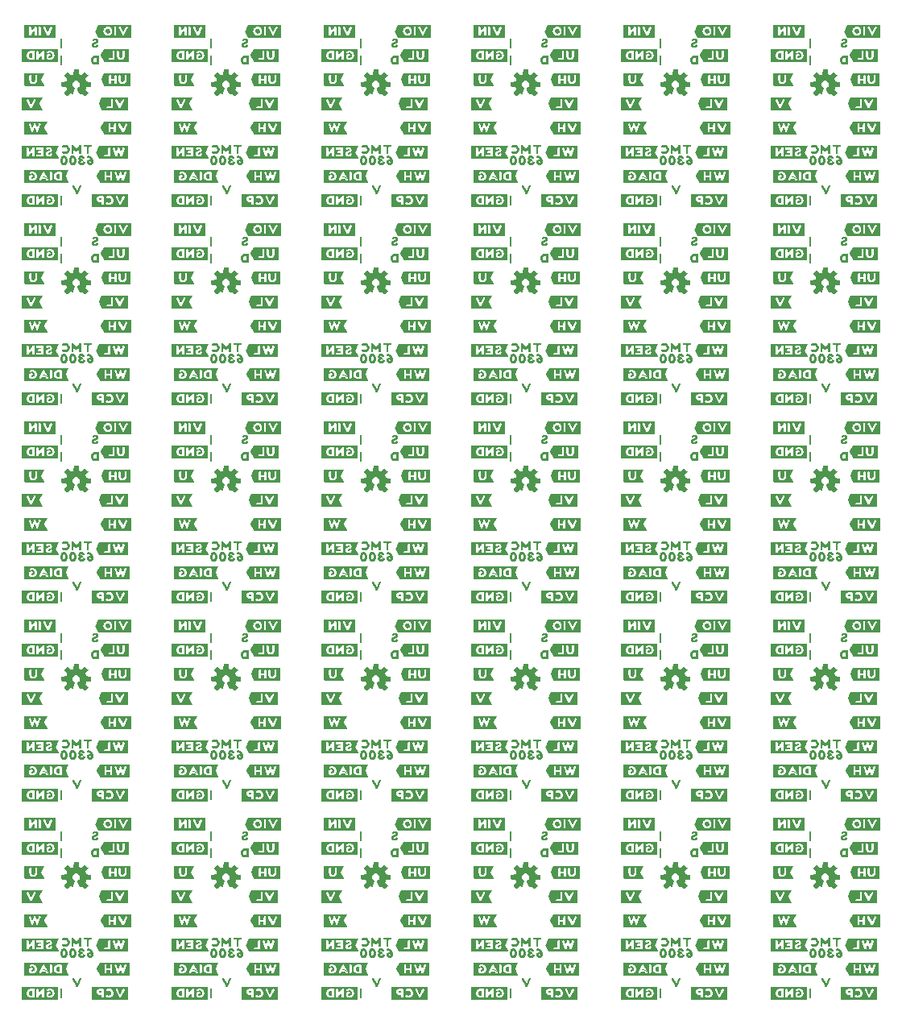
<source format=gbo>
G04 EAGLE Gerber RS-274X export*
G75*
%MOMM*%
%FSLAX34Y34*%
%LPD*%
%INSilkscreen Bottom*%
%IPPOS*%
%AMOC8*
5,1,8,0,0,1.08239X$1,22.5*%
G01*
%ADD10C,0.203200*%

G36*
X698103Y239533D02*
X698103Y239533D01*
X698105Y239531D01*
X698109Y239538D01*
X698147Y239567D01*
X698136Y239582D01*
X698146Y239598D01*
X697946Y240098D01*
X697943Y240100D01*
X697944Y240102D01*
X694951Y246188D01*
X695047Y246765D01*
X698044Y252758D01*
X698043Y252763D01*
X698047Y252766D01*
X698041Y252773D01*
X698040Y252782D01*
X698048Y252792D01*
X697948Y253192D01*
X697901Y253229D01*
X697901Y253228D01*
X697900Y253229D01*
X651500Y253229D01*
X651453Y253193D01*
X651455Y253190D01*
X651451Y253188D01*
X651351Y252588D01*
X651354Y252583D01*
X651351Y252580D01*
X651351Y239680D01*
X651387Y239633D01*
X651390Y239635D01*
X651392Y239631D01*
X651992Y239531D01*
X651997Y239534D01*
X652000Y239531D01*
X698100Y239531D01*
X698103Y239533D01*
G37*
G36*
X698103Y447813D02*
X698103Y447813D01*
X698105Y447811D01*
X698109Y447818D01*
X698147Y447847D01*
X698136Y447862D01*
X698146Y447878D01*
X697946Y448378D01*
X697943Y448380D01*
X697944Y448382D01*
X694951Y454468D01*
X695047Y455045D01*
X698044Y461038D01*
X698043Y461043D01*
X698047Y461046D01*
X698041Y461053D01*
X698040Y461062D01*
X698048Y461072D01*
X697948Y461472D01*
X697901Y461509D01*
X697901Y461508D01*
X697900Y461509D01*
X651500Y461509D01*
X651453Y461473D01*
X651455Y461470D01*
X651451Y461468D01*
X651351Y460868D01*
X651354Y460863D01*
X651351Y460860D01*
X651351Y447960D01*
X651387Y447913D01*
X651390Y447915D01*
X651392Y447911D01*
X651992Y447811D01*
X651997Y447814D01*
X652000Y447811D01*
X698100Y447811D01*
X698103Y447813D01*
G37*
G36*
X68183Y864373D02*
X68183Y864373D01*
X68185Y864371D01*
X68189Y864378D01*
X68227Y864407D01*
X68216Y864422D01*
X68226Y864438D01*
X68026Y864938D01*
X68023Y864940D01*
X68024Y864942D01*
X65031Y871028D01*
X65127Y871605D01*
X68124Y877598D01*
X68123Y877603D01*
X68127Y877606D01*
X68121Y877613D01*
X68120Y877622D01*
X68128Y877632D01*
X68028Y878032D01*
X67981Y878069D01*
X67981Y878068D01*
X67980Y878069D01*
X21580Y878069D01*
X21533Y878033D01*
X21535Y878030D01*
X21531Y878028D01*
X21431Y877428D01*
X21434Y877423D01*
X21431Y877420D01*
X21431Y864520D01*
X21467Y864473D01*
X21470Y864475D01*
X21472Y864471D01*
X22072Y864371D01*
X22077Y864374D01*
X22080Y864371D01*
X68180Y864371D01*
X68183Y864373D01*
G37*
G36*
X68183Y447813D02*
X68183Y447813D01*
X68185Y447811D01*
X68189Y447818D01*
X68227Y447847D01*
X68216Y447862D01*
X68226Y447878D01*
X68026Y448378D01*
X68023Y448380D01*
X68024Y448382D01*
X65031Y454468D01*
X65127Y455045D01*
X68124Y461038D01*
X68123Y461043D01*
X68127Y461046D01*
X68121Y461053D01*
X68120Y461062D01*
X68128Y461072D01*
X68028Y461472D01*
X67981Y461509D01*
X67981Y461508D01*
X67980Y461509D01*
X21580Y461509D01*
X21533Y461473D01*
X21535Y461470D01*
X21531Y461468D01*
X21431Y460868D01*
X21434Y460863D01*
X21431Y460860D01*
X21431Y447960D01*
X21467Y447913D01*
X21470Y447915D01*
X21472Y447911D01*
X22072Y447811D01*
X22077Y447814D01*
X22080Y447811D01*
X68180Y447811D01*
X68183Y447813D01*
G37*
G36*
X383143Y447813D02*
X383143Y447813D01*
X383145Y447811D01*
X383149Y447818D01*
X383187Y447847D01*
X383176Y447862D01*
X383186Y447878D01*
X382986Y448378D01*
X382983Y448380D01*
X382984Y448382D01*
X379991Y454468D01*
X380087Y455045D01*
X383084Y461038D01*
X383083Y461043D01*
X383087Y461046D01*
X383081Y461053D01*
X383080Y461062D01*
X383088Y461072D01*
X382988Y461472D01*
X382941Y461509D01*
X382941Y461508D01*
X382940Y461509D01*
X336540Y461509D01*
X336493Y461473D01*
X336495Y461470D01*
X336491Y461468D01*
X336391Y460868D01*
X336394Y460863D01*
X336391Y460860D01*
X336391Y447960D01*
X336427Y447913D01*
X336430Y447915D01*
X336432Y447911D01*
X337032Y447811D01*
X337037Y447814D01*
X337040Y447811D01*
X383140Y447811D01*
X383143Y447813D01*
G37*
G36*
X383143Y656093D02*
X383143Y656093D01*
X383145Y656091D01*
X383149Y656098D01*
X383187Y656127D01*
X383176Y656142D01*
X383186Y656158D01*
X382986Y656658D01*
X382983Y656660D01*
X382984Y656662D01*
X379991Y662748D01*
X380087Y663325D01*
X383084Y669318D01*
X383083Y669323D01*
X383087Y669326D01*
X383081Y669333D01*
X383080Y669342D01*
X383088Y669352D01*
X382988Y669752D01*
X382941Y669789D01*
X382941Y669788D01*
X382940Y669789D01*
X336540Y669789D01*
X336493Y669753D01*
X336495Y669750D01*
X336491Y669748D01*
X336391Y669148D01*
X336394Y669143D01*
X336391Y669140D01*
X336391Y656240D01*
X336427Y656193D01*
X336430Y656195D01*
X336432Y656191D01*
X337032Y656091D01*
X337037Y656094D01*
X337040Y656091D01*
X383140Y656091D01*
X383143Y656093D01*
G37*
G36*
X855583Y864373D02*
X855583Y864373D01*
X855585Y864371D01*
X855589Y864378D01*
X855627Y864407D01*
X855616Y864422D01*
X855626Y864438D01*
X855426Y864938D01*
X855423Y864940D01*
X855424Y864942D01*
X852431Y871028D01*
X852527Y871605D01*
X855524Y877598D01*
X855523Y877603D01*
X855527Y877606D01*
X855521Y877613D01*
X855520Y877622D01*
X855528Y877632D01*
X855428Y878032D01*
X855381Y878069D01*
X855381Y878068D01*
X855380Y878069D01*
X808980Y878069D01*
X808933Y878033D01*
X808935Y878030D01*
X808931Y878028D01*
X808831Y877428D01*
X808834Y877423D01*
X808831Y877420D01*
X808831Y864520D01*
X808867Y864473D01*
X808870Y864475D01*
X808872Y864471D01*
X809472Y864371D01*
X809477Y864374D01*
X809480Y864371D01*
X855580Y864371D01*
X855583Y864373D01*
G37*
G36*
X540623Y864373D02*
X540623Y864373D01*
X540625Y864371D01*
X540629Y864378D01*
X540667Y864407D01*
X540656Y864422D01*
X540666Y864438D01*
X540466Y864938D01*
X540463Y864940D01*
X540464Y864942D01*
X537471Y871028D01*
X537567Y871605D01*
X540564Y877598D01*
X540563Y877603D01*
X540567Y877606D01*
X540561Y877613D01*
X540560Y877622D01*
X540568Y877632D01*
X540468Y878032D01*
X540421Y878069D01*
X540421Y878068D01*
X540420Y878069D01*
X494020Y878069D01*
X493973Y878033D01*
X493975Y878030D01*
X493971Y878028D01*
X493871Y877428D01*
X493874Y877423D01*
X493871Y877420D01*
X493871Y864520D01*
X493907Y864473D01*
X493910Y864475D01*
X493912Y864471D01*
X494512Y864371D01*
X494517Y864374D01*
X494520Y864371D01*
X540620Y864371D01*
X540623Y864373D01*
G37*
G36*
X698103Y864373D02*
X698103Y864373D01*
X698105Y864371D01*
X698109Y864378D01*
X698147Y864407D01*
X698136Y864422D01*
X698146Y864438D01*
X697946Y864938D01*
X697943Y864940D01*
X697944Y864942D01*
X694951Y871028D01*
X695047Y871605D01*
X698044Y877598D01*
X698043Y877603D01*
X698047Y877606D01*
X698041Y877613D01*
X698040Y877622D01*
X698048Y877632D01*
X697948Y878032D01*
X697901Y878069D01*
X697901Y878068D01*
X697900Y878069D01*
X651500Y878069D01*
X651453Y878033D01*
X651455Y878030D01*
X651451Y878028D01*
X651351Y877428D01*
X651354Y877423D01*
X651351Y877420D01*
X651351Y864520D01*
X651387Y864473D01*
X651390Y864475D01*
X651392Y864471D01*
X651992Y864371D01*
X651997Y864374D01*
X652000Y864371D01*
X698100Y864371D01*
X698103Y864373D01*
G37*
G36*
X540623Y447813D02*
X540623Y447813D01*
X540625Y447811D01*
X540629Y447818D01*
X540667Y447847D01*
X540656Y447862D01*
X540666Y447878D01*
X540466Y448378D01*
X540463Y448380D01*
X540464Y448382D01*
X537471Y454468D01*
X537567Y455045D01*
X540564Y461038D01*
X540563Y461043D01*
X540567Y461046D01*
X540561Y461053D01*
X540560Y461062D01*
X540568Y461072D01*
X540468Y461472D01*
X540421Y461509D01*
X540421Y461508D01*
X540420Y461509D01*
X494020Y461509D01*
X493973Y461473D01*
X493975Y461470D01*
X493971Y461468D01*
X493871Y460868D01*
X493874Y460863D01*
X493871Y460860D01*
X493871Y447960D01*
X493907Y447913D01*
X493910Y447915D01*
X493912Y447911D01*
X494512Y447811D01*
X494517Y447814D01*
X494520Y447811D01*
X540620Y447811D01*
X540623Y447813D01*
G37*
G36*
X855583Y447813D02*
X855583Y447813D01*
X855585Y447811D01*
X855589Y447818D01*
X855627Y447847D01*
X855616Y447862D01*
X855626Y447878D01*
X855426Y448378D01*
X855423Y448380D01*
X855424Y448382D01*
X852431Y454468D01*
X852527Y455045D01*
X855524Y461038D01*
X855523Y461043D01*
X855527Y461046D01*
X855521Y461053D01*
X855520Y461062D01*
X855528Y461072D01*
X855428Y461472D01*
X855381Y461509D01*
X855381Y461508D01*
X855380Y461509D01*
X808980Y461509D01*
X808933Y461473D01*
X808935Y461470D01*
X808931Y461468D01*
X808831Y460868D01*
X808834Y460863D01*
X808831Y460860D01*
X808831Y447960D01*
X808867Y447913D01*
X808870Y447915D01*
X808872Y447911D01*
X809472Y447811D01*
X809477Y447814D01*
X809480Y447811D01*
X855580Y447811D01*
X855583Y447813D01*
G37*
G36*
X383143Y864373D02*
X383143Y864373D01*
X383145Y864371D01*
X383149Y864378D01*
X383187Y864407D01*
X383176Y864422D01*
X383186Y864438D01*
X382986Y864938D01*
X382983Y864940D01*
X382984Y864942D01*
X379991Y871028D01*
X380087Y871605D01*
X383084Y877598D01*
X383083Y877603D01*
X383087Y877606D01*
X383081Y877613D01*
X383080Y877622D01*
X383088Y877632D01*
X382988Y878032D01*
X382941Y878069D01*
X382941Y878068D01*
X382940Y878069D01*
X336540Y878069D01*
X336493Y878033D01*
X336495Y878030D01*
X336491Y878028D01*
X336391Y877428D01*
X336394Y877423D01*
X336391Y877420D01*
X336391Y864520D01*
X336427Y864473D01*
X336430Y864475D01*
X336432Y864471D01*
X337032Y864371D01*
X337037Y864374D01*
X337040Y864371D01*
X383140Y864371D01*
X383143Y864373D01*
G37*
G36*
X225663Y447813D02*
X225663Y447813D01*
X225665Y447811D01*
X225669Y447818D01*
X225707Y447847D01*
X225696Y447862D01*
X225706Y447878D01*
X225506Y448378D01*
X225503Y448380D01*
X225504Y448382D01*
X222511Y454468D01*
X222607Y455045D01*
X225604Y461038D01*
X225603Y461043D01*
X225607Y461046D01*
X225601Y461053D01*
X225600Y461062D01*
X225608Y461072D01*
X225508Y461472D01*
X225461Y461509D01*
X225461Y461508D01*
X225460Y461509D01*
X179060Y461509D01*
X179013Y461473D01*
X179015Y461470D01*
X179011Y461468D01*
X178911Y460868D01*
X178914Y460863D01*
X178911Y460860D01*
X178911Y447960D01*
X178947Y447913D01*
X178950Y447915D01*
X178952Y447911D01*
X179552Y447811D01*
X179557Y447814D01*
X179560Y447811D01*
X225660Y447811D01*
X225663Y447813D01*
G37*
G36*
X855583Y239533D02*
X855583Y239533D01*
X855585Y239531D01*
X855589Y239538D01*
X855627Y239567D01*
X855616Y239582D01*
X855626Y239598D01*
X855426Y240098D01*
X855423Y240100D01*
X855424Y240102D01*
X852431Y246188D01*
X852527Y246765D01*
X855524Y252758D01*
X855523Y252763D01*
X855527Y252766D01*
X855521Y252773D01*
X855520Y252782D01*
X855528Y252792D01*
X855428Y253192D01*
X855381Y253229D01*
X855381Y253228D01*
X855380Y253229D01*
X808980Y253229D01*
X808933Y253193D01*
X808935Y253190D01*
X808931Y253188D01*
X808831Y252588D01*
X808834Y252583D01*
X808831Y252580D01*
X808831Y239680D01*
X808867Y239633D01*
X808870Y239635D01*
X808872Y239631D01*
X809472Y239531D01*
X809477Y239534D01*
X809480Y239531D01*
X855580Y239531D01*
X855583Y239533D01*
G37*
G36*
X540623Y239533D02*
X540623Y239533D01*
X540625Y239531D01*
X540629Y239538D01*
X540667Y239567D01*
X540656Y239582D01*
X540666Y239598D01*
X540466Y240098D01*
X540463Y240100D01*
X540464Y240102D01*
X537471Y246188D01*
X537567Y246765D01*
X540564Y252758D01*
X540563Y252763D01*
X540567Y252766D01*
X540561Y252773D01*
X540560Y252782D01*
X540568Y252792D01*
X540468Y253192D01*
X540421Y253229D01*
X540421Y253228D01*
X540420Y253229D01*
X494020Y253229D01*
X493973Y253193D01*
X493975Y253190D01*
X493971Y253188D01*
X493871Y252588D01*
X493874Y252583D01*
X493871Y252580D01*
X493871Y239680D01*
X493907Y239633D01*
X493910Y239635D01*
X493912Y239631D01*
X494512Y239531D01*
X494517Y239534D01*
X494520Y239531D01*
X540620Y239531D01*
X540623Y239533D01*
G37*
G36*
X225663Y864373D02*
X225663Y864373D01*
X225665Y864371D01*
X225669Y864378D01*
X225707Y864407D01*
X225696Y864422D01*
X225706Y864438D01*
X225506Y864938D01*
X225503Y864940D01*
X225504Y864942D01*
X222511Y871028D01*
X222607Y871605D01*
X225604Y877598D01*
X225603Y877603D01*
X225607Y877606D01*
X225601Y877613D01*
X225600Y877622D01*
X225608Y877632D01*
X225508Y878032D01*
X225461Y878069D01*
X225461Y878068D01*
X225460Y878069D01*
X179060Y878069D01*
X179013Y878033D01*
X179015Y878030D01*
X179011Y878028D01*
X178911Y877428D01*
X178914Y877423D01*
X178911Y877420D01*
X178911Y864520D01*
X178947Y864473D01*
X178950Y864475D01*
X178952Y864471D01*
X179552Y864371D01*
X179557Y864374D01*
X179560Y864371D01*
X225660Y864371D01*
X225663Y864373D01*
G37*
G36*
X383143Y239533D02*
X383143Y239533D01*
X383145Y239531D01*
X383149Y239538D01*
X383187Y239567D01*
X383176Y239582D01*
X383186Y239598D01*
X382986Y240098D01*
X382983Y240100D01*
X382984Y240102D01*
X379991Y246188D01*
X380087Y246765D01*
X383084Y252758D01*
X383083Y252763D01*
X383087Y252766D01*
X383081Y252773D01*
X383080Y252782D01*
X383088Y252792D01*
X382988Y253192D01*
X382941Y253229D01*
X382941Y253228D01*
X382940Y253229D01*
X336540Y253229D01*
X336493Y253193D01*
X336495Y253190D01*
X336491Y253188D01*
X336391Y252588D01*
X336394Y252583D01*
X336391Y252580D01*
X336391Y239680D01*
X336427Y239633D01*
X336430Y239635D01*
X336432Y239631D01*
X337032Y239531D01*
X337037Y239534D01*
X337040Y239531D01*
X383140Y239531D01*
X383143Y239533D01*
G37*
G36*
X68183Y239533D02*
X68183Y239533D01*
X68185Y239531D01*
X68189Y239538D01*
X68227Y239567D01*
X68216Y239582D01*
X68226Y239598D01*
X68026Y240098D01*
X68023Y240100D01*
X68024Y240102D01*
X65031Y246188D01*
X65127Y246765D01*
X68124Y252758D01*
X68123Y252763D01*
X68127Y252766D01*
X68121Y252773D01*
X68120Y252782D01*
X68128Y252792D01*
X68028Y253192D01*
X67981Y253229D01*
X67981Y253228D01*
X67980Y253229D01*
X21580Y253229D01*
X21533Y253193D01*
X21535Y253190D01*
X21531Y253188D01*
X21431Y252588D01*
X21434Y252583D01*
X21431Y252580D01*
X21431Y239680D01*
X21467Y239633D01*
X21470Y239635D01*
X21472Y239631D01*
X22072Y239531D01*
X22077Y239534D01*
X22080Y239531D01*
X68180Y239531D01*
X68183Y239533D01*
G37*
G36*
X68183Y656093D02*
X68183Y656093D01*
X68185Y656091D01*
X68189Y656098D01*
X68227Y656127D01*
X68216Y656142D01*
X68226Y656158D01*
X68026Y656658D01*
X68023Y656660D01*
X68024Y656662D01*
X65031Y662748D01*
X65127Y663325D01*
X68124Y669318D01*
X68123Y669323D01*
X68127Y669326D01*
X68121Y669333D01*
X68120Y669342D01*
X68128Y669352D01*
X68028Y669752D01*
X67981Y669789D01*
X67981Y669788D01*
X67980Y669789D01*
X21580Y669789D01*
X21533Y669753D01*
X21535Y669750D01*
X21531Y669748D01*
X21431Y669148D01*
X21434Y669143D01*
X21431Y669140D01*
X21431Y656240D01*
X21467Y656193D01*
X21470Y656195D01*
X21472Y656191D01*
X22072Y656091D01*
X22077Y656094D01*
X22080Y656091D01*
X68180Y656091D01*
X68183Y656093D01*
G37*
G36*
X855583Y656093D02*
X855583Y656093D01*
X855585Y656091D01*
X855589Y656098D01*
X855627Y656127D01*
X855616Y656142D01*
X855626Y656158D01*
X855426Y656658D01*
X855423Y656660D01*
X855424Y656662D01*
X852431Y662748D01*
X852527Y663325D01*
X855524Y669318D01*
X855523Y669323D01*
X855527Y669326D01*
X855521Y669333D01*
X855520Y669342D01*
X855528Y669352D01*
X855428Y669752D01*
X855381Y669789D01*
X855381Y669788D01*
X855380Y669789D01*
X808980Y669789D01*
X808933Y669753D01*
X808935Y669750D01*
X808931Y669748D01*
X808831Y669148D01*
X808834Y669143D01*
X808831Y669140D01*
X808831Y656240D01*
X808867Y656193D01*
X808870Y656195D01*
X808872Y656191D01*
X809472Y656091D01*
X809477Y656094D01*
X809480Y656091D01*
X855580Y656091D01*
X855583Y656093D01*
G37*
G36*
X540623Y656093D02*
X540623Y656093D01*
X540625Y656091D01*
X540629Y656098D01*
X540667Y656127D01*
X540656Y656142D01*
X540666Y656158D01*
X540466Y656658D01*
X540463Y656660D01*
X540464Y656662D01*
X537471Y662748D01*
X537567Y663325D01*
X540564Y669318D01*
X540563Y669323D01*
X540567Y669326D01*
X540561Y669333D01*
X540560Y669342D01*
X540568Y669352D01*
X540468Y669752D01*
X540421Y669789D01*
X540421Y669788D01*
X540420Y669789D01*
X494020Y669789D01*
X493973Y669753D01*
X493975Y669750D01*
X493971Y669748D01*
X493871Y669148D01*
X493874Y669143D01*
X493871Y669140D01*
X493871Y656240D01*
X493907Y656193D01*
X493910Y656195D01*
X493912Y656191D01*
X494512Y656091D01*
X494517Y656094D01*
X494520Y656091D01*
X540620Y656091D01*
X540623Y656093D01*
G37*
G36*
X698103Y656093D02*
X698103Y656093D01*
X698105Y656091D01*
X698109Y656098D01*
X698147Y656127D01*
X698136Y656142D01*
X698146Y656158D01*
X697946Y656658D01*
X697943Y656660D01*
X697944Y656662D01*
X694951Y662748D01*
X695047Y663325D01*
X698044Y669318D01*
X698043Y669323D01*
X698047Y669326D01*
X698041Y669333D01*
X698040Y669342D01*
X698048Y669352D01*
X697948Y669752D01*
X697901Y669789D01*
X697901Y669788D01*
X697900Y669789D01*
X651500Y669789D01*
X651453Y669753D01*
X651455Y669750D01*
X651451Y669748D01*
X651351Y669148D01*
X651354Y669143D01*
X651351Y669140D01*
X651351Y656240D01*
X651387Y656193D01*
X651390Y656195D01*
X651392Y656191D01*
X651992Y656091D01*
X651997Y656094D01*
X652000Y656091D01*
X698100Y656091D01*
X698103Y656093D01*
G37*
G36*
X225663Y656093D02*
X225663Y656093D01*
X225665Y656091D01*
X225669Y656098D01*
X225707Y656127D01*
X225696Y656142D01*
X225706Y656158D01*
X225506Y656658D01*
X225503Y656660D01*
X225504Y656662D01*
X222511Y662748D01*
X222607Y663325D01*
X225604Y669318D01*
X225603Y669323D01*
X225607Y669326D01*
X225601Y669333D01*
X225600Y669342D01*
X225608Y669352D01*
X225508Y669752D01*
X225461Y669789D01*
X225461Y669788D01*
X225460Y669789D01*
X179060Y669789D01*
X179013Y669753D01*
X179015Y669750D01*
X179011Y669748D01*
X178911Y669148D01*
X178914Y669143D01*
X178911Y669140D01*
X178911Y656240D01*
X178947Y656193D01*
X178950Y656195D01*
X178952Y656191D01*
X179552Y656091D01*
X179557Y656094D01*
X179560Y656091D01*
X225660Y656091D01*
X225663Y656093D01*
G37*
G36*
X225663Y239533D02*
X225663Y239533D01*
X225665Y239531D01*
X225669Y239538D01*
X225707Y239567D01*
X225696Y239582D01*
X225706Y239598D01*
X225506Y240098D01*
X225503Y240100D01*
X225504Y240102D01*
X222511Y246188D01*
X222607Y246765D01*
X225604Y252758D01*
X225603Y252763D01*
X225607Y252766D01*
X225601Y252773D01*
X225600Y252782D01*
X225608Y252792D01*
X225508Y253192D01*
X225461Y253229D01*
X225461Y253228D01*
X225460Y253229D01*
X179060Y253229D01*
X179013Y253193D01*
X179015Y253190D01*
X179011Y253188D01*
X178911Y252588D01*
X178914Y252583D01*
X178911Y252580D01*
X178911Y239680D01*
X178947Y239633D01*
X178950Y239635D01*
X178952Y239631D01*
X179552Y239531D01*
X179557Y239534D01*
X179560Y239531D01*
X225660Y239531D01*
X225663Y239533D01*
G37*
G36*
X855583Y31253D02*
X855583Y31253D01*
X855585Y31251D01*
X855589Y31258D01*
X855627Y31287D01*
X855616Y31302D01*
X855626Y31318D01*
X855426Y31818D01*
X855423Y31820D01*
X855424Y31822D01*
X852431Y37908D01*
X852527Y38485D01*
X855524Y44478D01*
X855523Y44483D01*
X855527Y44486D01*
X855521Y44493D01*
X855520Y44502D01*
X855528Y44512D01*
X855428Y44912D01*
X855381Y44949D01*
X855381Y44948D01*
X855380Y44949D01*
X808980Y44949D01*
X808933Y44913D01*
X808935Y44910D01*
X808931Y44908D01*
X808831Y44308D01*
X808834Y44303D01*
X808831Y44300D01*
X808831Y31400D01*
X808867Y31353D01*
X808870Y31355D01*
X808872Y31351D01*
X809472Y31251D01*
X809477Y31254D01*
X809480Y31251D01*
X855580Y31251D01*
X855583Y31253D01*
G37*
G36*
X225663Y31253D02*
X225663Y31253D01*
X225665Y31251D01*
X225669Y31258D01*
X225707Y31287D01*
X225696Y31302D01*
X225706Y31318D01*
X225506Y31818D01*
X225503Y31820D01*
X225504Y31822D01*
X222511Y37908D01*
X222607Y38485D01*
X225604Y44478D01*
X225603Y44483D01*
X225607Y44486D01*
X225601Y44493D01*
X225600Y44502D01*
X225608Y44512D01*
X225508Y44912D01*
X225461Y44949D01*
X225461Y44948D01*
X225460Y44949D01*
X179060Y44949D01*
X179013Y44913D01*
X179015Y44910D01*
X179011Y44908D01*
X178911Y44308D01*
X178914Y44303D01*
X178911Y44300D01*
X178911Y31400D01*
X178947Y31353D01*
X178950Y31355D01*
X178952Y31351D01*
X179552Y31251D01*
X179557Y31254D01*
X179560Y31251D01*
X225660Y31251D01*
X225663Y31253D01*
G37*
G36*
X383143Y31253D02*
X383143Y31253D01*
X383145Y31251D01*
X383149Y31258D01*
X383187Y31287D01*
X383176Y31302D01*
X383186Y31318D01*
X382986Y31818D01*
X382983Y31820D01*
X382984Y31822D01*
X379991Y37908D01*
X380087Y38485D01*
X383084Y44478D01*
X383083Y44483D01*
X383087Y44486D01*
X383081Y44493D01*
X383080Y44502D01*
X383088Y44512D01*
X382988Y44912D01*
X382941Y44949D01*
X382941Y44948D01*
X382940Y44949D01*
X336540Y44949D01*
X336493Y44913D01*
X336495Y44910D01*
X336491Y44908D01*
X336391Y44308D01*
X336394Y44303D01*
X336391Y44300D01*
X336391Y31400D01*
X336427Y31353D01*
X336430Y31355D01*
X336432Y31351D01*
X337032Y31251D01*
X337037Y31254D01*
X337040Y31251D01*
X383140Y31251D01*
X383143Y31253D01*
G37*
G36*
X698103Y31253D02*
X698103Y31253D01*
X698105Y31251D01*
X698109Y31258D01*
X698147Y31287D01*
X698136Y31302D01*
X698146Y31318D01*
X697946Y31818D01*
X697943Y31820D01*
X697944Y31822D01*
X694951Y37908D01*
X695047Y38485D01*
X698044Y44478D01*
X698043Y44483D01*
X698047Y44486D01*
X698041Y44493D01*
X698040Y44502D01*
X698048Y44512D01*
X697948Y44912D01*
X697901Y44949D01*
X697901Y44948D01*
X697900Y44949D01*
X651500Y44949D01*
X651453Y44913D01*
X651455Y44910D01*
X651451Y44908D01*
X651351Y44308D01*
X651354Y44303D01*
X651351Y44300D01*
X651351Y31400D01*
X651387Y31353D01*
X651390Y31355D01*
X651392Y31351D01*
X651992Y31251D01*
X651997Y31254D01*
X652000Y31251D01*
X698100Y31251D01*
X698103Y31253D01*
G37*
G36*
X68183Y31253D02*
X68183Y31253D01*
X68185Y31251D01*
X68189Y31258D01*
X68227Y31287D01*
X68216Y31302D01*
X68226Y31318D01*
X68026Y31818D01*
X68023Y31820D01*
X68024Y31822D01*
X65031Y37908D01*
X65127Y38485D01*
X68124Y44478D01*
X68123Y44483D01*
X68127Y44486D01*
X68121Y44493D01*
X68120Y44502D01*
X68128Y44512D01*
X68028Y44912D01*
X67981Y44949D01*
X67981Y44948D01*
X67980Y44949D01*
X21580Y44949D01*
X21533Y44913D01*
X21535Y44910D01*
X21531Y44908D01*
X21431Y44308D01*
X21434Y44303D01*
X21431Y44300D01*
X21431Y31400D01*
X21467Y31353D01*
X21470Y31355D01*
X21472Y31351D01*
X22072Y31251D01*
X22077Y31254D01*
X22080Y31251D01*
X68180Y31251D01*
X68183Y31253D01*
G37*
G36*
X540623Y31253D02*
X540623Y31253D01*
X540625Y31251D01*
X540629Y31258D01*
X540667Y31287D01*
X540656Y31302D01*
X540666Y31318D01*
X540466Y31818D01*
X540463Y31820D01*
X540464Y31822D01*
X537471Y37908D01*
X537567Y38485D01*
X540564Y44478D01*
X540563Y44483D01*
X540567Y44486D01*
X540561Y44493D01*
X540560Y44502D01*
X540568Y44512D01*
X540468Y44912D01*
X540421Y44949D01*
X540421Y44948D01*
X540420Y44949D01*
X494020Y44949D01*
X493973Y44913D01*
X493975Y44910D01*
X493971Y44908D01*
X493871Y44308D01*
X493874Y44303D01*
X493871Y44300D01*
X493871Y31400D01*
X493907Y31353D01*
X493910Y31355D01*
X493912Y31351D01*
X494512Y31251D01*
X494517Y31254D01*
X494520Y31251D01*
X540620Y31251D01*
X540623Y31253D01*
G37*
G36*
X760185Y630694D02*
X760185Y630694D01*
X760188Y630691D01*
X760788Y630791D01*
X760829Y630835D01*
X760826Y630838D01*
X760829Y630840D01*
X760829Y643740D01*
X760826Y643745D01*
X760829Y643748D01*
X760729Y644348D01*
X760685Y644389D01*
X760683Y644386D01*
X760680Y644389D01*
X722880Y644389D01*
X722854Y644370D01*
X722841Y644370D01*
X722541Y643970D01*
X722541Y643958D01*
X722533Y643952D01*
X722538Y643945D01*
X722531Y643940D01*
X722531Y631040D01*
X722550Y631014D01*
X722550Y631001D01*
X722950Y630701D01*
X722972Y630701D01*
X722980Y630691D01*
X760180Y630691D01*
X760185Y630694D01*
G37*
G36*
X445225Y5854D02*
X445225Y5854D01*
X445228Y5851D01*
X445828Y5951D01*
X445869Y5995D01*
X445866Y5998D01*
X445869Y6000D01*
X445869Y18900D01*
X445866Y18905D01*
X445869Y18908D01*
X445769Y19508D01*
X445725Y19549D01*
X445723Y19546D01*
X445720Y19549D01*
X407920Y19549D01*
X407894Y19530D01*
X407881Y19530D01*
X407581Y19130D01*
X407581Y19118D01*
X407573Y19112D01*
X407578Y19105D01*
X407571Y19100D01*
X407571Y6200D01*
X407590Y6174D01*
X407590Y6161D01*
X407990Y5861D01*
X408012Y5861D01*
X408020Y5851D01*
X445220Y5851D01*
X445225Y5854D01*
G37*
G36*
X130265Y214134D02*
X130265Y214134D01*
X130268Y214131D01*
X130868Y214231D01*
X130909Y214275D01*
X130906Y214278D01*
X130909Y214280D01*
X130909Y227180D01*
X130906Y227185D01*
X130909Y227188D01*
X130809Y227788D01*
X130765Y227829D01*
X130763Y227826D01*
X130760Y227829D01*
X92960Y227829D01*
X92934Y227810D01*
X92921Y227810D01*
X92621Y227410D01*
X92621Y227398D01*
X92613Y227392D01*
X92618Y227385D01*
X92611Y227380D01*
X92611Y214480D01*
X92630Y214454D01*
X92630Y214441D01*
X93030Y214141D01*
X93052Y214141D01*
X93060Y214131D01*
X130260Y214131D01*
X130265Y214134D01*
G37*
G36*
X760185Y214134D02*
X760185Y214134D01*
X760188Y214131D01*
X760788Y214231D01*
X760829Y214275D01*
X760826Y214278D01*
X760829Y214280D01*
X760829Y227180D01*
X760826Y227185D01*
X760829Y227188D01*
X760729Y227788D01*
X760685Y227829D01*
X760683Y227826D01*
X760680Y227829D01*
X722880Y227829D01*
X722854Y227810D01*
X722841Y227810D01*
X722541Y227410D01*
X722541Y227398D01*
X722533Y227392D01*
X722538Y227385D01*
X722531Y227380D01*
X722531Y214480D01*
X722550Y214454D01*
X722550Y214441D01*
X722950Y214141D01*
X722972Y214141D01*
X722980Y214131D01*
X760180Y214131D01*
X760185Y214134D01*
G37*
G36*
X287745Y214134D02*
X287745Y214134D01*
X287748Y214131D01*
X288348Y214231D01*
X288389Y214275D01*
X288386Y214278D01*
X288389Y214280D01*
X288389Y227180D01*
X288386Y227185D01*
X288389Y227188D01*
X288289Y227788D01*
X288245Y227829D01*
X288243Y227826D01*
X288240Y227829D01*
X250440Y227829D01*
X250414Y227810D01*
X250401Y227810D01*
X250101Y227410D01*
X250101Y227398D01*
X250093Y227392D01*
X250098Y227385D01*
X250091Y227380D01*
X250091Y214480D01*
X250110Y214454D01*
X250110Y214441D01*
X250510Y214141D01*
X250532Y214141D01*
X250540Y214131D01*
X287740Y214131D01*
X287745Y214134D01*
G37*
G36*
X917665Y214134D02*
X917665Y214134D01*
X917668Y214131D01*
X918268Y214231D01*
X918309Y214275D01*
X918306Y214278D01*
X918309Y214280D01*
X918309Y227180D01*
X918306Y227185D01*
X918309Y227188D01*
X918209Y227788D01*
X918165Y227829D01*
X918163Y227826D01*
X918160Y227829D01*
X880360Y227829D01*
X880334Y227810D01*
X880321Y227810D01*
X880021Y227410D01*
X880021Y227398D01*
X880013Y227392D01*
X880018Y227385D01*
X880011Y227380D01*
X880011Y214480D01*
X880030Y214454D01*
X880030Y214441D01*
X880430Y214141D01*
X880452Y214141D01*
X880460Y214131D01*
X917660Y214131D01*
X917665Y214134D01*
G37*
G36*
X445225Y214134D02*
X445225Y214134D01*
X445228Y214131D01*
X445828Y214231D01*
X445869Y214275D01*
X445866Y214278D01*
X445869Y214280D01*
X445869Y227180D01*
X445866Y227185D01*
X445869Y227188D01*
X445769Y227788D01*
X445725Y227829D01*
X445723Y227826D01*
X445720Y227829D01*
X407920Y227829D01*
X407894Y227810D01*
X407881Y227810D01*
X407581Y227410D01*
X407581Y227398D01*
X407573Y227392D01*
X407578Y227385D01*
X407571Y227380D01*
X407571Y214480D01*
X407590Y214454D01*
X407590Y214441D01*
X407990Y214141D01*
X408012Y214141D01*
X408020Y214131D01*
X445220Y214131D01*
X445225Y214134D01*
G37*
G36*
X130265Y630694D02*
X130265Y630694D01*
X130268Y630691D01*
X130868Y630791D01*
X130909Y630835D01*
X130906Y630838D01*
X130909Y630840D01*
X130909Y643740D01*
X130906Y643745D01*
X130909Y643748D01*
X130809Y644348D01*
X130765Y644389D01*
X130763Y644386D01*
X130760Y644389D01*
X92960Y644389D01*
X92934Y644370D01*
X92921Y644370D01*
X92621Y643970D01*
X92621Y643958D01*
X92613Y643952D01*
X92618Y643945D01*
X92611Y643940D01*
X92611Y631040D01*
X92630Y631014D01*
X92630Y631001D01*
X93030Y630701D01*
X93052Y630701D01*
X93060Y630691D01*
X130260Y630691D01*
X130265Y630694D01*
G37*
G36*
X917665Y630694D02*
X917665Y630694D01*
X917668Y630691D01*
X918268Y630791D01*
X918309Y630835D01*
X918306Y630838D01*
X918309Y630840D01*
X918309Y643740D01*
X918306Y643745D01*
X918309Y643748D01*
X918209Y644348D01*
X918165Y644389D01*
X918163Y644386D01*
X918160Y644389D01*
X880360Y644389D01*
X880334Y644370D01*
X880321Y644370D01*
X880021Y643970D01*
X880021Y643958D01*
X880013Y643952D01*
X880018Y643945D01*
X880011Y643940D01*
X880011Y631040D01*
X880030Y631014D01*
X880030Y631001D01*
X880430Y630701D01*
X880452Y630701D01*
X880460Y630691D01*
X917660Y630691D01*
X917665Y630694D01*
G37*
G36*
X287745Y630694D02*
X287745Y630694D01*
X287748Y630691D01*
X288348Y630791D01*
X288389Y630835D01*
X288386Y630838D01*
X288389Y630840D01*
X288389Y643740D01*
X288386Y643745D01*
X288389Y643748D01*
X288289Y644348D01*
X288245Y644389D01*
X288243Y644386D01*
X288240Y644389D01*
X250440Y644389D01*
X250414Y644370D01*
X250401Y644370D01*
X250101Y643970D01*
X250101Y643958D01*
X250093Y643952D01*
X250098Y643945D01*
X250091Y643940D01*
X250091Y631040D01*
X250110Y631014D01*
X250110Y631001D01*
X250510Y630701D01*
X250532Y630701D01*
X250540Y630691D01*
X287740Y630691D01*
X287745Y630694D01*
G37*
G36*
X602705Y214134D02*
X602705Y214134D01*
X602708Y214131D01*
X603308Y214231D01*
X603349Y214275D01*
X603346Y214278D01*
X603349Y214280D01*
X603349Y227180D01*
X603346Y227185D01*
X603349Y227188D01*
X603249Y227788D01*
X603205Y227829D01*
X603203Y227826D01*
X603200Y227829D01*
X565400Y227829D01*
X565374Y227810D01*
X565361Y227810D01*
X565061Y227410D01*
X565061Y227398D01*
X565053Y227392D01*
X565058Y227385D01*
X565051Y227380D01*
X565051Y214480D01*
X565070Y214454D01*
X565070Y214441D01*
X565470Y214141D01*
X565492Y214141D01*
X565500Y214131D01*
X602700Y214131D01*
X602705Y214134D01*
G37*
G36*
X602705Y630694D02*
X602705Y630694D01*
X602708Y630691D01*
X603308Y630791D01*
X603349Y630835D01*
X603346Y630838D01*
X603349Y630840D01*
X603349Y643740D01*
X603346Y643745D01*
X603349Y643748D01*
X603249Y644348D01*
X603205Y644389D01*
X603203Y644386D01*
X603200Y644389D01*
X565400Y644389D01*
X565374Y644370D01*
X565361Y644370D01*
X565061Y643970D01*
X565061Y643958D01*
X565053Y643952D01*
X565058Y643945D01*
X565051Y643940D01*
X565051Y631040D01*
X565070Y631014D01*
X565070Y631001D01*
X565470Y630701D01*
X565492Y630701D01*
X565500Y630691D01*
X602700Y630691D01*
X602705Y630694D01*
G37*
G36*
X917665Y5854D02*
X917665Y5854D01*
X917668Y5851D01*
X918268Y5951D01*
X918309Y5995D01*
X918306Y5998D01*
X918309Y6000D01*
X918309Y18900D01*
X918306Y18905D01*
X918309Y18908D01*
X918209Y19508D01*
X918165Y19549D01*
X918163Y19546D01*
X918160Y19549D01*
X880360Y19549D01*
X880334Y19530D01*
X880321Y19530D01*
X880021Y19130D01*
X880021Y19118D01*
X880013Y19112D01*
X880018Y19105D01*
X880011Y19100D01*
X880011Y6200D01*
X880030Y6174D01*
X880030Y6161D01*
X880430Y5861D01*
X880452Y5861D01*
X880460Y5851D01*
X917660Y5851D01*
X917665Y5854D01*
G37*
G36*
X287745Y5854D02*
X287745Y5854D01*
X287748Y5851D01*
X288348Y5951D01*
X288389Y5995D01*
X288386Y5998D01*
X288389Y6000D01*
X288389Y18900D01*
X288386Y18905D01*
X288389Y18908D01*
X288289Y19508D01*
X288245Y19549D01*
X288243Y19546D01*
X288240Y19549D01*
X250440Y19549D01*
X250414Y19530D01*
X250401Y19530D01*
X250101Y19130D01*
X250101Y19118D01*
X250093Y19112D01*
X250098Y19105D01*
X250091Y19100D01*
X250091Y6200D01*
X250110Y6174D01*
X250110Y6161D01*
X250510Y5861D01*
X250532Y5861D01*
X250540Y5851D01*
X287740Y5851D01*
X287745Y5854D01*
G37*
G36*
X760185Y5854D02*
X760185Y5854D01*
X760188Y5851D01*
X760788Y5951D01*
X760829Y5995D01*
X760826Y5998D01*
X760829Y6000D01*
X760829Y18900D01*
X760826Y18905D01*
X760829Y18908D01*
X760729Y19508D01*
X760685Y19549D01*
X760683Y19546D01*
X760680Y19549D01*
X722880Y19549D01*
X722854Y19530D01*
X722841Y19530D01*
X722541Y19130D01*
X722541Y19118D01*
X722533Y19112D01*
X722538Y19105D01*
X722531Y19100D01*
X722531Y6200D01*
X722550Y6174D01*
X722550Y6161D01*
X722950Y5861D01*
X722972Y5861D01*
X722980Y5851D01*
X760180Y5851D01*
X760185Y5854D01*
G37*
G36*
X602705Y5854D02*
X602705Y5854D01*
X602708Y5851D01*
X603308Y5951D01*
X603349Y5995D01*
X603346Y5998D01*
X603349Y6000D01*
X603349Y18900D01*
X603346Y18905D01*
X603349Y18908D01*
X603249Y19508D01*
X603205Y19549D01*
X603203Y19546D01*
X603200Y19549D01*
X565400Y19549D01*
X565374Y19530D01*
X565361Y19530D01*
X565061Y19130D01*
X565061Y19118D01*
X565053Y19112D01*
X565058Y19105D01*
X565051Y19100D01*
X565051Y6200D01*
X565070Y6174D01*
X565070Y6161D01*
X565470Y5861D01*
X565492Y5861D01*
X565500Y5851D01*
X602700Y5851D01*
X602705Y5854D01*
G37*
G36*
X445225Y630694D02*
X445225Y630694D01*
X445228Y630691D01*
X445828Y630791D01*
X445869Y630835D01*
X445866Y630838D01*
X445869Y630840D01*
X445869Y643740D01*
X445866Y643745D01*
X445869Y643748D01*
X445769Y644348D01*
X445725Y644389D01*
X445723Y644386D01*
X445720Y644389D01*
X407920Y644389D01*
X407894Y644370D01*
X407881Y644370D01*
X407581Y643970D01*
X407581Y643958D01*
X407573Y643952D01*
X407578Y643945D01*
X407571Y643940D01*
X407571Y631040D01*
X407590Y631014D01*
X407590Y631001D01*
X407990Y630701D01*
X408012Y630701D01*
X408020Y630691D01*
X445220Y630691D01*
X445225Y630694D01*
G37*
G36*
X917665Y838974D02*
X917665Y838974D01*
X917668Y838971D01*
X918268Y839071D01*
X918309Y839115D01*
X918306Y839118D01*
X918309Y839120D01*
X918309Y852020D01*
X918306Y852025D01*
X918309Y852028D01*
X918209Y852628D01*
X918165Y852669D01*
X918163Y852666D01*
X918160Y852669D01*
X880360Y852669D01*
X880334Y852650D01*
X880321Y852650D01*
X880021Y852250D01*
X880021Y852238D01*
X880013Y852232D01*
X880018Y852225D01*
X880011Y852220D01*
X880011Y839320D01*
X880030Y839294D01*
X880030Y839281D01*
X880430Y838981D01*
X880452Y838981D01*
X880460Y838971D01*
X917660Y838971D01*
X917665Y838974D01*
G37*
G36*
X287745Y838974D02*
X287745Y838974D01*
X287748Y838971D01*
X288348Y839071D01*
X288389Y839115D01*
X288386Y839118D01*
X288389Y839120D01*
X288389Y852020D01*
X288386Y852025D01*
X288389Y852028D01*
X288289Y852628D01*
X288245Y852669D01*
X288243Y852666D01*
X288240Y852669D01*
X250440Y852669D01*
X250414Y852650D01*
X250401Y852650D01*
X250101Y852250D01*
X250101Y852238D01*
X250093Y852232D01*
X250098Y852225D01*
X250091Y852220D01*
X250091Y839320D01*
X250110Y839294D01*
X250110Y839281D01*
X250510Y838981D01*
X250532Y838981D01*
X250540Y838971D01*
X287740Y838971D01*
X287745Y838974D01*
G37*
G36*
X602705Y838974D02*
X602705Y838974D01*
X602708Y838971D01*
X603308Y839071D01*
X603349Y839115D01*
X603346Y839118D01*
X603349Y839120D01*
X603349Y852020D01*
X603346Y852025D01*
X603349Y852028D01*
X603249Y852628D01*
X603205Y852669D01*
X603203Y852666D01*
X603200Y852669D01*
X565400Y852669D01*
X565374Y852650D01*
X565361Y852650D01*
X565061Y852250D01*
X565061Y852238D01*
X565053Y852232D01*
X565058Y852225D01*
X565051Y852220D01*
X565051Y839320D01*
X565070Y839294D01*
X565070Y839281D01*
X565470Y838981D01*
X565492Y838981D01*
X565500Y838971D01*
X602700Y838971D01*
X602705Y838974D01*
G37*
G36*
X130265Y838974D02*
X130265Y838974D01*
X130268Y838971D01*
X130868Y839071D01*
X130909Y839115D01*
X130906Y839118D01*
X130909Y839120D01*
X130909Y852020D01*
X130906Y852025D01*
X130909Y852028D01*
X130809Y852628D01*
X130765Y852669D01*
X130763Y852666D01*
X130760Y852669D01*
X92960Y852669D01*
X92934Y852650D01*
X92921Y852650D01*
X92621Y852250D01*
X92621Y852238D01*
X92613Y852232D01*
X92618Y852225D01*
X92611Y852220D01*
X92611Y839320D01*
X92630Y839294D01*
X92630Y839281D01*
X93030Y838981D01*
X93052Y838981D01*
X93060Y838971D01*
X130260Y838971D01*
X130265Y838974D01*
G37*
G36*
X445225Y838974D02*
X445225Y838974D01*
X445228Y838971D01*
X445828Y839071D01*
X445869Y839115D01*
X445866Y839118D01*
X445869Y839120D01*
X445869Y852020D01*
X445866Y852025D01*
X445869Y852028D01*
X445769Y852628D01*
X445725Y852669D01*
X445723Y852666D01*
X445720Y852669D01*
X407920Y852669D01*
X407894Y852650D01*
X407881Y852650D01*
X407581Y852250D01*
X407581Y852238D01*
X407573Y852232D01*
X407578Y852225D01*
X407571Y852220D01*
X407571Y839320D01*
X407590Y839294D01*
X407590Y839281D01*
X407990Y838981D01*
X408012Y838981D01*
X408020Y838971D01*
X445220Y838971D01*
X445225Y838974D01*
G37*
G36*
X130265Y5854D02*
X130265Y5854D01*
X130268Y5851D01*
X130868Y5951D01*
X130909Y5995D01*
X130906Y5998D01*
X130909Y6000D01*
X130909Y18900D01*
X130906Y18905D01*
X130909Y18908D01*
X130809Y19508D01*
X130765Y19549D01*
X130763Y19546D01*
X130760Y19549D01*
X92960Y19549D01*
X92934Y19530D01*
X92921Y19530D01*
X92621Y19130D01*
X92621Y19118D01*
X92613Y19112D01*
X92618Y19105D01*
X92611Y19100D01*
X92611Y6200D01*
X92630Y6174D01*
X92630Y6161D01*
X93030Y5861D01*
X93052Y5861D01*
X93060Y5851D01*
X130260Y5851D01*
X130265Y5854D01*
G37*
G36*
X760185Y838974D02*
X760185Y838974D01*
X760188Y838971D01*
X760788Y839071D01*
X760829Y839115D01*
X760826Y839118D01*
X760829Y839120D01*
X760829Y852020D01*
X760826Y852025D01*
X760829Y852028D01*
X760729Y852628D01*
X760685Y852669D01*
X760683Y852666D01*
X760680Y852669D01*
X722880Y852669D01*
X722854Y852650D01*
X722841Y852650D01*
X722541Y852250D01*
X722541Y852238D01*
X722533Y852232D01*
X722538Y852225D01*
X722531Y852220D01*
X722531Y839320D01*
X722550Y839294D01*
X722550Y839281D01*
X722950Y838981D01*
X722972Y838981D01*
X722980Y838971D01*
X760180Y838971D01*
X760185Y838974D01*
G37*
G36*
X445225Y422414D02*
X445225Y422414D01*
X445228Y422411D01*
X445828Y422511D01*
X445869Y422555D01*
X445866Y422558D01*
X445869Y422560D01*
X445869Y435460D01*
X445866Y435465D01*
X445869Y435468D01*
X445769Y436068D01*
X445725Y436109D01*
X445723Y436106D01*
X445720Y436109D01*
X407920Y436109D01*
X407894Y436090D01*
X407881Y436090D01*
X407581Y435690D01*
X407581Y435678D01*
X407573Y435672D01*
X407578Y435665D01*
X407571Y435660D01*
X407571Y422760D01*
X407590Y422734D01*
X407590Y422721D01*
X407990Y422421D01*
X408012Y422421D01*
X408020Y422411D01*
X445220Y422411D01*
X445225Y422414D01*
G37*
G36*
X130265Y422414D02*
X130265Y422414D01*
X130268Y422411D01*
X130868Y422511D01*
X130909Y422555D01*
X130906Y422558D01*
X130909Y422560D01*
X130909Y435460D01*
X130906Y435465D01*
X130909Y435468D01*
X130809Y436068D01*
X130765Y436109D01*
X130763Y436106D01*
X130760Y436109D01*
X92960Y436109D01*
X92934Y436090D01*
X92921Y436090D01*
X92621Y435690D01*
X92621Y435678D01*
X92613Y435672D01*
X92618Y435665D01*
X92611Y435660D01*
X92611Y422760D01*
X92630Y422734D01*
X92630Y422721D01*
X93030Y422421D01*
X93052Y422421D01*
X93060Y422411D01*
X130260Y422411D01*
X130265Y422414D01*
G37*
G36*
X760185Y422414D02*
X760185Y422414D01*
X760188Y422411D01*
X760788Y422511D01*
X760829Y422555D01*
X760826Y422558D01*
X760829Y422560D01*
X760829Y435460D01*
X760826Y435465D01*
X760829Y435468D01*
X760729Y436068D01*
X760685Y436109D01*
X760683Y436106D01*
X760680Y436109D01*
X722880Y436109D01*
X722854Y436090D01*
X722841Y436090D01*
X722541Y435690D01*
X722541Y435678D01*
X722533Y435672D01*
X722538Y435665D01*
X722531Y435660D01*
X722531Y422760D01*
X722550Y422734D01*
X722550Y422721D01*
X722950Y422421D01*
X722972Y422421D01*
X722980Y422411D01*
X760180Y422411D01*
X760185Y422414D01*
G37*
G36*
X287745Y422414D02*
X287745Y422414D01*
X287748Y422411D01*
X288348Y422511D01*
X288389Y422555D01*
X288386Y422558D01*
X288389Y422560D01*
X288389Y435460D01*
X288386Y435465D01*
X288389Y435468D01*
X288289Y436068D01*
X288245Y436109D01*
X288243Y436106D01*
X288240Y436109D01*
X250440Y436109D01*
X250414Y436090D01*
X250401Y436090D01*
X250101Y435690D01*
X250101Y435678D01*
X250093Y435672D01*
X250098Y435665D01*
X250091Y435660D01*
X250091Y422760D01*
X250110Y422734D01*
X250110Y422721D01*
X250510Y422421D01*
X250532Y422421D01*
X250540Y422411D01*
X287740Y422411D01*
X287745Y422414D01*
G37*
G36*
X917665Y422414D02*
X917665Y422414D01*
X917668Y422411D01*
X918268Y422511D01*
X918309Y422555D01*
X918306Y422558D01*
X918309Y422560D01*
X918309Y435460D01*
X918306Y435465D01*
X918309Y435468D01*
X918209Y436068D01*
X918165Y436109D01*
X918163Y436106D01*
X918160Y436109D01*
X880360Y436109D01*
X880334Y436090D01*
X880321Y436090D01*
X880021Y435690D01*
X880021Y435678D01*
X880013Y435672D01*
X880018Y435665D01*
X880011Y435660D01*
X880011Y422760D01*
X880030Y422734D01*
X880030Y422721D01*
X880430Y422421D01*
X880452Y422421D01*
X880460Y422411D01*
X917660Y422411D01*
X917665Y422414D01*
G37*
G36*
X602705Y422414D02*
X602705Y422414D01*
X602708Y422411D01*
X603308Y422511D01*
X603349Y422555D01*
X603346Y422558D01*
X603349Y422560D01*
X603349Y435460D01*
X603346Y435465D01*
X603349Y435468D01*
X603249Y436068D01*
X603205Y436109D01*
X603203Y436106D01*
X603200Y436109D01*
X565400Y436109D01*
X565374Y436090D01*
X565361Y436090D01*
X565061Y435690D01*
X565061Y435678D01*
X565053Y435672D01*
X565058Y435665D01*
X565051Y435660D01*
X565051Y422760D01*
X565070Y422734D01*
X565070Y422721D01*
X565470Y422421D01*
X565492Y422421D01*
X565500Y422411D01*
X602700Y422411D01*
X602705Y422414D01*
G37*
G36*
X371365Y366534D02*
X371365Y366534D01*
X371368Y366531D01*
X371968Y366631D01*
X372009Y366675D01*
X372006Y366678D01*
X372009Y366680D01*
X372009Y380180D01*
X371973Y380227D01*
X371966Y380222D01*
X371960Y380229D01*
X368660Y380229D01*
X368634Y380209D01*
X368620Y380209D01*
X368599Y380180D01*
X368598Y380211D01*
X368574Y380210D01*
X368560Y380229D01*
X334760Y380229D01*
X334755Y380226D01*
X334752Y380229D01*
X334152Y380129D01*
X334115Y380090D01*
X334113Y380088D01*
X334113Y380087D01*
X334111Y380085D01*
X334114Y380083D01*
X334111Y380080D01*
X334111Y366580D01*
X334147Y366533D01*
X334154Y366538D01*
X334160Y366531D01*
X371360Y366531D01*
X371365Y366534D01*
G37*
G36*
X528845Y991374D02*
X528845Y991374D01*
X528848Y991371D01*
X529448Y991471D01*
X529489Y991515D01*
X529486Y991518D01*
X529489Y991520D01*
X529489Y1005020D01*
X529453Y1005067D01*
X529446Y1005062D01*
X529440Y1005069D01*
X526140Y1005069D01*
X526114Y1005049D01*
X526100Y1005049D01*
X526079Y1005020D01*
X526078Y1005051D01*
X526054Y1005050D01*
X526040Y1005069D01*
X492240Y1005069D01*
X492235Y1005066D01*
X492232Y1005069D01*
X491632Y1004969D01*
X491595Y1004930D01*
X491593Y1004928D01*
X491593Y1004927D01*
X491591Y1004925D01*
X491594Y1004923D01*
X491591Y1004920D01*
X491591Y991420D01*
X491627Y991373D01*
X491634Y991378D01*
X491640Y991371D01*
X528840Y991371D01*
X528845Y991374D01*
G37*
G36*
X213885Y991374D02*
X213885Y991374D01*
X213888Y991371D01*
X214488Y991471D01*
X214529Y991515D01*
X214526Y991518D01*
X214529Y991520D01*
X214529Y1005020D01*
X214493Y1005067D01*
X214486Y1005062D01*
X214480Y1005069D01*
X211180Y1005069D01*
X211154Y1005049D01*
X211140Y1005049D01*
X211119Y1005020D01*
X211118Y1005051D01*
X211094Y1005050D01*
X211080Y1005069D01*
X177280Y1005069D01*
X177275Y1005066D01*
X177272Y1005069D01*
X176672Y1004969D01*
X176635Y1004930D01*
X176633Y1004928D01*
X176633Y1004927D01*
X176631Y1004925D01*
X176634Y1004923D01*
X176631Y1004920D01*
X176631Y991420D01*
X176667Y991373D01*
X176674Y991378D01*
X176680Y991371D01*
X213880Y991371D01*
X213885Y991374D01*
G37*
G36*
X528845Y366534D02*
X528845Y366534D01*
X528848Y366531D01*
X529448Y366631D01*
X529489Y366675D01*
X529486Y366678D01*
X529489Y366680D01*
X529489Y380180D01*
X529453Y380227D01*
X529446Y380222D01*
X529440Y380229D01*
X526140Y380229D01*
X526114Y380209D01*
X526100Y380209D01*
X526079Y380180D01*
X526078Y380211D01*
X526054Y380210D01*
X526040Y380229D01*
X492240Y380229D01*
X492235Y380226D01*
X492232Y380229D01*
X491632Y380129D01*
X491595Y380090D01*
X491593Y380088D01*
X491593Y380087D01*
X491591Y380085D01*
X491594Y380083D01*
X491591Y380080D01*
X491591Y366580D01*
X491627Y366533D01*
X491634Y366538D01*
X491640Y366531D01*
X528840Y366531D01*
X528845Y366534D01*
G37*
G36*
X686325Y158254D02*
X686325Y158254D01*
X686328Y158251D01*
X686928Y158351D01*
X686969Y158395D01*
X686966Y158398D01*
X686969Y158400D01*
X686969Y171900D01*
X686933Y171947D01*
X686926Y171942D01*
X686920Y171949D01*
X683620Y171949D01*
X683594Y171929D01*
X683580Y171929D01*
X683559Y171900D01*
X683558Y171931D01*
X683534Y171930D01*
X683520Y171949D01*
X649720Y171949D01*
X649715Y171946D01*
X649712Y171949D01*
X649112Y171849D01*
X649075Y171810D01*
X649073Y171808D01*
X649073Y171807D01*
X649071Y171805D01*
X649074Y171803D01*
X649071Y171800D01*
X649071Y158300D01*
X649107Y158253D01*
X649114Y158258D01*
X649120Y158251D01*
X686320Y158251D01*
X686325Y158254D01*
G37*
G36*
X686325Y991374D02*
X686325Y991374D01*
X686328Y991371D01*
X686928Y991471D01*
X686969Y991515D01*
X686966Y991518D01*
X686969Y991520D01*
X686969Y1005020D01*
X686933Y1005067D01*
X686926Y1005062D01*
X686920Y1005069D01*
X683620Y1005069D01*
X683594Y1005049D01*
X683580Y1005049D01*
X683559Y1005020D01*
X683558Y1005051D01*
X683534Y1005050D01*
X683520Y1005069D01*
X649720Y1005069D01*
X649715Y1005066D01*
X649712Y1005069D01*
X649112Y1004969D01*
X649075Y1004930D01*
X649073Y1004928D01*
X649073Y1004927D01*
X649071Y1004925D01*
X649074Y1004923D01*
X649071Y1004920D01*
X649071Y991420D01*
X649107Y991373D01*
X649114Y991378D01*
X649120Y991371D01*
X686320Y991371D01*
X686325Y991374D01*
G37*
G36*
X56405Y991374D02*
X56405Y991374D01*
X56408Y991371D01*
X57008Y991471D01*
X57049Y991515D01*
X57046Y991518D01*
X57049Y991520D01*
X57049Y1005020D01*
X57013Y1005067D01*
X57006Y1005062D01*
X57000Y1005069D01*
X53700Y1005069D01*
X53674Y1005049D01*
X53660Y1005049D01*
X53639Y1005020D01*
X53638Y1005051D01*
X53614Y1005050D01*
X53600Y1005069D01*
X19800Y1005069D01*
X19795Y1005066D01*
X19792Y1005069D01*
X19192Y1004969D01*
X19155Y1004930D01*
X19153Y1004928D01*
X19153Y1004927D01*
X19151Y1004925D01*
X19154Y1004923D01*
X19151Y1004920D01*
X19151Y991420D01*
X19187Y991373D01*
X19194Y991378D01*
X19200Y991371D01*
X56400Y991371D01*
X56405Y991374D01*
G37*
G36*
X528845Y158254D02*
X528845Y158254D01*
X528848Y158251D01*
X529448Y158351D01*
X529489Y158395D01*
X529486Y158398D01*
X529489Y158400D01*
X529489Y171900D01*
X529453Y171947D01*
X529446Y171942D01*
X529440Y171949D01*
X526140Y171949D01*
X526114Y171929D01*
X526100Y171929D01*
X526079Y171900D01*
X526078Y171931D01*
X526054Y171930D01*
X526040Y171949D01*
X492240Y171949D01*
X492235Y171946D01*
X492232Y171949D01*
X491632Y171849D01*
X491595Y171810D01*
X491593Y171808D01*
X491593Y171807D01*
X491591Y171805D01*
X491594Y171803D01*
X491591Y171800D01*
X491591Y158300D01*
X491627Y158253D01*
X491634Y158258D01*
X491640Y158251D01*
X528840Y158251D01*
X528845Y158254D01*
G37*
G36*
X371365Y991374D02*
X371365Y991374D01*
X371368Y991371D01*
X371968Y991471D01*
X372009Y991515D01*
X372006Y991518D01*
X372009Y991520D01*
X372009Y1005020D01*
X371973Y1005067D01*
X371966Y1005062D01*
X371960Y1005069D01*
X368660Y1005069D01*
X368634Y1005049D01*
X368620Y1005049D01*
X368599Y1005020D01*
X368598Y1005051D01*
X368574Y1005050D01*
X368560Y1005069D01*
X334760Y1005069D01*
X334755Y1005066D01*
X334752Y1005069D01*
X334152Y1004969D01*
X334115Y1004930D01*
X334113Y1004928D01*
X334113Y1004927D01*
X334111Y1004925D01*
X334114Y1004923D01*
X334111Y1004920D01*
X334111Y991420D01*
X334147Y991373D01*
X334154Y991378D01*
X334160Y991371D01*
X371360Y991371D01*
X371365Y991374D01*
G37*
G36*
X213885Y158254D02*
X213885Y158254D01*
X213888Y158251D01*
X214488Y158351D01*
X214529Y158395D01*
X214526Y158398D01*
X214529Y158400D01*
X214529Y171900D01*
X214493Y171947D01*
X214486Y171942D01*
X214480Y171949D01*
X211180Y171949D01*
X211154Y171929D01*
X211140Y171929D01*
X211119Y171900D01*
X211118Y171931D01*
X211094Y171930D01*
X211080Y171949D01*
X177280Y171949D01*
X177275Y171946D01*
X177272Y171949D01*
X176672Y171849D01*
X176635Y171810D01*
X176633Y171808D01*
X176633Y171807D01*
X176631Y171805D01*
X176634Y171803D01*
X176631Y171800D01*
X176631Y158300D01*
X176667Y158253D01*
X176674Y158258D01*
X176680Y158251D01*
X213880Y158251D01*
X213885Y158254D01*
G37*
G36*
X56405Y158254D02*
X56405Y158254D01*
X56408Y158251D01*
X57008Y158351D01*
X57049Y158395D01*
X57046Y158398D01*
X57049Y158400D01*
X57049Y171900D01*
X57013Y171947D01*
X57006Y171942D01*
X57000Y171949D01*
X53700Y171949D01*
X53674Y171929D01*
X53660Y171929D01*
X53639Y171900D01*
X53638Y171931D01*
X53614Y171930D01*
X53600Y171949D01*
X19800Y171949D01*
X19795Y171946D01*
X19792Y171949D01*
X19192Y171849D01*
X19155Y171810D01*
X19153Y171808D01*
X19153Y171807D01*
X19151Y171805D01*
X19154Y171803D01*
X19151Y171800D01*
X19151Y158300D01*
X19187Y158253D01*
X19194Y158258D01*
X19200Y158251D01*
X56400Y158251D01*
X56405Y158254D01*
G37*
G36*
X371365Y158254D02*
X371365Y158254D01*
X371368Y158251D01*
X371968Y158351D01*
X372009Y158395D01*
X372006Y158398D01*
X372009Y158400D01*
X372009Y171900D01*
X371973Y171947D01*
X371966Y171942D01*
X371960Y171949D01*
X368660Y171949D01*
X368634Y171929D01*
X368620Y171929D01*
X368599Y171900D01*
X368598Y171931D01*
X368574Y171930D01*
X368560Y171949D01*
X334760Y171949D01*
X334755Y171946D01*
X334752Y171949D01*
X334152Y171849D01*
X334115Y171810D01*
X334113Y171808D01*
X334113Y171807D01*
X334111Y171805D01*
X334114Y171803D01*
X334111Y171800D01*
X334111Y158300D01*
X334147Y158253D01*
X334154Y158258D01*
X334160Y158251D01*
X371360Y158251D01*
X371365Y158254D01*
G37*
G36*
X56405Y5854D02*
X56405Y5854D01*
X56408Y5851D01*
X57008Y5951D01*
X57049Y5995D01*
X57046Y5998D01*
X57049Y6000D01*
X57049Y19500D01*
X57013Y19547D01*
X57006Y19542D01*
X57000Y19549D01*
X53700Y19549D01*
X53674Y19529D01*
X53660Y19529D01*
X53639Y19500D01*
X53638Y19531D01*
X53614Y19530D01*
X53600Y19549D01*
X19800Y19549D01*
X19795Y19546D01*
X19792Y19549D01*
X19192Y19449D01*
X19155Y19410D01*
X19153Y19408D01*
X19153Y19407D01*
X19151Y19405D01*
X19154Y19403D01*
X19151Y19400D01*
X19151Y5900D01*
X19187Y5853D01*
X19194Y5858D01*
X19200Y5851D01*
X56400Y5851D01*
X56405Y5854D01*
G37*
G36*
X686325Y366534D02*
X686325Y366534D01*
X686328Y366531D01*
X686928Y366631D01*
X686969Y366675D01*
X686966Y366678D01*
X686969Y366680D01*
X686969Y380180D01*
X686933Y380227D01*
X686926Y380222D01*
X686920Y380229D01*
X683620Y380229D01*
X683594Y380209D01*
X683580Y380209D01*
X683559Y380180D01*
X683558Y380211D01*
X683534Y380210D01*
X683520Y380229D01*
X649720Y380229D01*
X649715Y380226D01*
X649712Y380229D01*
X649112Y380129D01*
X649075Y380090D01*
X649073Y380088D01*
X649073Y380087D01*
X649071Y380085D01*
X649074Y380083D01*
X649071Y380080D01*
X649071Y366580D01*
X649107Y366533D01*
X649114Y366538D01*
X649120Y366531D01*
X686320Y366531D01*
X686325Y366534D01*
G37*
G36*
X843805Y5854D02*
X843805Y5854D01*
X843808Y5851D01*
X844408Y5951D01*
X844449Y5995D01*
X844446Y5998D01*
X844449Y6000D01*
X844449Y19500D01*
X844413Y19547D01*
X844406Y19542D01*
X844400Y19549D01*
X841100Y19549D01*
X841074Y19529D01*
X841060Y19529D01*
X841039Y19500D01*
X841038Y19531D01*
X841014Y19530D01*
X841000Y19549D01*
X807200Y19549D01*
X807195Y19546D01*
X807192Y19549D01*
X806592Y19449D01*
X806555Y19410D01*
X806553Y19408D01*
X806553Y19407D01*
X806551Y19405D01*
X806554Y19403D01*
X806551Y19400D01*
X806551Y5900D01*
X806587Y5853D01*
X806594Y5858D01*
X806600Y5851D01*
X843800Y5851D01*
X843805Y5854D01*
G37*
G36*
X528845Y5854D02*
X528845Y5854D01*
X528848Y5851D01*
X529448Y5951D01*
X529489Y5995D01*
X529486Y5998D01*
X529489Y6000D01*
X529489Y19500D01*
X529453Y19547D01*
X529446Y19542D01*
X529440Y19549D01*
X526140Y19549D01*
X526114Y19529D01*
X526100Y19529D01*
X526079Y19500D01*
X526078Y19531D01*
X526054Y19530D01*
X526040Y19549D01*
X492240Y19549D01*
X492235Y19546D01*
X492232Y19549D01*
X491632Y19449D01*
X491595Y19410D01*
X491593Y19408D01*
X491593Y19407D01*
X491591Y19405D01*
X491594Y19403D01*
X491591Y19400D01*
X491591Y5900D01*
X491627Y5853D01*
X491634Y5858D01*
X491640Y5851D01*
X528840Y5851D01*
X528845Y5854D01*
G37*
G36*
X686325Y5854D02*
X686325Y5854D01*
X686328Y5851D01*
X686928Y5951D01*
X686969Y5995D01*
X686966Y5998D01*
X686969Y6000D01*
X686969Y19500D01*
X686933Y19547D01*
X686926Y19542D01*
X686920Y19549D01*
X683620Y19549D01*
X683594Y19529D01*
X683580Y19529D01*
X683559Y19500D01*
X683558Y19531D01*
X683534Y19530D01*
X683520Y19549D01*
X649720Y19549D01*
X649715Y19546D01*
X649712Y19549D01*
X649112Y19449D01*
X649075Y19410D01*
X649073Y19408D01*
X649073Y19407D01*
X649071Y19405D01*
X649074Y19403D01*
X649071Y19400D01*
X649071Y5900D01*
X649107Y5853D01*
X649114Y5858D01*
X649120Y5851D01*
X686320Y5851D01*
X686325Y5854D01*
G37*
G36*
X213885Y5854D02*
X213885Y5854D01*
X213888Y5851D01*
X214488Y5951D01*
X214529Y5995D01*
X214526Y5998D01*
X214529Y6000D01*
X214529Y19500D01*
X214493Y19547D01*
X214486Y19542D01*
X214480Y19549D01*
X211180Y19549D01*
X211154Y19529D01*
X211140Y19529D01*
X211119Y19500D01*
X211118Y19531D01*
X211094Y19530D01*
X211080Y19549D01*
X177280Y19549D01*
X177275Y19546D01*
X177272Y19549D01*
X176672Y19449D01*
X176635Y19410D01*
X176633Y19408D01*
X176633Y19407D01*
X176631Y19405D01*
X176634Y19403D01*
X176631Y19400D01*
X176631Y5900D01*
X176667Y5853D01*
X176674Y5858D01*
X176680Y5851D01*
X213880Y5851D01*
X213885Y5854D01*
G37*
G36*
X843805Y158254D02*
X843805Y158254D01*
X843808Y158251D01*
X844408Y158351D01*
X844449Y158395D01*
X844446Y158398D01*
X844449Y158400D01*
X844449Y171900D01*
X844413Y171947D01*
X844406Y171942D01*
X844400Y171949D01*
X841100Y171949D01*
X841074Y171929D01*
X841060Y171929D01*
X841039Y171900D01*
X841038Y171931D01*
X841014Y171930D01*
X841000Y171949D01*
X807200Y171949D01*
X807195Y171946D01*
X807192Y171949D01*
X806592Y171849D01*
X806555Y171810D01*
X806553Y171808D01*
X806553Y171807D01*
X806551Y171805D01*
X806554Y171803D01*
X806551Y171800D01*
X806551Y158300D01*
X806587Y158253D01*
X806594Y158258D01*
X806600Y158251D01*
X843800Y158251D01*
X843805Y158254D01*
G37*
G36*
X371365Y5854D02*
X371365Y5854D01*
X371368Y5851D01*
X371968Y5951D01*
X372009Y5995D01*
X372006Y5998D01*
X372009Y6000D01*
X372009Y19500D01*
X371973Y19547D01*
X371966Y19542D01*
X371960Y19549D01*
X368660Y19549D01*
X368634Y19529D01*
X368620Y19529D01*
X368599Y19500D01*
X368598Y19531D01*
X368574Y19530D01*
X368560Y19549D01*
X334760Y19549D01*
X334755Y19546D01*
X334752Y19549D01*
X334152Y19449D01*
X334115Y19410D01*
X334113Y19408D01*
X334113Y19407D01*
X334111Y19405D01*
X334114Y19403D01*
X334111Y19400D01*
X334111Y5900D01*
X334147Y5853D01*
X334154Y5858D01*
X334160Y5851D01*
X371360Y5851D01*
X371365Y5854D01*
G37*
G36*
X371365Y783094D02*
X371365Y783094D01*
X371368Y783091D01*
X371968Y783191D01*
X372009Y783235D01*
X372006Y783238D01*
X372009Y783240D01*
X372009Y796740D01*
X371973Y796787D01*
X371966Y796782D01*
X371960Y796789D01*
X368660Y796789D01*
X368634Y796769D01*
X368620Y796769D01*
X368599Y796740D01*
X368598Y796771D01*
X368574Y796770D01*
X368560Y796789D01*
X334760Y796789D01*
X334755Y796786D01*
X334752Y796789D01*
X334152Y796689D01*
X334115Y796650D01*
X334113Y796648D01*
X334113Y796647D01*
X334111Y796645D01*
X334114Y796643D01*
X334111Y796640D01*
X334111Y783140D01*
X334147Y783093D01*
X334154Y783098D01*
X334160Y783091D01*
X371360Y783091D01*
X371365Y783094D01*
G37*
G36*
X528845Y783094D02*
X528845Y783094D01*
X528848Y783091D01*
X529448Y783191D01*
X529489Y783235D01*
X529486Y783238D01*
X529489Y783240D01*
X529489Y796740D01*
X529453Y796787D01*
X529446Y796782D01*
X529440Y796789D01*
X526140Y796789D01*
X526114Y796769D01*
X526100Y796769D01*
X526079Y796740D01*
X526078Y796771D01*
X526054Y796770D01*
X526040Y796789D01*
X492240Y796789D01*
X492235Y796786D01*
X492232Y796789D01*
X491632Y796689D01*
X491595Y796650D01*
X491593Y796648D01*
X491593Y796647D01*
X491591Y796645D01*
X491594Y796643D01*
X491591Y796640D01*
X491591Y783140D01*
X491627Y783093D01*
X491634Y783098D01*
X491640Y783091D01*
X528840Y783091D01*
X528845Y783094D01*
G37*
G36*
X56405Y783094D02*
X56405Y783094D01*
X56408Y783091D01*
X57008Y783191D01*
X57049Y783235D01*
X57046Y783238D01*
X57049Y783240D01*
X57049Y796740D01*
X57013Y796787D01*
X57006Y796782D01*
X57000Y796789D01*
X53700Y796789D01*
X53674Y796769D01*
X53660Y796769D01*
X53639Y796740D01*
X53638Y796771D01*
X53614Y796770D01*
X53600Y796789D01*
X19800Y796789D01*
X19795Y796786D01*
X19792Y796789D01*
X19192Y796689D01*
X19155Y796650D01*
X19153Y796648D01*
X19153Y796647D01*
X19151Y796645D01*
X19154Y796643D01*
X19151Y796640D01*
X19151Y783140D01*
X19187Y783093D01*
X19194Y783098D01*
X19200Y783091D01*
X56400Y783091D01*
X56405Y783094D01*
G37*
G36*
X213885Y783094D02*
X213885Y783094D01*
X213888Y783091D01*
X214488Y783191D01*
X214529Y783235D01*
X214526Y783238D01*
X214529Y783240D01*
X214529Y796740D01*
X214493Y796787D01*
X214486Y796782D01*
X214480Y796789D01*
X211180Y796789D01*
X211154Y796769D01*
X211140Y796769D01*
X211119Y796740D01*
X211118Y796771D01*
X211094Y796770D01*
X211080Y796789D01*
X177280Y796789D01*
X177275Y796786D01*
X177272Y796789D01*
X176672Y796689D01*
X176635Y796650D01*
X176633Y796648D01*
X176633Y796647D01*
X176631Y796645D01*
X176634Y796643D01*
X176631Y796640D01*
X176631Y783140D01*
X176667Y783093D01*
X176674Y783098D01*
X176680Y783091D01*
X213880Y783091D01*
X213885Y783094D01*
G37*
G36*
X843805Y783094D02*
X843805Y783094D01*
X843808Y783091D01*
X844408Y783191D01*
X844449Y783235D01*
X844446Y783238D01*
X844449Y783240D01*
X844449Y796740D01*
X844413Y796787D01*
X844406Y796782D01*
X844400Y796789D01*
X841100Y796789D01*
X841074Y796769D01*
X841060Y796769D01*
X841039Y796740D01*
X841038Y796771D01*
X841014Y796770D01*
X841000Y796789D01*
X807200Y796789D01*
X807195Y796786D01*
X807192Y796789D01*
X806592Y796689D01*
X806555Y796650D01*
X806553Y796648D01*
X806553Y796647D01*
X806551Y796645D01*
X806554Y796643D01*
X806551Y796640D01*
X806551Y783140D01*
X806587Y783093D01*
X806594Y783098D01*
X806600Y783091D01*
X843800Y783091D01*
X843805Y783094D01*
G37*
G36*
X686325Y630694D02*
X686325Y630694D01*
X686328Y630691D01*
X686928Y630791D01*
X686969Y630835D01*
X686966Y630838D01*
X686969Y630840D01*
X686969Y644340D01*
X686933Y644387D01*
X686926Y644382D01*
X686920Y644389D01*
X683620Y644389D01*
X683594Y644369D01*
X683580Y644369D01*
X683559Y644340D01*
X683558Y644371D01*
X683534Y644370D01*
X683520Y644389D01*
X649720Y644389D01*
X649715Y644386D01*
X649712Y644389D01*
X649112Y644289D01*
X649075Y644250D01*
X649073Y644248D01*
X649073Y644247D01*
X649071Y644245D01*
X649074Y644243D01*
X649071Y644240D01*
X649071Y630740D01*
X649107Y630693D01*
X649114Y630698D01*
X649120Y630691D01*
X686320Y630691D01*
X686325Y630694D01*
G37*
G36*
X686325Y783094D02*
X686325Y783094D01*
X686328Y783091D01*
X686928Y783191D01*
X686969Y783235D01*
X686966Y783238D01*
X686969Y783240D01*
X686969Y796740D01*
X686933Y796787D01*
X686926Y796782D01*
X686920Y796789D01*
X683620Y796789D01*
X683594Y796769D01*
X683580Y796769D01*
X683559Y796740D01*
X683558Y796771D01*
X683534Y796770D01*
X683520Y796789D01*
X649720Y796789D01*
X649715Y796786D01*
X649712Y796789D01*
X649112Y796689D01*
X649075Y796650D01*
X649073Y796648D01*
X649073Y796647D01*
X649071Y796645D01*
X649074Y796643D01*
X649071Y796640D01*
X649071Y783140D01*
X649107Y783093D01*
X649114Y783098D01*
X649120Y783091D01*
X686320Y783091D01*
X686325Y783094D01*
G37*
G36*
X528845Y574814D02*
X528845Y574814D01*
X528848Y574811D01*
X529448Y574911D01*
X529489Y574955D01*
X529486Y574958D01*
X529489Y574960D01*
X529489Y588460D01*
X529453Y588507D01*
X529446Y588502D01*
X529440Y588509D01*
X526140Y588509D01*
X526114Y588489D01*
X526100Y588489D01*
X526079Y588460D01*
X526078Y588491D01*
X526054Y588490D01*
X526040Y588509D01*
X492240Y588509D01*
X492235Y588506D01*
X492232Y588509D01*
X491632Y588409D01*
X491595Y588370D01*
X491593Y588368D01*
X491593Y588367D01*
X491591Y588365D01*
X491594Y588363D01*
X491591Y588360D01*
X491591Y574860D01*
X491627Y574813D01*
X491634Y574818D01*
X491640Y574811D01*
X528840Y574811D01*
X528845Y574814D01*
G37*
G36*
X56405Y630694D02*
X56405Y630694D01*
X56408Y630691D01*
X57008Y630791D01*
X57049Y630835D01*
X57046Y630838D01*
X57049Y630840D01*
X57049Y644340D01*
X57013Y644387D01*
X57006Y644382D01*
X57000Y644389D01*
X53700Y644389D01*
X53674Y644369D01*
X53660Y644369D01*
X53639Y644340D01*
X53638Y644371D01*
X53614Y644370D01*
X53600Y644389D01*
X19800Y644389D01*
X19795Y644386D01*
X19792Y644389D01*
X19192Y644289D01*
X19155Y644250D01*
X19153Y644248D01*
X19153Y644247D01*
X19151Y644245D01*
X19154Y644243D01*
X19151Y644240D01*
X19151Y630740D01*
X19187Y630693D01*
X19194Y630698D01*
X19200Y630691D01*
X56400Y630691D01*
X56405Y630694D01*
G37*
G36*
X843805Y630694D02*
X843805Y630694D01*
X843808Y630691D01*
X844408Y630791D01*
X844449Y630835D01*
X844446Y630838D01*
X844449Y630840D01*
X844449Y644340D01*
X844413Y644387D01*
X844406Y644382D01*
X844400Y644389D01*
X841100Y644389D01*
X841074Y644369D01*
X841060Y644369D01*
X841039Y644340D01*
X841038Y644371D01*
X841014Y644370D01*
X841000Y644389D01*
X807200Y644389D01*
X807195Y644386D01*
X807192Y644389D01*
X806592Y644289D01*
X806555Y644250D01*
X806553Y644248D01*
X806553Y644247D01*
X806551Y644245D01*
X806554Y644243D01*
X806551Y644240D01*
X806551Y630740D01*
X806587Y630693D01*
X806594Y630698D01*
X806600Y630691D01*
X843800Y630691D01*
X843805Y630694D01*
G37*
G36*
X371365Y630694D02*
X371365Y630694D01*
X371368Y630691D01*
X371968Y630791D01*
X372009Y630835D01*
X372006Y630838D01*
X372009Y630840D01*
X372009Y644340D01*
X371973Y644387D01*
X371966Y644382D01*
X371960Y644389D01*
X368660Y644389D01*
X368634Y644369D01*
X368620Y644369D01*
X368599Y644340D01*
X368598Y644371D01*
X368574Y644370D01*
X368560Y644389D01*
X334760Y644389D01*
X334755Y644386D01*
X334752Y644389D01*
X334152Y644289D01*
X334115Y644250D01*
X334113Y644248D01*
X334113Y644247D01*
X334111Y644245D01*
X334114Y644243D01*
X334111Y644240D01*
X334111Y630740D01*
X334147Y630693D01*
X334154Y630698D01*
X334160Y630691D01*
X371360Y630691D01*
X371365Y630694D01*
G37*
G36*
X528845Y630694D02*
X528845Y630694D01*
X528848Y630691D01*
X529448Y630791D01*
X529489Y630835D01*
X529486Y630838D01*
X529489Y630840D01*
X529489Y644340D01*
X529453Y644387D01*
X529446Y644382D01*
X529440Y644389D01*
X526140Y644389D01*
X526114Y644369D01*
X526100Y644369D01*
X526079Y644340D01*
X526078Y644371D01*
X526054Y644370D01*
X526040Y644389D01*
X492240Y644389D01*
X492235Y644386D01*
X492232Y644389D01*
X491632Y644289D01*
X491595Y644250D01*
X491593Y644248D01*
X491593Y644247D01*
X491591Y644245D01*
X491594Y644243D01*
X491591Y644240D01*
X491591Y630740D01*
X491627Y630693D01*
X491634Y630698D01*
X491640Y630691D01*
X528840Y630691D01*
X528845Y630694D01*
G37*
G36*
X843805Y574814D02*
X843805Y574814D01*
X843808Y574811D01*
X844408Y574911D01*
X844449Y574955D01*
X844446Y574958D01*
X844449Y574960D01*
X844449Y588460D01*
X844413Y588507D01*
X844406Y588502D01*
X844400Y588509D01*
X841100Y588509D01*
X841074Y588489D01*
X841060Y588489D01*
X841039Y588460D01*
X841038Y588491D01*
X841014Y588490D01*
X841000Y588509D01*
X807200Y588509D01*
X807195Y588506D01*
X807192Y588509D01*
X806592Y588409D01*
X806555Y588370D01*
X806553Y588368D01*
X806553Y588367D01*
X806551Y588365D01*
X806554Y588363D01*
X806551Y588360D01*
X806551Y574860D01*
X806587Y574813D01*
X806594Y574818D01*
X806600Y574811D01*
X843800Y574811D01*
X843805Y574814D01*
G37*
G36*
X213885Y630694D02*
X213885Y630694D01*
X213888Y630691D01*
X214488Y630791D01*
X214529Y630835D01*
X214526Y630838D01*
X214529Y630840D01*
X214529Y644340D01*
X214493Y644387D01*
X214486Y644382D01*
X214480Y644389D01*
X211180Y644389D01*
X211154Y644369D01*
X211140Y644369D01*
X211119Y644340D01*
X211118Y644371D01*
X211094Y644370D01*
X211080Y644389D01*
X177280Y644389D01*
X177275Y644386D01*
X177272Y644389D01*
X176672Y644289D01*
X176635Y644250D01*
X176633Y644248D01*
X176633Y644247D01*
X176631Y644245D01*
X176634Y644243D01*
X176631Y644240D01*
X176631Y630740D01*
X176667Y630693D01*
X176674Y630698D01*
X176680Y630691D01*
X213880Y630691D01*
X213885Y630694D01*
G37*
G36*
X213885Y574814D02*
X213885Y574814D01*
X213888Y574811D01*
X214488Y574911D01*
X214529Y574955D01*
X214526Y574958D01*
X214529Y574960D01*
X214529Y588460D01*
X214493Y588507D01*
X214486Y588502D01*
X214480Y588509D01*
X211180Y588509D01*
X211154Y588489D01*
X211140Y588489D01*
X211119Y588460D01*
X211118Y588491D01*
X211094Y588490D01*
X211080Y588509D01*
X177280Y588509D01*
X177275Y588506D01*
X177272Y588509D01*
X176672Y588409D01*
X176635Y588370D01*
X176633Y588368D01*
X176633Y588367D01*
X176631Y588365D01*
X176634Y588363D01*
X176631Y588360D01*
X176631Y574860D01*
X176667Y574813D01*
X176674Y574818D01*
X176680Y574811D01*
X213880Y574811D01*
X213885Y574814D01*
G37*
G36*
X371365Y574814D02*
X371365Y574814D01*
X371368Y574811D01*
X371968Y574911D01*
X372009Y574955D01*
X372006Y574958D01*
X372009Y574960D01*
X372009Y588460D01*
X371973Y588507D01*
X371966Y588502D01*
X371960Y588509D01*
X368660Y588509D01*
X368634Y588489D01*
X368620Y588489D01*
X368599Y588460D01*
X368598Y588491D01*
X368574Y588490D01*
X368560Y588509D01*
X334760Y588509D01*
X334755Y588506D01*
X334752Y588509D01*
X334152Y588409D01*
X334115Y588370D01*
X334113Y588368D01*
X334113Y588367D01*
X334111Y588365D01*
X334114Y588363D01*
X334111Y588360D01*
X334111Y574860D01*
X334147Y574813D01*
X334154Y574818D01*
X334160Y574811D01*
X371360Y574811D01*
X371365Y574814D01*
G37*
G36*
X686325Y574814D02*
X686325Y574814D01*
X686328Y574811D01*
X686928Y574911D01*
X686969Y574955D01*
X686966Y574958D01*
X686969Y574960D01*
X686969Y588460D01*
X686933Y588507D01*
X686926Y588502D01*
X686920Y588509D01*
X683620Y588509D01*
X683594Y588489D01*
X683580Y588489D01*
X683559Y588460D01*
X683558Y588491D01*
X683534Y588490D01*
X683520Y588509D01*
X649720Y588509D01*
X649715Y588506D01*
X649712Y588509D01*
X649112Y588409D01*
X649075Y588370D01*
X649073Y588368D01*
X649073Y588367D01*
X649071Y588365D01*
X649074Y588363D01*
X649071Y588360D01*
X649071Y574860D01*
X649107Y574813D01*
X649114Y574818D01*
X649120Y574811D01*
X686320Y574811D01*
X686325Y574814D01*
G37*
G36*
X56405Y574814D02*
X56405Y574814D01*
X56408Y574811D01*
X57008Y574911D01*
X57049Y574955D01*
X57046Y574958D01*
X57049Y574960D01*
X57049Y588460D01*
X57013Y588507D01*
X57006Y588502D01*
X57000Y588509D01*
X53700Y588509D01*
X53674Y588489D01*
X53660Y588489D01*
X53639Y588460D01*
X53638Y588491D01*
X53614Y588490D01*
X53600Y588509D01*
X19800Y588509D01*
X19795Y588506D01*
X19792Y588509D01*
X19192Y588409D01*
X19155Y588370D01*
X19153Y588368D01*
X19153Y588367D01*
X19151Y588365D01*
X19154Y588363D01*
X19151Y588360D01*
X19151Y574860D01*
X19187Y574813D01*
X19194Y574818D01*
X19200Y574811D01*
X56400Y574811D01*
X56405Y574814D01*
G37*
G36*
X686325Y214134D02*
X686325Y214134D01*
X686328Y214131D01*
X686928Y214231D01*
X686969Y214275D01*
X686966Y214278D01*
X686969Y214280D01*
X686969Y227780D01*
X686933Y227827D01*
X686926Y227822D01*
X686920Y227829D01*
X683620Y227829D01*
X683594Y227809D01*
X683580Y227809D01*
X683559Y227780D01*
X683558Y227811D01*
X683534Y227810D01*
X683520Y227829D01*
X649720Y227829D01*
X649715Y227826D01*
X649712Y227829D01*
X649112Y227729D01*
X649075Y227690D01*
X649073Y227688D01*
X649073Y227687D01*
X649071Y227685D01*
X649074Y227683D01*
X649071Y227680D01*
X649071Y214180D01*
X649107Y214133D01*
X649114Y214138D01*
X649120Y214131D01*
X686320Y214131D01*
X686325Y214134D01*
G37*
G36*
X528845Y214134D02*
X528845Y214134D01*
X528848Y214131D01*
X529448Y214231D01*
X529489Y214275D01*
X529486Y214278D01*
X529489Y214280D01*
X529489Y227780D01*
X529453Y227827D01*
X529446Y227822D01*
X529440Y227829D01*
X526140Y227829D01*
X526114Y227809D01*
X526100Y227809D01*
X526079Y227780D01*
X526078Y227811D01*
X526054Y227810D01*
X526040Y227829D01*
X492240Y227829D01*
X492235Y227826D01*
X492232Y227829D01*
X491632Y227729D01*
X491595Y227690D01*
X491593Y227688D01*
X491593Y227687D01*
X491591Y227685D01*
X491594Y227683D01*
X491591Y227680D01*
X491591Y214180D01*
X491627Y214133D01*
X491634Y214138D01*
X491640Y214131D01*
X528840Y214131D01*
X528845Y214134D01*
G37*
G36*
X686325Y838974D02*
X686325Y838974D01*
X686328Y838971D01*
X686928Y839071D01*
X686969Y839115D01*
X686966Y839118D01*
X686969Y839120D01*
X686969Y852620D01*
X686933Y852667D01*
X686926Y852662D01*
X686920Y852669D01*
X683620Y852669D01*
X683594Y852649D01*
X683580Y852649D01*
X683559Y852620D01*
X683558Y852651D01*
X683534Y852650D01*
X683520Y852669D01*
X649720Y852669D01*
X649715Y852666D01*
X649712Y852669D01*
X649112Y852569D01*
X649075Y852530D01*
X649073Y852528D01*
X649073Y852527D01*
X649071Y852525D01*
X649074Y852523D01*
X649071Y852520D01*
X649071Y839020D01*
X649107Y838973D01*
X649114Y838978D01*
X649120Y838971D01*
X686320Y838971D01*
X686325Y838974D01*
G37*
G36*
X843805Y991374D02*
X843805Y991374D01*
X843808Y991371D01*
X844408Y991471D01*
X844449Y991515D01*
X844446Y991518D01*
X844449Y991520D01*
X844449Y1005020D01*
X844413Y1005067D01*
X844406Y1005062D01*
X844400Y1005069D01*
X841100Y1005069D01*
X841074Y1005049D01*
X841060Y1005049D01*
X841039Y1005020D01*
X841038Y1005051D01*
X841014Y1005050D01*
X841000Y1005069D01*
X807200Y1005069D01*
X807195Y1005066D01*
X807192Y1005069D01*
X806592Y1004969D01*
X806555Y1004930D01*
X806553Y1004928D01*
X806553Y1004927D01*
X806551Y1004925D01*
X806554Y1004923D01*
X806551Y1004920D01*
X806551Y991420D01*
X806587Y991373D01*
X806594Y991378D01*
X806600Y991371D01*
X843800Y991371D01*
X843805Y991374D01*
G37*
G36*
X371365Y214134D02*
X371365Y214134D01*
X371368Y214131D01*
X371968Y214231D01*
X372009Y214275D01*
X372006Y214278D01*
X372009Y214280D01*
X372009Y227780D01*
X371973Y227827D01*
X371966Y227822D01*
X371960Y227829D01*
X368660Y227829D01*
X368634Y227809D01*
X368620Y227809D01*
X368599Y227780D01*
X368598Y227811D01*
X368574Y227810D01*
X368560Y227829D01*
X334760Y227829D01*
X334755Y227826D01*
X334752Y227829D01*
X334152Y227729D01*
X334115Y227690D01*
X334113Y227688D01*
X334113Y227687D01*
X334111Y227685D01*
X334114Y227683D01*
X334111Y227680D01*
X334111Y214180D01*
X334147Y214133D01*
X334154Y214138D01*
X334160Y214131D01*
X371360Y214131D01*
X371365Y214134D01*
G37*
G36*
X371365Y838974D02*
X371365Y838974D01*
X371368Y838971D01*
X371968Y839071D01*
X372009Y839115D01*
X372006Y839118D01*
X372009Y839120D01*
X372009Y852620D01*
X371973Y852667D01*
X371966Y852662D01*
X371960Y852669D01*
X368660Y852669D01*
X368634Y852649D01*
X368620Y852649D01*
X368599Y852620D01*
X368598Y852651D01*
X368574Y852650D01*
X368560Y852669D01*
X334760Y852669D01*
X334755Y852666D01*
X334752Y852669D01*
X334152Y852569D01*
X334115Y852530D01*
X334113Y852528D01*
X334113Y852527D01*
X334111Y852525D01*
X334114Y852523D01*
X334111Y852520D01*
X334111Y839020D01*
X334147Y838973D01*
X334154Y838978D01*
X334160Y838971D01*
X371360Y838971D01*
X371365Y838974D01*
G37*
G36*
X213885Y214134D02*
X213885Y214134D01*
X213888Y214131D01*
X214488Y214231D01*
X214529Y214275D01*
X214526Y214278D01*
X214529Y214280D01*
X214529Y227780D01*
X214493Y227827D01*
X214486Y227822D01*
X214480Y227829D01*
X211180Y227829D01*
X211154Y227809D01*
X211140Y227809D01*
X211119Y227780D01*
X211118Y227811D01*
X211094Y227810D01*
X211080Y227829D01*
X177280Y227829D01*
X177275Y227826D01*
X177272Y227829D01*
X176672Y227729D01*
X176635Y227690D01*
X176633Y227688D01*
X176633Y227687D01*
X176631Y227685D01*
X176634Y227683D01*
X176631Y227680D01*
X176631Y214180D01*
X176667Y214133D01*
X176674Y214138D01*
X176680Y214131D01*
X213880Y214131D01*
X213885Y214134D01*
G37*
G36*
X843805Y214134D02*
X843805Y214134D01*
X843808Y214131D01*
X844408Y214231D01*
X844449Y214275D01*
X844446Y214278D01*
X844449Y214280D01*
X844449Y227780D01*
X844413Y227827D01*
X844406Y227822D01*
X844400Y227829D01*
X841100Y227829D01*
X841074Y227809D01*
X841060Y227809D01*
X841039Y227780D01*
X841038Y227811D01*
X841014Y227810D01*
X841000Y227829D01*
X807200Y227829D01*
X807195Y227826D01*
X807192Y227829D01*
X806592Y227729D01*
X806555Y227690D01*
X806553Y227688D01*
X806553Y227687D01*
X806551Y227685D01*
X806554Y227683D01*
X806551Y227680D01*
X806551Y214180D01*
X806587Y214133D01*
X806594Y214138D01*
X806600Y214131D01*
X843800Y214131D01*
X843805Y214134D01*
G37*
G36*
X213885Y838974D02*
X213885Y838974D01*
X213888Y838971D01*
X214488Y839071D01*
X214529Y839115D01*
X214526Y839118D01*
X214529Y839120D01*
X214529Y852620D01*
X214493Y852667D01*
X214486Y852662D01*
X214480Y852669D01*
X211180Y852669D01*
X211154Y852649D01*
X211140Y852649D01*
X211119Y852620D01*
X211118Y852651D01*
X211094Y852650D01*
X211080Y852669D01*
X177280Y852669D01*
X177275Y852666D01*
X177272Y852669D01*
X176672Y852569D01*
X176635Y852530D01*
X176633Y852528D01*
X176633Y852527D01*
X176631Y852525D01*
X176634Y852523D01*
X176631Y852520D01*
X176631Y839020D01*
X176667Y838973D01*
X176674Y838978D01*
X176680Y838971D01*
X213880Y838971D01*
X213885Y838974D01*
G37*
G36*
X528845Y838974D02*
X528845Y838974D01*
X528848Y838971D01*
X529448Y839071D01*
X529489Y839115D01*
X529486Y839118D01*
X529489Y839120D01*
X529489Y852620D01*
X529453Y852667D01*
X529446Y852662D01*
X529440Y852669D01*
X526140Y852669D01*
X526114Y852649D01*
X526100Y852649D01*
X526079Y852620D01*
X526078Y852651D01*
X526054Y852650D01*
X526040Y852669D01*
X492240Y852669D01*
X492235Y852666D01*
X492232Y852669D01*
X491632Y852569D01*
X491595Y852530D01*
X491593Y852528D01*
X491593Y852527D01*
X491591Y852525D01*
X491594Y852523D01*
X491591Y852520D01*
X491591Y839020D01*
X491627Y838973D01*
X491634Y838978D01*
X491640Y838971D01*
X528840Y838971D01*
X528845Y838974D01*
G37*
G36*
X56405Y214134D02*
X56405Y214134D01*
X56408Y214131D01*
X57008Y214231D01*
X57049Y214275D01*
X57046Y214278D01*
X57049Y214280D01*
X57049Y227780D01*
X57013Y227827D01*
X57006Y227822D01*
X57000Y227829D01*
X53700Y227829D01*
X53674Y227809D01*
X53660Y227809D01*
X53639Y227780D01*
X53638Y227811D01*
X53614Y227810D01*
X53600Y227829D01*
X19800Y227829D01*
X19795Y227826D01*
X19792Y227829D01*
X19192Y227729D01*
X19155Y227690D01*
X19153Y227688D01*
X19153Y227687D01*
X19151Y227685D01*
X19154Y227683D01*
X19151Y227680D01*
X19151Y214180D01*
X19187Y214133D01*
X19194Y214138D01*
X19200Y214131D01*
X56400Y214131D01*
X56405Y214134D01*
G37*
G36*
X56405Y838974D02*
X56405Y838974D01*
X56408Y838971D01*
X57008Y839071D01*
X57049Y839115D01*
X57046Y839118D01*
X57049Y839120D01*
X57049Y852620D01*
X57013Y852667D01*
X57006Y852662D01*
X57000Y852669D01*
X53700Y852669D01*
X53674Y852649D01*
X53660Y852649D01*
X53639Y852620D01*
X53638Y852651D01*
X53614Y852650D01*
X53600Y852669D01*
X19800Y852669D01*
X19795Y852666D01*
X19792Y852669D01*
X19192Y852569D01*
X19155Y852530D01*
X19153Y852528D01*
X19153Y852527D01*
X19151Y852525D01*
X19154Y852523D01*
X19151Y852520D01*
X19151Y839020D01*
X19187Y838973D01*
X19194Y838978D01*
X19200Y838971D01*
X56400Y838971D01*
X56405Y838974D01*
G37*
G36*
X843805Y838974D02*
X843805Y838974D01*
X843808Y838971D01*
X844408Y839071D01*
X844449Y839115D01*
X844446Y839118D01*
X844449Y839120D01*
X844449Y852620D01*
X844413Y852667D01*
X844406Y852662D01*
X844400Y852669D01*
X841100Y852669D01*
X841074Y852649D01*
X841060Y852649D01*
X841039Y852620D01*
X841038Y852651D01*
X841014Y852650D01*
X841000Y852669D01*
X807200Y852669D01*
X807195Y852666D01*
X807192Y852669D01*
X806592Y852569D01*
X806555Y852530D01*
X806553Y852528D01*
X806553Y852527D01*
X806551Y852525D01*
X806554Y852523D01*
X806551Y852520D01*
X806551Y839020D01*
X806587Y838973D01*
X806594Y838978D01*
X806600Y838971D01*
X843800Y838971D01*
X843805Y838974D01*
G37*
G36*
X843805Y366534D02*
X843805Y366534D01*
X843808Y366531D01*
X844408Y366631D01*
X844449Y366675D01*
X844446Y366678D01*
X844449Y366680D01*
X844449Y380180D01*
X844413Y380227D01*
X844406Y380222D01*
X844400Y380229D01*
X841100Y380229D01*
X841074Y380209D01*
X841060Y380209D01*
X841039Y380180D01*
X841038Y380211D01*
X841014Y380210D01*
X841000Y380229D01*
X807200Y380229D01*
X807195Y380226D01*
X807192Y380229D01*
X806592Y380129D01*
X806555Y380090D01*
X806553Y380088D01*
X806553Y380087D01*
X806551Y380085D01*
X806554Y380083D01*
X806551Y380080D01*
X806551Y366580D01*
X806587Y366533D01*
X806594Y366538D01*
X806600Y366531D01*
X843800Y366531D01*
X843805Y366534D01*
G37*
G36*
X56405Y366534D02*
X56405Y366534D01*
X56408Y366531D01*
X57008Y366631D01*
X57049Y366675D01*
X57046Y366678D01*
X57049Y366680D01*
X57049Y380180D01*
X57013Y380227D01*
X57006Y380222D01*
X57000Y380229D01*
X53700Y380229D01*
X53674Y380209D01*
X53660Y380209D01*
X53639Y380180D01*
X53638Y380211D01*
X53614Y380210D01*
X53600Y380229D01*
X19800Y380229D01*
X19795Y380226D01*
X19792Y380229D01*
X19192Y380129D01*
X19155Y380090D01*
X19153Y380088D01*
X19153Y380087D01*
X19151Y380085D01*
X19154Y380083D01*
X19151Y380080D01*
X19151Y366580D01*
X19187Y366533D01*
X19194Y366538D01*
X19200Y366531D01*
X56400Y366531D01*
X56405Y366534D01*
G37*
G36*
X213885Y366534D02*
X213885Y366534D01*
X213888Y366531D01*
X214488Y366631D01*
X214529Y366675D01*
X214526Y366678D01*
X214529Y366680D01*
X214529Y380180D01*
X214493Y380227D01*
X214486Y380222D01*
X214480Y380229D01*
X211180Y380229D01*
X211154Y380209D01*
X211140Y380209D01*
X211119Y380180D01*
X211118Y380211D01*
X211094Y380210D01*
X211080Y380229D01*
X177280Y380229D01*
X177275Y380226D01*
X177272Y380229D01*
X176672Y380129D01*
X176635Y380090D01*
X176633Y380088D01*
X176633Y380087D01*
X176631Y380085D01*
X176634Y380083D01*
X176631Y380080D01*
X176631Y366580D01*
X176667Y366533D01*
X176674Y366538D01*
X176680Y366531D01*
X213880Y366531D01*
X213885Y366534D01*
G37*
G36*
X213885Y422414D02*
X213885Y422414D01*
X213888Y422411D01*
X214488Y422511D01*
X214529Y422555D01*
X214526Y422558D01*
X214529Y422560D01*
X214529Y436060D01*
X214493Y436107D01*
X214486Y436102D01*
X214480Y436109D01*
X211180Y436109D01*
X211154Y436089D01*
X211140Y436089D01*
X211119Y436060D01*
X211118Y436091D01*
X211094Y436090D01*
X211080Y436109D01*
X177280Y436109D01*
X177275Y436106D01*
X177272Y436109D01*
X176672Y436009D01*
X176635Y435970D01*
X176633Y435968D01*
X176633Y435967D01*
X176631Y435965D01*
X176634Y435963D01*
X176631Y435960D01*
X176631Y422460D01*
X176667Y422413D01*
X176674Y422418D01*
X176680Y422411D01*
X213880Y422411D01*
X213885Y422414D01*
G37*
G36*
X56405Y422414D02*
X56405Y422414D01*
X56408Y422411D01*
X57008Y422511D01*
X57049Y422555D01*
X57046Y422558D01*
X57049Y422560D01*
X57049Y436060D01*
X57013Y436107D01*
X57006Y436102D01*
X57000Y436109D01*
X53700Y436109D01*
X53674Y436089D01*
X53660Y436089D01*
X53639Y436060D01*
X53638Y436091D01*
X53614Y436090D01*
X53600Y436109D01*
X19800Y436109D01*
X19795Y436106D01*
X19792Y436109D01*
X19192Y436009D01*
X19155Y435970D01*
X19153Y435968D01*
X19153Y435967D01*
X19151Y435965D01*
X19154Y435963D01*
X19151Y435960D01*
X19151Y422460D01*
X19187Y422413D01*
X19194Y422418D01*
X19200Y422411D01*
X56400Y422411D01*
X56405Y422414D01*
G37*
G36*
X528845Y422414D02*
X528845Y422414D01*
X528848Y422411D01*
X529448Y422511D01*
X529489Y422555D01*
X529486Y422558D01*
X529489Y422560D01*
X529489Y436060D01*
X529453Y436107D01*
X529446Y436102D01*
X529440Y436109D01*
X526140Y436109D01*
X526114Y436089D01*
X526100Y436089D01*
X526079Y436060D01*
X526078Y436091D01*
X526054Y436090D01*
X526040Y436109D01*
X492240Y436109D01*
X492235Y436106D01*
X492232Y436109D01*
X491632Y436009D01*
X491595Y435970D01*
X491593Y435968D01*
X491593Y435967D01*
X491591Y435965D01*
X491594Y435963D01*
X491591Y435960D01*
X491591Y422460D01*
X491627Y422413D01*
X491634Y422418D01*
X491640Y422411D01*
X528840Y422411D01*
X528845Y422414D01*
G37*
G36*
X371365Y422414D02*
X371365Y422414D01*
X371368Y422411D01*
X371968Y422511D01*
X372009Y422555D01*
X372006Y422558D01*
X372009Y422560D01*
X372009Y436060D01*
X371973Y436107D01*
X371966Y436102D01*
X371960Y436109D01*
X368660Y436109D01*
X368634Y436089D01*
X368620Y436089D01*
X368599Y436060D01*
X368598Y436091D01*
X368574Y436090D01*
X368560Y436109D01*
X334760Y436109D01*
X334755Y436106D01*
X334752Y436109D01*
X334152Y436009D01*
X334115Y435970D01*
X334113Y435968D01*
X334113Y435967D01*
X334111Y435965D01*
X334114Y435963D01*
X334111Y435960D01*
X334111Y422460D01*
X334147Y422413D01*
X334154Y422418D01*
X334160Y422411D01*
X371360Y422411D01*
X371365Y422414D01*
G37*
G36*
X686325Y422414D02*
X686325Y422414D01*
X686328Y422411D01*
X686928Y422511D01*
X686969Y422555D01*
X686966Y422558D01*
X686969Y422560D01*
X686969Y436060D01*
X686933Y436107D01*
X686926Y436102D01*
X686920Y436109D01*
X683620Y436109D01*
X683594Y436089D01*
X683580Y436089D01*
X683559Y436060D01*
X683558Y436091D01*
X683534Y436090D01*
X683520Y436109D01*
X649720Y436109D01*
X649715Y436106D01*
X649712Y436109D01*
X649112Y436009D01*
X649075Y435970D01*
X649073Y435968D01*
X649073Y435967D01*
X649071Y435965D01*
X649074Y435963D01*
X649071Y435960D01*
X649071Y422460D01*
X649107Y422413D01*
X649114Y422418D01*
X649120Y422411D01*
X686320Y422411D01*
X686325Y422414D01*
G37*
G36*
X843805Y422414D02*
X843805Y422414D01*
X843808Y422411D01*
X844408Y422511D01*
X844449Y422555D01*
X844446Y422558D01*
X844449Y422560D01*
X844449Y436060D01*
X844413Y436107D01*
X844406Y436102D01*
X844400Y436109D01*
X841100Y436109D01*
X841074Y436089D01*
X841060Y436089D01*
X841039Y436060D01*
X841038Y436091D01*
X841014Y436090D01*
X841000Y436109D01*
X807200Y436109D01*
X807195Y436106D01*
X807192Y436109D01*
X806592Y436009D01*
X806555Y435970D01*
X806553Y435968D01*
X806553Y435967D01*
X806551Y435965D01*
X806554Y435963D01*
X806551Y435960D01*
X806551Y422460D01*
X806587Y422413D01*
X806594Y422418D01*
X806600Y422411D01*
X843800Y422411D01*
X843805Y422414D01*
G37*
G36*
X372891Y889772D02*
X372891Y889772D01*
X372892Y889771D01*
X372895Y889774D01*
X372937Y889807D01*
X372927Y889821D01*
X372937Y889836D01*
X372737Y890436D01*
X372733Y890438D01*
X372734Y890442D01*
X369741Y896528D01*
X369837Y897105D01*
X372834Y903098D01*
X372833Y903102D01*
X372836Y903104D01*
X372832Y903110D01*
X372827Y903136D01*
X372831Y903147D01*
X372631Y903447D01*
X372598Y903459D01*
X372590Y903469D01*
X334390Y903469D01*
X334369Y903453D01*
X334355Y903455D01*
X333955Y903055D01*
X333953Y903040D01*
X333943Y903032D01*
X333948Y903025D01*
X333941Y903020D01*
X333941Y890220D01*
X333954Y890202D01*
X333951Y890190D01*
X334251Y889790D01*
X334282Y889782D01*
X334290Y889771D01*
X372890Y889771D01*
X372891Y889772D01*
G37*
G36*
X372891Y681492D02*
X372891Y681492D01*
X372892Y681491D01*
X372895Y681494D01*
X372937Y681527D01*
X372927Y681541D01*
X372937Y681556D01*
X372737Y682156D01*
X372733Y682158D01*
X372734Y682162D01*
X369741Y688248D01*
X369837Y688825D01*
X372834Y694818D01*
X372833Y694822D01*
X372836Y694824D01*
X372832Y694830D01*
X372827Y694856D01*
X372831Y694867D01*
X372631Y695167D01*
X372598Y695179D01*
X372590Y695189D01*
X334390Y695189D01*
X334369Y695173D01*
X334355Y695175D01*
X333955Y694775D01*
X333953Y694760D01*
X333943Y694752D01*
X333948Y694745D01*
X333941Y694740D01*
X333941Y681940D01*
X333954Y681922D01*
X333951Y681910D01*
X334251Y681510D01*
X334282Y681502D01*
X334290Y681491D01*
X372890Y681491D01*
X372891Y681492D01*
G37*
G36*
X215411Y473212D02*
X215411Y473212D01*
X215412Y473211D01*
X215415Y473214D01*
X215457Y473247D01*
X215447Y473261D01*
X215457Y473276D01*
X215257Y473876D01*
X215253Y473878D01*
X215254Y473882D01*
X212261Y479968D01*
X212357Y480545D01*
X215354Y486538D01*
X215353Y486542D01*
X215356Y486544D01*
X215352Y486550D01*
X215347Y486576D01*
X215351Y486587D01*
X215151Y486887D01*
X215118Y486899D01*
X215110Y486909D01*
X176910Y486909D01*
X176889Y486893D01*
X176875Y486895D01*
X176475Y486495D01*
X176473Y486480D01*
X176463Y486472D01*
X176468Y486465D01*
X176461Y486460D01*
X176461Y473660D01*
X176474Y473642D01*
X176471Y473630D01*
X176771Y473230D01*
X176802Y473222D01*
X176810Y473211D01*
X215410Y473211D01*
X215411Y473212D01*
G37*
G36*
X57931Y681492D02*
X57931Y681492D01*
X57932Y681491D01*
X57935Y681494D01*
X57977Y681527D01*
X57967Y681541D01*
X57977Y681556D01*
X57777Y682156D01*
X57773Y682158D01*
X57774Y682162D01*
X54781Y688248D01*
X54877Y688825D01*
X57874Y694818D01*
X57873Y694822D01*
X57876Y694824D01*
X57872Y694830D01*
X57867Y694856D01*
X57871Y694867D01*
X57671Y695167D01*
X57638Y695179D01*
X57630Y695189D01*
X19430Y695189D01*
X19409Y695173D01*
X19395Y695175D01*
X18995Y694775D01*
X18993Y694760D01*
X18983Y694752D01*
X18988Y694745D01*
X18981Y694740D01*
X18981Y681940D01*
X18994Y681922D01*
X18991Y681910D01*
X19291Y681510D01*
X19322Y681502D01*
X19330Y681491D01*
X57930Y681491D01*
X57931Y681492D01*
G37*
G36*
X57931Y473212D02*
X57931Y473212D01*
X57932Y473211D01*
X57935Y473214D01*
X57977Y473247D01*
X57967Y473261D01*
X57977Y473276D01*
X57777Y473876D01*
X57773Y473878D01*
X57774Y473882D01*
X54781Y479968D01*
X54877Y480545D01*
X57874Y486538D01*
X57873Y486542D01*
X57876Y486544D01*
X57872Y486550D01*
X57867Y486576D01*
X57871Y486587D01*
X57671Y486887D01*
X57638Y486899D01*
X57630Y486909D01*
X19430Y486909D01*
X19409Y486893D01*
X19395Y486895D01*
X18995Y486495D01*
X18993Y486480D01*
X18983Y486472D01*
X18988Y486465D01*
X18981Y486460D01*
X18981Y473660D01*
X18994Y473642D01*
X18991Y473630D01*
X19291Y473230D01*
X19322Y473222D01*
X19330Y473211D01*
X57930Y473211D01*
X57931Y473212D01*
G37*
G36*
X215411Y264932D02*
X215411Y264932D01*
X215412Y264931D01*
X215415Y264934D01*
X215457Y264967D01*
X215447Y264981D01*
X215457Y264996D01*
X215257Y265596D01*
X215253Y265598D01*
X215254Y265602D01*
X212261Y271688D01*
X212357Y272265D01*
X215354Y278258D01*
X215353Y278262D01*
X215356Y278264D01*
X215352Y278270D01*
X215347Y278296D01*
X215351Y278307D01*
X215151Y278607D01*
X215118Y278619D01*
X215110Y278629D01*
X176910Y278629D01*
X176889Y278613D01*
X176875Y278615D01*
X176475Y278215D01*
X176473Y278200D01*
X176463Y278192D01*
X176468Y278185D01*
X176461Y278180D01*
X176461Y265380D01*
X176474Y265362D01*
X176471Y265350D01*
X176771Y264950D01*
X176802Y264942D01*
X176810Y264931D01*
X215410Y264931D01*
X215411Y264932D01*
G37*
G36*
X845331Y264932D02*
X845331Y264932D01*
X845332Y264931D01*
X845335Y264934D01*
X845377Y264967D01*
X845367Y264981D01*
X845377Y264996D01*
X845177Y265596D01*
X845173Y265598D01*
X845174Y265602D01*
X842181Y271688D01*
X842277Y272265D01*
X845274Y278258D01*
X845273Y278262D01*
X845276Y278264D01*
X845272Y278270D01*
X845267Y278296D01*
X845271Y278307D01*
X845071Y278607D01*
X845038Y278619D01*
X845030Y278629D01*
X806830Y278629D01*
X806809Y278613D01*
X806795Y278615D01*
X806395Y278215D01*
X806393Y278200D01*
X806383Y278192D01*
X806388Y278185D01*
X806381Y278180D01*
X806381Y265380D01*
X806394Y265362D01*
X806391Y265350D01*
X806691Y264950D01*
X806722Y264942D01*
X806730Y264931D01*
X845330Y264931D01*
X845331Y264932D01*
G37*
G36*
X372891Y264932D02*
X372891Y264932D01*
X372892Y264931D01*
X372895Y264934D01*
X372937Y264967D01*
X372927Y264981D01*
X372937Y264996D01*
X372737Y265596D01*
X372733Y265598D01*
X372734Y265602D01*
X369741Y271688D01*
X369837Y272265D01*
X372834Y278258D01*
X372833Y278262D01*
X372836Y278264D01*
X372832Y278270D01*
X372827Y278296D01*
X372831Y278307D01*
X372631Y278607D01*
X372598Y278619D01*
X372590Y278629D01*
X334390Y278629D01*
X334369Y278613D01*
X334355Y278615D01*
X333955Y278215D01*
X333953Y278200D01*
X333943Y278192D01*
X333948Y278185D01*
X333941Y278180D01*
X333941Y265380D01*
X333954Y265362D01*
X333951Y265350D01*
X334251Y264950D01*
X334282Y264942D01*
X334290Y264931D01*
X372890Y264931D01*
X372891Y264932D01*
G37*
G36*
X687851Y264932D02*
X687851Y264932D01*
X687852Y264931D01*
X687855Y264934D01*
X687897Y264967D01*
X687887Y264981D01*
X687897Y264996D01*
X687697Y265596D01*
X687693Y265598D01*
X687694Y265602D01*
X684701Y271688D01*
X684797Y272265D01*
X687794Y278258D01*
X687793Y278262D01*
X687796Y278264D01*
X687792Y278270D01*
X687787Y278296D01*
X687791Y278307D01*
X687591Y278607D01*
X687558Y278619D01*
X687550Y278629D01*
X649350Y278629D01*
X649329Y278613D01*
X649315Y278615D01*
X648915Y278215D01*
X648913Y278200D01*
X648903Y278192D01*
X648908Y278185D01*
X648901Y278180D01*
X648901Y265380D01*
X648914Y265362D01*
X648911Y265350D01*
X649211Y264950D01*
X649242Y264942D01*
X649250Y264931D01*
X687850Y264931D01*
X687851Y264932D01*
G37*
G36*
X530371Y264932D02*
X530371Y264932D01*
X530372Y264931D01*
X530375Y264934D01*
X530417Y264967D01*
X530407Y264981D01*
X530417Y264996D01*
X530217Y265596D01*
X530213Y265598D01*
X530214Y265602D01*
X527221Y271688D01*
X527317Y272265D01*
X530314Y278258D01*
X530313Y278262D01*
X530316Y278264D01*
X530312Y278270D01*
X530307Y278296D01*
X530311Y278307D01*
X530111Y278607D01*
X530078Y278619D01*
X530070Y278629D01*
X491870Y278629D01*
X491849Y278613D01*
X491835Y278615D01*
X491435Y278215D01*
X491433Y278200D01*
X491423Y278192D01*
X491428Y278185D01*
X491421Y278180D01*
X491421Y265380D01*
X491434Y265362D01*
X491431Y265350D01*
X491731Y264950D01*
X491762Y264942D01*
X491770Y264931D01*
X530370Y264931D01*
X530371Y264932D01*
G37*
G36*
X57931Y264932D02*
X57931Y264932D01*
X57932Y264931D01*
X57935Y264934D01*
X57977Y264967D01*
X57967Y264981D01*
X57977Y264996D01*
X57777Y265596D01*
X57773Y265598D01*
X57774Y265602D01*
X54781Y271688D01*
X54877Y272265D01*
X57874Y278258D01*
X57873Y278262D01*
X57876Y278264D01*
X57872Y278270D01*
X57867Y278296D01*
X57871Y278307D01*
X57671Y278607D01*
X57638Y278619D01*
X57630Y278629D01*
X19430Y278629D01*
X19409Y278613D01*
X19395Y278615D01*
X18995Y278215D01*
X18993Y278200D01*
X18983Y278192D01*
X18988Y278185D01*
X18981Y278180D01*
X18981Y265380D01*
X18994Y265362D01*
X18991Y265350D01*
X19291Y264950D01*
X19322Y264942D01*
X19330Y264931D01*
X57930Y264931D01*
X57931Y264932D01*
G37*
G36*
X845331Y889772D02*
X845331Y889772D01*
X845332Y889771D01*
X845335Y889774D01*
X845377Y889807D01*
X845367Y889821D01*
X845377Y889836D01*
X845177Y890436D01*
X845173Y890438D01*
X845174Y890442D01*
X842181Y896528D01*
X842277Y897105D01*
X845274Y903098D01*
X845273Y903102D01*
X845276Y903104D01*
X845272Y903110D01*
X845267Y903136D01*
X845271Y903147D01*
X845071Y903447D01*
X845038Y903459D01*
X845030Y903469D01*
X806830Y903469D01*
X806809Y903453D01*
X806795Y903455D01*
X806395Y903055D01*
X806393Y903040D01*
X806383Y903032D01*
X806388Y903025D01*
X806381Y903020D01*
X806381Y890220D01*
X806394Y890202D01*
X806391Y890190D01*
X806691Y889790D01*
X806722Y889782D01*
X806730Y889771D01*
X845330Y889771D01*
X845331Y889772D01*
G37*
G36*
X215411Y889772D02*
X215411Y889772D01*
X215412Y889771D01*
X215415Y889774D01*
X215457Y889807D01*
X215447Y889821D01*
X215457Y889836D01*
X215257Y890436D01*
X215253Y890438D01*
X215254Y890442D01*
X212261Y896528D01*
X212357Y897105D01*
X215354Y903098D01*
X215353Y903102D01*
X215356Y903104D01*
X215352Y903110D01*
X215347Y903136D01*
X215351Y903147D01*
X215151Y903447D01*
X215118Y903459D01*
X215110Y903469D01*
X176910Y903469D01*
X176889Y903453D01*
X176875Y903455D01*
X176475Y903055D01*
X176473Y903040D01*
X176463Y903032D01*
X176468Y903025D01*
X176461Y903020D01*
X176461Y890220D01*
X176474Y890202D01*
X176471Y890190D01*
X176771Y889790D01*
X176802Y889782D01*
X176810Y889771D01*
X215410Y889771D01*
X215411Y889772D01*
G37*
G36*
X57931Y889772D02*
X57931Y889772D01*
X57932Y889771D01*
X57935Y889774D01*
X57977Y889807D01*
X57967Y889821D01*
X57977Y889836D01*
X57777Y890436D01*
X57773Y890438D01*
X57774Y890442D01*
X54781Y896528D01*
X54877Y897105D01*
X57874Y903098D01*
X57873Y903102D01*
X57876Y903104D01*
X57872Y903110D01*
X57867Y903136D01*
X57871Y903147D01*
X57671Y903447D01*
X57638Y903459D01*
X57630Y903469D01*
X19430Y903469D01*
X19409Y903453D01*
X19395Y903455D01*
X18995Y903055D01*
X18993Y903040D01*
X18983Y903032D01*
X18988Y903025D01*
X18981Y903020D01*
X18981Y890220D01*
X18994Y890202D01*
X18991Y890190D01*
X19291Y889790D01*
X19322Y889782D01*
X19330Y889771D01*
X57930Y889771D01*
X57931Y889772D01*
G37*
G36*
X687851Y889772D02*
X687851Y889772D01*
X687852Y889771D01*
X687855Y889774D01*
X687897Y889807D01*
X687887Y889821D01*
X687897Y889836D01*
X687697Y890436D01*
X687693Y890438D01*
X687694Y890442D01*
X684701Y896528D01*
X684797Y897105D01*
X687794Y903098D01*
X687793Y903102D01*
X687796Y903104D01*
X687792Y903110D01*
X687787Y903136D01*
X687791Y903147D01*
X687591Y903447D01*
X687558Y903459D01*
X687550Y903469D01*
X649350Y903469D01*
X649329Y903453D01*
X649315Y903455D01*
X648915Y903055D01*
X648913Y903040D01*
X648903Y903032D01*
X648908Y903025D01*
X648901Y903020D01*
X648901Y890220D01*
X648914Y890202D01*
X648911Y890190D01*
X649211Y889790D01*
X649242Y889782D01*
X649250Y889771D01*
X687850Y889771D01*
X687851Y889772D01*
G37*
G36*
X845331Y681492D02*
X845331Y681492D01*
X845332Y681491D01*
X845335Y681494D01*
X845377Y681527D01*
X845367Y681541D01*
X845377Y681556D01*
X845177Y682156D01*
X845173Y682158D01*
X845174Y682162D01*
X842181Y688248D01*
X842277Y688825D01*
X845274Y694818D01*
X845273Y694822D01*
X845276Y694824D01*
X845272Y694830D01*
X845267Y694856D01*
X845271Y694867D01*
X845071Y695167D01*
X845038Y695179D01*
X845030Y695189D01*
X806830Y695189D01*
X806809Y695173D01*
X806795Y695175D01*
X806395Y694775D01*
X806393Y694760D01*
X806383Y694752D01*
X806388Y694745D01*
X806381Y694740D01*
X806381Y681940D01*
X806394Y681922D01*
X806391Y681910D01*
X806691Y681510D01*
X806722Y681502D01*
X806730Y681491D01*
X845330Y681491D01*
X845331Y681492D01*
G37*
G36*
X687851Y473212D02*
X687851Y473212D01*
X687852Y473211D01*
X687855Y473214D01*
X687897Y473247D01*
X687887Y473261D01*
X687897Y473276D01*
X687697Y473876D01*
X687693Y473878D01*
X687694Y473882D01*
X684701Y479968D01*
X684797Y480545D01*
X687794Y486538D01*
X687793Y486542D01*
X687796Y486544D01*
X687792Y486550D01*
X687787Y486576D01*
X687791Y486587D01*
X687591Y486887D01*
X687558Y486899D01*
X687550Y486909D01*
X649350Y486909D01*
X649329Y486893D01*
X649315Y486895D01*
X648915Y486495D01*
X648913Y486480D01*
X648903Y486472D01*
X648908Y486465D01*
X648901Y486460D01*
X648901Y473660D01*
X648914Y473642D01*
X648911Y473630D01*
X649211Y473230D01*
X649242Y473222D01*
X649250Y473211D01*
X687850Y473211D01*
X687851Y473212D01*
G37*
G36*
X530371Y473212D02*
X530371Y473212D01*
X530372Y473211D01*
X530375Y473214D01*
X530417Y473247D01*
X530407Y473261D01*
X530417Y473276D01*
X530217Y473876D01*
X530213Y473878D01*
X530214Y473882D01*
X527221Y479968D01*
X527317Y480545D01*
X530314Y486538D01*
X530313Y486542D01*
X530316Y486544D01*
X530312Y486550D01*
X530307Y486576D01*
X530311Y486587D01*
X530111Y486887D01*
X530078Y486899D01*
X530070Y486909D01*
X491870Y486909D01*
X491849Y486893D01*
X491835Y486895D01*
X491435Y486495D01*
X491433Y486480D01*
X491423Y486472D01*
X491428Y486465D01*
X491421Y486460D01*
X491421Y473660D01*
X491434Y473642D01*
X491431Y473630D01*
X491731Y473230D01*
X491762Y473222D01*
X491770Y473211D01*
X530370Y473211D01*
X530371Y473212D01*
G37*
G36*
X372891Y473212D02*
X372891Y473212D01*
X372892Y473211D01*
X372895Y473214D01*
X372937Y473247D01*
X372927Y473261D01*
X372937Y473276D01*
X372737Y473876D01*
X372733Y473878D01*
X372734Y473882D01*
X369741Y479968D01*
X369837Y480545D01*
X372834Y486538D01*
X372833Y486542D01*
X372836Y486544D01*
X372832Y486550D01*
X372827Y486576D01*
X372831Y486587D01*
X372631Y486887D01*
X372598Y486899D01*
X372590Y486909D01*
X334390Y486909D01*
X334369Y486893D01*
X334355Y486895D01*
X333955Y486495D01*
X333953Y486480D01*
X333943Y486472D01*
X333948Y486465D01*
X333941Y486460D01*
X333941Y473660D01*
X333954Y473642D01*
X333951Y473630D01*
X334251Y473230D01*
X334282Y473222D01*
X334290Y473211D01*
X372890Y473211D01*
X372891Y473212D01*
G37*
G36*
X845331Y473212D02*
X845331Y473212D01*
X845332Y473211D01*
X845335Y473214D01*
X845377Y473247D01*
X845367Y473261D01*
X845377Y473276D01*
X845177Y473876D01*
X845173Y473878D01*
X845174Y473882D01*
X842181Y479968D01*
X842277Y480545D01*
X845274Y486538D01*
X845273Y486542D01*
X845276Y486544D01*
X845272Y486550D01*
X845267Y486576D01*
X845271Y486587D01*
X845071Y486887D01*
X845038Y486899D01*
X845030Y486909D01*
X806830Y486909D01*
X806809Y486893D01*
X806795Y486895D01*
X806395Y486495D01*
X806393Y486480D01*
X806383Y486472D01*
X806388Y486465D01*
X806381Y486460D01*
X806381Y473660D01*
X806394Y473642D01*
X806391Y473630D01*
X806691Y473230D01*
X806722Y473222D01*
X806730Y473211D01*
X845330Y473211D01*
X845331Y473212D01*
G37*
G36*
X530371Y889772D02*
X530371Y889772D01*
X530372Y889771D01*
X530375Y889774D01*
X530417Y889807D01*
X530407Y889821D01*
X530417Y889836D01*
X530217Y890436D01*
X530213Y890438D01*
X530214Y890442D01*
X527221Y896528D01*
X527317Y897105D01*
X530314Y903098D01*
X530313Y903102D01*
X530316Y903104D01*
X530312Y903110D01*
X530307Y903136D01*
X530311Y903147D01*
X530111Y903447D01*
X530078Y903459D01*
X530070Y903469D01*
X491870Y903469D01*
X491849Y903453D01*
X491835Y903455D01*
X491435Y903055D01*
X491433Y903040D01*
X491423Y903032D01*
X491428Y903025D01*
X491421Y903020D01*
X491421Y890220D01*
X491434Y890202D01*
X491431Y890190D01*
X491731Y889790D01*
X491762Y889782D01*
X491770Y889771D01*
X530370Y889771D01*
X530371Y889772D01*
G37*
G36*
X687851Y681492D02*
X687851Y681492D01*
X687852Y681491D01*
X687855Y681494D01*
X687897Y681527D01*
X687887Y681541D01*
X687897Y681556D01*
X687697Y682156D01*
X687693Y682158D01*
X687694Y682162D01*
X684701Y688248D01*
X684797Y688825D01*
X687794Y694818D01*
X687793Y694822D01*
X687796Y694824D01*
X687792Y694830D01*
X687787Y694856D01*
X687791Y694867D01*
X687591Y695167D01*
X687558Y695179D01*
X687550Y695189D01*
X649350Y695189D01*
X649329Y695173D01*
X649315Y695175D01*
X648915Y694775D01*
X648913Y694760D01*
X648903Y694752D01*
X648908Y694745D01*
X648901Y694740D01*
X648901Y681940D01*
X648914Y681922D01*
X648911Y681910D01*
X649211Y681510D01*
X649242Y681502D01*
X649250Y681491D01*
X687850Y681491D01*
X687851Y681492D01*
G37*
G36*
X215411Y681492D02*
X215411Y681492D01*
X215412Y681491D01*
X215415Y681494D01*
X215457Y681527D01*
X215447Y681541D01*
X215457Y681556D01*
X215257Y682156D01*
X215253Y682158D01*
X215254Y682162D01*
X212261Y688248D01*
X212357Y688825D01*
X215354Y694818D01*
X215353Y694822D01*
X215356Y694824D01*
X215352Y694830D01*
X215347Y694856D01*
X215351Y694867D01*
X215151Y695167D01*
X215118Y695179D01*
X215110Y695189D01*
X176910Y695189D01*
X176889Y695173D01*
X176875Y695175D01*
X176475Y694775D01*
X176473Y694760D01*
X176463Y694752D01*
X176468Y694745D01*
X176461Y694740D01*
X176461Y681940D01*
X176474Y681922D01*
X176471Y681910D01*
X176771Y681510D01*
X176802Y681502D01*
X176810Y681491D01*
X215410Y681491D01*
X215411Y681492D01*
G37*
G36*
X530371Y681492D02*
X530371Y681492D01*
X530372Y681491D01*
X530375Y681494D01*
X530417Y681527D01*
X530407Y681541D01*
X530417Y681556D01*
X530217Y682156D01*
X530213Y682158D01*
X530214Y682162D01*
X527221Y688248D01*
X527317Y688825D01*
X530314Y694818D01*
X530313Y694822D01*
X530316Y694824D01*
X530312Y694830D01*
X530307Y694856D01*
X530311Y694867D01*
X530111Y695167D01*
X530078Y695179D01*
X530070Y695189D01*
X491870Y695189D01*
X491849Y695173D01*
X491835Y695175D01*
X491435Y694775D01*
X491433Y694760D01*
X491423Y694752D01*
X491428Y694745D01*
X491421Y694740D01*
X491421Y681940D01*
X491434Y681922D01*
X491431Y681910D01*
X491731Y681510D01*
X491762Y681502D01*
X491770Y681491D01*
X530370Y681491D01*
X530371Y681492D01*
G37*
G36*
X372891Y56652D02*
X372891Y56652D01*
X372892Y56651D01*
X372895Y56654D01*
X372937Y56687D01*
X372927Y56701D01*
X372937Y56716D01*
X372737Y57316D01*
X372733Y57318D01*
X372734Y57322D01*
X369741Y63408D01*
X369837Y63985D01*
X372834Y69978D01*
X372833Y69982D01*
X372836Y69984D01*
X372832Y69990D01*
X372827Y70016D01*
X372831Y70027D01*
X372631Y70327D01*
X372598Y70339D01*
X372590Y70349D01*
X334390Y70349D01*
X334369Y70333D01*
X334355Y70335D01*
X333955Y69935D01*
X333953Y69920D01*
X333943Y69912D01*
X333948Y69905D01*
X333941Y69900D01*
X333941Y57100D01*
X333954Y57082D01*
X333951Y57070D01*
X334251Y56670D01*
X334282Y56662D01*
X334290Y56651D01*
X372890Y56651D01*
X372891Y56652D01*
G37*
G36*
X57931Y56652D02*
X57931Y56652D01*
X57932Y56651D01*
X57935Y56654D01*
X57977Y56687D01*
X57967Y56701D01*
X57977Y56716D01*
X57777Y57316D01*
X57773Y57318D01*
X57774Y57322D01*
X54781Y63408D01*
X54877Y63985D01*
X57874Y69978D01*
X57873Y69982D01*
X57876Y69984D01*
X57872Y69990D01*
X57867Y70016D01*
X57871Y70027D01*
X57671Y70327D01*
X57638Y70339D01*
X57630Y70349D01*
X19430Y70349D01*
X19409Y70333D01*
X19395Y70335D01*
X18995Y69935D01*
X18993Y69920D01*
X18983Y69912D01*
X18988Y69905D01*
X18981Y69900D01*
X18981Y57100D01*
X18994Y57082D01*
X18991Y57070D01*
X19291Y56670D01*
X19322Y56662D01*
X19330Y56651D01*
X57930Y56651D01*
X57931Y56652D01*
G37*
G36*
X687851Y56652D02*
X687851Y56652D01*
X687852Y56651D01*
X687855Y56654D01*
X687897Y56687D01*
X687887Y56701D01*
X687897Y56716D01*
X687697Y57316D01*
X687693Y57318D01*
X687694Y57322D01*
X684701Y63408D01*
X684797Y63985D01*
X687794Y69978D01*
X687793Y69982D01*
X687796Y69984D01*
X687792Y69990D01*
X687787Y70016D01*
X687791Y70027D01*
X687591Y70327D01*
X687558Y70339D01*
X687550Y70349D01*
X649350Y70349D01*
X649329Y70333D01*
X649315Y70335D01*
X648915Y69935D01*
X648913Y69920D01*
X648903Y69912D01*
X648908Y69905D01*
X648901Y69900D01*
X648901Y57100D01*
X648914Y57082D01*
X648911Y57070D01*
X649211Y56670D01*
X649242Y56662D01*
X649250Y56651D01*
X687850Y56651D01*
X687851Y56652D01*
G37*
G36*
X530371Y56652D02*
X530371Y56652D01*
X530372Y56651D01*
X530375Y56654D01*
X530417Y56687D01*
X530407Y56701D01*
X530417Y56716D01*
X530217Y57316D01*
X530213Y57318D01*
X530214Y57322D01*
X527221Y63408D01*
X527317Y63985D01*
X530314Y69978D01*
X530313Y69982D01*
X530316Y69984D01*
X530312Y69990D01*
X530307Y70016D01*
X530311Y70027D01*
X530111Y70327D01*
X530078Y70339D01*
X530070Y70349D01*
X491870Y70349D01*
X491849Y70333D01*
X491835Y70335D01*
X491435Y69935D01*
X491433Y69920D01*
X491423Y69912D01*
X491428Y69905D01*
X491421Y69900D01*
X491421Y57100D01*
X491434Y57082D01*
X491431Y57070D01*
X491731Y56670D01*
X491762Y56662D01*
X491770Y56651D01*
X530370Y56651D01*
X530371Y56652D01*
G37*
G36*
X215411Y56652D02*
X215411Y56652D01*
X215412Y56651D01*
X215415Y56654D01*
X215457Y56687D01*
X215447Y56701D01*
X215457Y56716D01*
X215257Y57316D01*
X215253Y57318D01*
X215254Y57322D01*
X212261Y63408D01*
X212357Y63985D01*
X215354Y69978D01*
X215353Y69982D01*
X215356Y69984D01*
X215352Y69990D01*
X215347Y70016D01*
X215351Y70027D01*
X215151Y70327D01*
X215118Y70339D01*
X215110Y70349D01*
X176910Y70349D01*
X176889Y70333D01*
X176875Y70335D01*
X176475Y69935D01*
X176473Y69920D01*
X176463Y69912D01*
X176468Y69905D01*
X176461Y69900D01*
X176461Y57100D01*
X176474Y57082D01*
X176471Y57070D01*
X176771Y56670D01*
X176802Y56662D01*
X176810Y56651D01*
X215410Y56651D01*
X215411Y56652D01*
G37*
G36*
X845331Y56652D02*
X845331Y56652D01*
X845332Y56651D01*
X845335Y56654D01*
X845377Y56687D01*
X845367Y56701D01*
X845377Y56716D01*
X845177Y57316D01*
X845173Y57318D01*
X845174Y57322D01*
X842181Y63408D01*
X842277Y63985D01*
X845274Y69978D01*
X845273Y69982D01*
X845276Y69984D01*
X845272Y69990D01*
X845267Y70016D01*
X845271Y70027D01*
X845071Y70327D01*
X845038Y70339D01*
X845030Y70349D01*
X806830Y70349D01*
X806809Y70333D01*
X806795Y70335D01*
X806395Y69935D01*
X806393Y69920D01*
X806383Y69912D01*
X806388Y69905D01*
X806381Y69900D01*
X806381Y57100D01*
X806394Y57082D01*
X806391Y57070D01*
X806691Y56670D01*
X806722Y56662D01*
X806730Y56651D01*
X845330Y56651D01*
X845331Y56652D01*
G37*
G36*
X133551Y183659D02*
X133551Y183659D01*
X133558Y183654D01*
X134058Y183854D01*
X134073Y183878D01*
X134080Y183884D01*
X134078Y183887D01*
X134083Y183895D01*
X134089Y183900D01*
X134089Y196800D01*
X134078Y196815D01*
X134082Y196825D01*
X133782Y197325D01*
X133748Y197339D01*
X133740Y197349D01*
X100140Y197349D01*
X100131Y197342D01*
X100124Y197347D01*
X99524Y197147D01*
X99509Y197124D01*
X99496Y197122D01*
X96496Y191022D01*
X96497Y191017D01*
X96493Y191016D01*
X96293Y190416D01*
X96295Y190412D01*
X96294Y190411D01*
X96296Y190409D01*
X96302Y190390D01*
X96296Y190378D01*
X99596Y183678D01*
X99633Y183659D01*
X99640Y183651D01*
X133540Y183651D01*
X133551Y183659D01*
G37*
G36*
X291031Y391939D02*
X291031Y391939D01*
X291038Y391934D01*
X291538Y392134D01*
X291553Y392158D01*
X291560Y392164D01*
X291558Y392167D01*
X291563Y392175D01*
X291569Y392180D01*
X291569Y405080D01*
X291558Y405095D01*
X291562Y405105D01*
X291262Y405605D01*
X291228Y405619D01*
X291220Y405629D01*
X257620Y405629D01*
X257611Y405622D01*
X257604Y405627D01*
X257004Y405427D01*
X256989Y405404D01*
X256976Y405402D01*
X253976Y399302D01*
X253977Y399297D01*
X253973Y399296D01*
X253773Y398696D01*
X253775Y398692D01*
X253774Y398691D01*
X253776Y398689D01*
X253782Y398670D01*
X253776Y398658D01*
X257076Y391958D01*
X257113Y391939D01*
X257120Y391931D01*
X291020Y391931D01*
X291031Y391939D01*
G37*
G36*
X291031Y183659D02*
X291031Y183659D01*
X291038Y183654D01*
X291538Y183854D01*
X291553Y183878D01*
X291560Y183884D01*
X291558Y183887D01*
X291563Y183895D01*
X291569Y183900D01*
X291569Y196800D01*
X291558Y196815D01*
X291562Y196825D01*
X291262Y197325D01*
X291228Y197339D01*
X291220Y197349D01*
X257620Y197349D01*
X257611Y197342D01*
X257604Y197347D01*
X257004Y197147D01*
X256989Y197124D01*
X256976Y197122D01*
X253976Y191022D01*
X253977Y191017D01*
X253973Y191016D01*
X253773Y190416D01*
X253775Y190412D01*
X253774Y190411D01*
X253776Y190409D01*
X253782Y190390D01*
X253776Y190378D01*
X257076Y183678D01*
X257113Y183659D01*
X257120Y183651D01*
X291020Y183651D01*
X291031Y183659D01*
G37*
G36*
X763471Y183659D02*
X763471Y183659D01*
X763478Y183654D01*
X763978Y183854D01*
X763993Y183878D01*
X764000Y183884D01*
X763998Y183887D01*
X764003Y183895D01*
X764009Y183900D01*
X764009Y196800D01*
X763998Y196815D01*
X764002Y196825D01*
X763702Y197325D01*
X763668Y197339D01*
X763660Y197349D01*
X730060Y197349D01*
X730051Y197342D01*
X730044Y197347D01*
X729444Y197147D01*
X729429Y197124D01*
X729416Y197122D01*
X726416Y191022D01*
X726417Y191017D01*
X726413Y191016D01*
X726213Y190416D01*
X726215Y190412D01*
X726214Y190411D01*
X726216Y190409D01*
X726222Y190390D01*
X726216Y190378D01*
X729516Y183678D01*
X729553Y183659D01*
X729560Y183651D01*
X763460Y183651D01*
X763471Y183659D01*
G37*
G36*
X291031Y600219D02*
X291031Y600219D01*
X291038Y600214D01*
X291538Y600414D01*
X291553Y600438D01*
X291560Y600444D01*
X291558Y600447D01*
X291563Y600455D01*
X291569Y600460D01*
X291569Y613360D01*
X291558Y613375D01*
X291562Y613385D01*
X291262Y613885D01*
X291228Y613899D01*
X291220Y613909D01*
X257620Y613909D01*
X257611Y613902D01*
X257604Y613907D01*
X257004Y613707D01*
X256989Y613684D01*
X256976Y613682D01*
X253976Y607582D01*
X253977Y607577D01*
X253973Y607576D01*
X253773Y606976D01*
X253775Y606972D01*
X253774Y606971D01*
X253776Y606969D01*
X253782Y606950D01*
X253776Y606938D01*
X257076Y600238D01*
X257113Y600219D01*
X257120Y600211D01*
X291020Y600211D01*
X291031Y600219D01*
G37*
G36*
X133551Y600219D02*
X133551Y600219D01*
X133558Y600214D01*
X134058Y600414D01*
X134073Y600438D01*
X134080Y600444D01*
X134078Y600447D01*
X134083Y600455D01*
X134089Y600460D01*
X134089Y613360D01*
X134078Y613375D01*
X134082Y613385D01*
X133782Y613885D01*
X133748Y613899D01*
X133740Y613909D01*
X100140Y613909D01*
X100131Y613902D01*
X100124Y613907D01*
X99524Y613707D01*
X99509Y613684D01*
X99496Y613682D01*
X96496Y607582D01*
X96497Y607577D01*
X96493Y607576D01*
X96293Y606976D01*
X96295Y606972D01*
X96294Y606971D01*
X96296Y606969D01*
X96302Y606950D01*
X96296Y606938D01*
X99596Y600238D01*
X99633Y600219D01*
X99640Y600211D01*
X133540Y600211D01*
X133551Y600219D01*
G37*
G36*
X920951Y183659D02*
X920951Y183659D01*
X920958Y183654D01*
X921458Y183854D01*
X921473Y183878D01*
X921480Y183884D01*
X921478Y183887D01*
X921483Y183895D01*
X921489Y183900D01*
X921489Y196800D01*
X921478Y196815D01*
X921482Y196825D01*
X921182Y197325D01*
X921148Y197339D01*
X921140Y197349D01*
X887540Y197349D01*
X887531Y197342D01*
X887524Y197347D01*
X886924Y197147D01*
X886909Y197124D01*
X886896Y197122D01*
X883896Y191022D01*
X883897Y191017D01*
X883893Y191016D01*
X883693Y190416D01*
X883695Y190412D01*
X883694Y190411D01*
X883696Y190409D01*
X883702Y190390D01*
X883696Y190378D01*
X886996Y183678D01*
X887033Y183659D01*
X887040Y183651D01*
X920940Y183651D01*
X920951Y183659D01*
G37*
G36*
X448511Y183659D02*
X448511Y183659D01*
X448518Y183654D01*
X449018Y183854D01*
X449033Y183878D01*
X449040Y183884D01*
X449038Y183887D01*
X449043Y183895D01*
X449049Y183900D01*
X449049Y196800D01*
X449038Y196815D01*
X449042Y196825D01*
X448742Y197325D01*
X448708Y197339D01*
X448700Y197349D01*
X415100Y197349D01*
X415091Y197342D01*
X415084Y197347D01*
X414484Y197147D01*
X414469Y197124D01*
X414456Y197122D01*
X411456Y191022D01*
X411457Y191017D01*
X411453Y191016D01*
X411253Y190416D01*
X411255Y190412D01*
X411254Y190411D01*
X411256Y190409D01*
X411262Y190390D01*
X411256Y190378D01*
X414556Y183678D01*
X414593Y183659D01*
X414600Y183651D01*
X448500Y183651D01*
X448511Y183659D01*
G37*
G36*
X605991Y600219D02*
X605991Y600219D01*
X605998Y600214D01*
X606498Y600414D01*
X606513Y600438D01*
X606520Y600444D01*
X606518Y600447D01*
X606523Y600455D01*
X606529Y600460D01*
X606529Y613360D01*
X606518Y613375D01*
X606522Y613385D01*
X606222Y613885D01*
X606188Y613899D01*
X606180Y613909D01*
X572580Y613909D01*
X572571Y613902D01*
X572564Y613907D01*
X571964Y613707D01*
X571949Y613684D01*
X571936Y613682D01*
X568936Y607582D01*
X568937Y607577D01*
X568933Y607576D01*
X568733Y606976D01*
X568735Y606972D01*
X568734Y606971D01*
X568736Y606969D01*
X568742Y606950D01*
X568736Y606938D01*
X572036Y600238D01*
X572073Y600219D01*
X572080Y600211D01*
X605980Y600211D01*
X605991Y600219D01*
G37*
G36*
X920951Y1016779D02*
X920951Y1016779D01*
X920958Y1016774D01*
X921458Y1016974D01*
X921473Y1016998D01*
X921480Y1017004D01*
X921478Y1017007D01*
X921483Y1017015D01*
X921489Y1017020D01*
X921489Y1029920D01*
X921478Y1029935D01*
X921482Y1029945D01*
X921182Y1030445D01*
X921148Y1030459D01*
X921140Y1030469D01*
X887540Y1030469D01*
X887531Y1030462D01*
X887524Y1030467D01*
X886924Y1030267D01*
X886909Y1030244D01*
X886896Y1030242D01*
X883896Y1024142D01*
X883897Y1024137D01*
X883893Y1024136D01*
X883693Y1023536D01*
X883695Y1023532D01*
X883694Y1023531D01*
X883696Y1023529D01*
X883702Y1023510D01*
X883696Y1023498D01*
X886996Y1016798D01*
X887033Y1016779D01*
X887040Y1016771D01*
X920940Y1016771D01*
X920951Y1016779D01*
G37*
G36*
X763471Y600219D02*
X763471Y600219D01*
X763478Y600214D01*
X763978Y600414D01*
X763993Y600438D01*
X764000Y600444D01*
X763998Y600447D01*
X764003Y600455D01*
X764009Y600460D01*
X764009Y613360D01*
X763998Y613375D01*
X764002Y613385D01*
X763702Y613885D01*
X763668Y613899D01*
X763660Y613909D01*
X730060Y613909D01*
X730051Y613902D01*
X730044Y613907D01*
X729444Y613707D01*
X729429Y613684D01*
X729416Y613682D01*
X726416Y607582D01*
X726417Y607577D01*
X726413Y607576D01*
X726213Y606976D01*
X726215Y606972D01*
X726214Y606971D01*
X726216Y606969D01*
X726222Y606950D01*
X726216Y606938D01*
X729516Y600238D01*
X729553Y600219D01*
X729560Y600211D01*
X763460Y600211D01*
X763471Y600219D01*
G37*
G36*
X133551Y1016779D02*
X133551Y1016779D01*
X133558Y1016774D01*
X134058Y1016974D01*
X134073Y1016998D01*
X134080Y1017004D01*
X134078Y1017007D01*
X134083Y1017015D01*
X134089Y1017020D01*
X134089Y1029920D01*
X134078Y1029935D01*
X134082Y1029945D01*
X133782Y1030445D01*
X133748Y1030459D01*
X133740Y1030469D01*
X100140Y1030469D01*
X100131Y1030462D01*
X100124Y1030467D01*
X99524Y1030267D01*
X99509Y1030244D01*
X99496Y1030242D01*
X96496Y1024142D01*
X96497Y1024137D01*
X96493Y1024136D01*
X96293Y1023536D01*
X96295Y1023532D01*
X96294Y1023531D01*
X96296Y1023529D01*
X96302Y1023510D01*
X96296Y1023498D01*
X99596Y1016798D01*
X99633Y1016779D01*
X99640Y1016771D01*
X133540Y1016771D01*
X133551Y1016779D01*
G37*
G36*
X448511Y600219D02*
X448511Y600219D01*
X448518Y600214D01*
X449018Y600414D01*
X449033Y600438D01*
X449040Y600444D01*
X449038Y600447D01*
X449043Y600455D01*
X449049Y600460D01*
X449049Y613360D01*
X449038Y613375D01*
X449042Y613385D01*
X448742Y613885D01*
X448708Y613899D01*
X448700Y613909D01*
X415100Y613909D01*
X415091Y613902D01*
X415084Y613907D01*
X414484Y613707D01*
X414469Y613684D01*
X414456Y613682D01*
X411456Y607582D01*
X411457Y607577D01*
X411453Y607576D01*
X411253Y606976D01*
X411255Y606972D01*
X411254Y606971D01*
X411256Y606969D01*
X411262Y606950D01*
X411256Y606938D01*
X414556Y600238D01*
X414593Y600219D01*
X414600Y600211D01*
X448500Y600211D01*
X448511Y600219D01*
G37*
G36*
X920951Y600219D02*
X920951Y600219D01*
X920958Y600214D01*
X921458Y600414D01*
X921473Y600438D01*
X921480Y600444D01*
X921478Y600447D01*
X921483Y600455D01*
X921489Y600460D01*
X921489Y613360D01*
X921478Y613375D01*
X921482Y613385D01*
X921182Y613885D01*
X921148Y613899D01*
X921140Y613909D01*
X887540Y613909D01*
X887531Y613902D01*
X887524Y613907D01*
X886924Y613707D01*
X886909Y613684D01*
X886896Y613682D01*
X883896Y607582D01*
X883897Y607577D01*
X883893Y607576D01*
X883693Y606976D01*
X883695Y606972D01*
X883694Y606971D01*
X883696Y606969D01*
X883702Y606950D01*
X883696Y606938D01*
X886996Y600238D01*
X887033Y600219D01*
X887040Y600211D01*
X920940Y600211D01*
X920951Y600219D01*
G37*
G36*
X133551Y391939D02*
X133551Y391939D01*
X133558Y391934D01*
X134058Y392134D01*
X134073Y392158D01*
X134080Y392164D01*
X134078Y392167D01*
X134083Y392175D01*
X134089Y392180D01*
X134089Y405080D01*
X134078Y405095D01*
X134082Y405105D01*
X133782Y405605D01*
X133748Y405619D01*
X133740Y405629D01*
X100140Y405629D01*
X100131Y405622D01*
X100124Y405627D01*
X99524Y405427D01*
X99509Y405404D01*
X99496Y405402D01*
X96496Y399302D01*
X96497Y399297D01*
X96493Y399296D01*
X96293Y398696D01*
X96295Y398692D01*
X96294Y398691D01*
X96296Y398689D01*
X96302Y398670D01*
X96296Y398658D01*
X99596Y391958D01*
X99633Y391939D01*
X99640Y391931D01*
X133540Y391931D01*
X133551Y391939D01*
G37*
G36*
X763471Y391939D02*
X763471Y391939D01*
X763478Y391934D01*
X763978Y392134D01*
X763993Y392158D01*
X764000Y392164D01*
X763998Y392167D01*
X764003Y392175D01*
X764009Y392180D01*
X764009Y405080D01*
X763998Y405095D01*
X764002Y405105D01*
X763702Y405605D01*
X763668Y405619D01*
X763660Y405629D01*
X730060Y405629D01*
X730051Y405622D01*
X730044Y405627D01*
X729444Y405427D01*
X729429Y405404D01*
X729416Y405402D01*
X726416Y399302D01*
X726417Y399297D01*
X726413Y399296D01*
X726213Y398696D01*
X726215Y398692D01*
X726214Y398691D01*
X726216Y398689D01*
X726222Y398670D01*
X726216Y398658D01*
X729516Y391958D01*
X729553Y391939D01*
X729560Y391931D01*
X763460Y391931D01*
X763471Y391939D01*
G37*
G36*
X605991Y391939D02*
X605991Y391939D01*
X605998Y391934D01*
X606498Y392134D01*
X606513Y392158D01*
X606520Y392164D01*
X606518Y392167D01*
X606523Y392175D01*
X606529Y392180D01*
X606529Y405080D01*
X606518Y405095D01*
X606522Y405105D01*
X606222Y405605D01*
X606188Y405619D01*
X606180Y405629D01*
X572580Y405629D01*
X572571Y405622D01*
X572564Y405627D01*
X571964Y405427D01*
X571949Y405404D01*
X571936Y405402D01*
X568936Y399302D01*
X568937Y399297D01*
X568933Y399296D01*
X568733Y398696D01*
X568735Y398692D01*
X568734Y398691D01*
X568736Y398689D01*
X568742Y398670D01*
X568736Y398658D01*
X572036Y391958D01*
X572073Y391939D01*
X572080Y391931D01*
X605980Y391931D01*
X605991Y391939D01*
G37*
G36*
X448511Y391939D02*
X448511Y391939D01*
X448518Y391934D01*
X449018Y392134D01*
X449033Y392158D01*
X449040Y392164D01*
X449038Y392167D01*
X449043Y392175D01*
X449049Y392180D01*
X449049Y405080D01*
X449038Y405095D01*
X449042Y405105D01*
X448742Y405605D01*
X448708Y405619D01*
X448700Y405629D01*
X415100Y405629D01*
X415091Y405622D01*
X415084Y405627D01*
X414484Y405427D01*
X414469Y405404D01*
X414456Y405402D01*
X411456Y399302D01*
X411457Y399297D01*
X411453Y399296D01*
X411253Y398696D01*
X411255Y398692D01*
X411254Y398691D01*
X411256Y398689D01*
X411262Y398670D01*
X411256Y398658D01*
X414556Y391958D01*
X414593Y391939D01*
X414600Y391931D01*
X448500Y391931D01*
X448511Y391939D01*
G37*
G36*
X763471Y1016779D02*
X763471Y1016779D01*
X763478Y1016774D01*
X763978Y1016974D01*
X763993Y1016998D01*
X764000Y1017004D01*
X763998Y1017007D01*
X764003Y1017015D01*
X764009Y1017020D01*
X764009Y1029920D01*
X763998Y1029935D01*
X764002Y1029945D01*
X763702Y1030445D01*
X763668Y1030459D01*
X763660Y1030469D01*
X730060Y1030469D01*
X730051Y1030462D01*
X730044Y1030467D01*
X729444Y1030267D01*
X729429Y1030244D01*
X729416Y1030242D01*
X726416Y1024142D01*
X726417Y1024137D01*
X726413Y1024136D01*
X726213Y1023536D01*
X726215Y1023532D01*
X726214Y1023531D01*
X726216Y1023529D01*
X726222Y1023510D01*
X726216Y1023498D01*
X729516Y1016798D01*
X729553Y1016779D01*
X729560Y1016771D01*
X763460Y1016771D01*
X763471Y1016779D01*
G37*
G36*
X605991Y1016779D02*
X605991Y1016779D01*
X605998Y1016774D01*
X606498Y1016974D01*
X606513Y1016998D01*
X606520Y1017004D01*
X606518Y1017007D01*
X606523Y1017015D01*
X606529Y1017020D01*
X606529Y1029920D01*
X606518Y1029935D01*
X606522Y1029945D01*
X606222Y1030445D01*
X606188Y1030459D01*
X606180Y1030469D01*
X572580Y1030469D01*
X572571Y1030462D01*
X572564Y1030467D01*
X571964Y1030267D01*
X571949Y1030244D01*
X571936Y1030242D01*
X568936Y1024142D01*
X568937Y1024137D01*
X568933Y1024136D01*
X568733Y1023536D01*
X568735Y1023532D01*
X568734Y1023531D01*
X568736Y1023529D01*
X568742Y1023510D01*
X568736Y1023498D01*
X572036Y1016798D01*
X572073Y1016779D01*
X572080Y1016771D01*
X605980Y1016771D01*
X605991Y1016779D01*
G37*
G36*
X920951Y391939D02*
X920951Y391939D01*
X920958Y391934D01*
X921458Y392134D01*
X921473Y392158D01*
X921480Y392164D01*
X921478Y392167D01*
X921483Y392175D01*
X921489Y392180D01*
X921489Y405080D01*
X921478Y405095D01*
X921482Y405105D01*
X921182Y405605D01*
X921148Y405619D01*
X921140Y405629D01*
X887540Y405629D01*
X887531Y405622D01*
X887524Y405627D01*
X886924Y405427D01*
X886909Y405404D01*
X886896Y405402D01*
X883896Y399302D01*
X883897Y399297D01*
X883893Y399296D01*
X883693Y398696D01*
X883695Y398692D01*
X883694Y398691D01*
X883696Y398689D01*
X883702Y398670D01*
X883696Y398658D01*
X886996Y391958D01*
X887033Y391939D01*
X887040Y391931D01*
X920940Y391931D01*
X920951Y391939D01*
G37*
G36*
X291031Y1016779D02*
X291031Y1016779D01*
X291038Y1016774D01*
X291538Y1016974D01*
X291553Y1016998D01*
X291560Y1017004D01*
X291558Y1017007D01*
X291563Y1017015D01*
X291569Y1017020D01*
X291569Y1029920D01*
X291558Y1029935D01*
X291562Y1029945D01*
X291262Y1030445D01*
X291228Y1030459D01*
X291220Y1030469D01*
X257620Y1030469D01*
X257611Y1030462D01*
X257604Y1030467D01*
X257004Y1030267D01*
X256989Y1030244D01*
X256976Y1030242D01*
X253976Y1024142D01*
X253977Y1024137D01*
X253973Y1024136D01*
X253773Y1023536D01*
X253775Y1023532D01*
X253774Y1023531D01*
X253776Y1023529D01*
X253782Y1023510D01*
X253776Y1023498D01*
X257076Y1016798D01*
X257113Y1016779D01*
X257120Y1016771D01*
X291020Y1016771D01*
X291031Y1016779D01*
G37*
G36*
X448511Y1016779D02*
X448511Y1016779D01*
X448518Y1016774D01*
X449018Y1016974D01*
X449033Y1016998D01*
X449040Y1017004D01*
X449038Y1017007D01*
X449043Y1017015D01*
X449049Y1017020D01*
X449049Y1029920D01*
X449038Y1029935D01*
X449042Y1029945D01*
X448742Y1030445D01*
X448708Y1030459D01*
X448700Y1030469D01*
X415100Y1030469D01*
X415091Y1030462D01*
X415084Y1030467D01*
X414484Y1030267D01*
X414469Y1030244D01*
X414456Y1030242D01*
X411456Y1024142D01*
X411457Y1024137D01*
X411453Y1024136D01*
X411253Y1023536D01*
X411255Y1023532D01*
X411254Y1023531D01*
X411256Y1023529D01*
X411262Y1023510D01*
X411256Y1023498D01*
X414556Y1016798D01*
X414593Y1016779D01*
X414600Y1016771D01*
X448500Y1016771D01*
X448511Y1016779D01*
G37*
G36*
X605991Y183659D02*
X605991Y183659D01*
X605998Y183654D01*
X606498Y183854D01*
X606513Y183878D01*
X606520Y183884D01*
X606518Y183887D01*
X606523Y183895D01*
X606529Y183900D01*
X606529Y196800D01*
X606518Y196815D01*
X606522Y196825D01*
X606222Y197325D01*
X606188Y197339D01*
X606180Y197349D01*
X572580Y197349D01*
X572571Y197342D01*
X572564Y197347D01*
X571964Y197147D01*
X571949Y197124D01*
X571936Y197122D01*
X568936Y191022D01*
X568937Y191017D01*
X568933Y191016D01*
X568733Y190416D01*
X568735Y190412D01*
X568734Y190411D01*
X568736Y190409D01*
X568742Y190390D01*
X568736Y190378D01*
X572036Y183678D01*
X572073Y183659D01*
X572080Y183651D01*
X605980Y183651D01*
X605991Y183659D01*
G37*
G36*
X291031Y808499D02*
X291031Y808499D01*
X291038Y808494D01*
X291538Y808694D01*
X291553Y808718D01*
X291560Y808724D01*
X291558Y808727D01*
X291563Y808735D01*
X291569Y808740D01*
X291569Y821640D01*
X291558Y821655D01*
X291562Y821665D01*
X291262Y822165D01*
X291228Y822179D01*
X291220Y822189D01*
X257620Y822189D01*
X257611Y822182D01*
X257604Y822187D01*
X257004Y821987D01*
X256989Y821964D01*
X256976Y821962D01*
X253976Y815862D01*
X253977Y815857D01*
X253973Y815856D01*
X253773Y815256D01*
X253775Y815252D01*
X253774Y815251D01*
X253776Y815249D01*
X253782Y815230D01*
X253776Y815218D01*
X257076Y808518D01*
X257113Y808499D01*
X257120Y808491D01*
X291020Y808491D01*
X291031Y808499D01*
G37*
G36*
X605991Y808499D02*
X605991Y808499D01*
X605998Y808494D01*
X606498Y808694D01*
X606513Y808718D01*
X606520Y808724D01*
X606518Y808727D01*
X606523Y808735D01*
X606529Y808740D01*
X606529Y821640D01*
X606518Y821655D01*
X606522Y821665D01*
X606222Y822165D01*
X606188Y822179D01*
X606180Y822189D01*
X572580Y822189D01*
X572571Y822182D01*
X572564Y822187D01*
X571964Y821987D01*
X571949Y821964D01*
X571936Y821962D01*
X568936Y815862D01*
X568937Y815857D01*
X568933Y815856D01*
X568733Y815256D01*
X568735Y815252D01*
X568734Y815251D01*
X568736Y815249D01*
X568742Y815230D01*
X568736Y815218D01*
X572036Y808518D01*
X572073Y808499D01*
X572080Y808491D01*
X605980Y808491D01*
X605991Y808499D01*
G37*
G36*
X133551Y808499D02*
X133551Y808499D01*
X133558Y808494D01*
X134058Y808694D01*
X134073Y808718D01*
X134080Y808724D01*
X134078Y808727D01*
X134083Y808735D01*
X134089Y808740D01*
X134089Y821640D01*
X134078Y821655D01*
X134082Y821665D01*
X133782Y822165D01*
X133748Y822179D01*
X133740Y822189D01*
X100140Y822189D01*
X100131Y822182D01*
X100124Y822187D01*
X99524Y821987D01*
X99509Y821964D01*
X99496Y821962D01*
X96496Y815862D01*
X96497Y815857D01*
X96493Y815856D01*
X96293Y815256D01*
X96295Y815252D01*
X96294Y815251D01*
X96296Y815249D01*
X96302Y815230D01*
X96296Y815218D01*
X99596Y808518D01*
X99633Y808499D01*
X99640Y808491D01*
X133540Y808491D01*
X133551Y808499D01*
G37*
G36*
X920951Y808499D02*
X920951Y808499D01*
X920958Y808494D01*
X921458Y808694D01*
X921473Y808718D01*
X921480Y808724D01*
X921478Y808727D01*
X921483Y808735D01*
X921489Y808740D01*
X921489Y821640D01*
X921478Y821655D01*
X921482Y821665D01*
X921182Y822165D01*
X921148Y822179D01*
X921140Y822189D01*
X887540Y822189D01*
X887531Y822182D01*
X887524Y822187D01*
X886924Y821987D01*
X886909Y821964D01*
X886896Y821962D01*
X883896Y815862D01*
X883897Y815857D01*
X883893Y815856D01*
X883693Y815256D01*
X883695Y815252D01*
X883694Y815251D01*
X883696Y815249D01*
X883702Y815230D01*
X883696Y815218D01*
X886996Y808518D01*
X887033Y808499D01*
X887040Y808491D01*
X920940Y808491D01*
X920951Y808499D01*
G37*
G36*
X448511Y808499D02*
X448511Y808499D01*
X448518Y808494D01*
X449018Y808694D01*
X449033Y808718D01*
X449040Y808724D01*
X449038Y808727D01*
X449043Y808735D01*
X449049Y808740D01*
X449049Y821640D01*
X449038Y821655D01*
X449042Y821665D01*
X448742Y822165D01*
X448708Y822179D01*
X448700Y822189D01*
X415100Y822189D01*
X415091Y822182D01*
X415084Y822187D01*
X414484Y821987D01*
X414469Y821964D01*
X414456Y821962D01*
X411456Y815862D01*
X411457Y815857D01*
X411453Y815856D01*
X411253Y815256D01*
X411255Y815252D01*
X411254Y815251D01*
X411256Y815249D01*
X411262Y815230D01*
X411256Y815218D01*
X414556Y808518D01*
X414593Y808499D01*
X414600Y808491D01*
X448500Y808491D01*
X448511Y808499D01*
G37*
G36*
X763471Y808499D02*
X763471Y808499D01*
X763478Y808494D01*
X763978Y808694D01*
X763993Y808718D01*
X764000Y808724D01*
X763998Y808727D01*
X764003Y808735D01*
X764009Y808740D01*
X764009Y821640D01*
X763998Y821655D01*
X764002Y821665D01*
X763702Y822165D01*
X763668Y822179D01*
X763660Y822189D01*
X730060Y822189D01*
X730051Y822182D01*
X730044Y822187D01*
X729444Y821987D01*
X729429Y821964D01*
X729416Y821962D01*
X726416Y815862D01*
X726417Y815857D01*
X726413Y815856D01*
X726213Y815256D01*
X726215Y815252D01*
X726214Y815251D01*
X726216Y815249D01*
X726222Y815230D01*
X726216Y815218D01*
X729516Y808518D01*
X729553Y808499D01*
X729560Y808491D01*
X763460Y808491D01*
X763471Y808499D01*
G37*
G36*
X400480Y955186D02*
X400480Y955186D01*
X400588Y955196D01*
X400601Y955202D01*
X400615Y955204D01*
X400712Y955252D01*
X400811Y955297D01*
X400824Y955308D01*
X400833Y955312D01*
X400848Y955328D01*
X400925Y955390D01*
X403510Y957975D01*
X403573Y958064D01*
X403639Y958149D01*
X403644Y958162D01*
X403652Y958174D01*
X403683Y958277D01*
X403719Y958380D01*
X403719Y958394D01*
X403723Y958407D01*
X403719Y958515D01*
X403720Y958624D01*
X403715Y958637D01*
X403715Y958651D01*
X403677Y958753D01*
X403642Y958855D01*
X403633Y958870D01*
X403629Y958879D01*
X403615Y958896D01*
X403561Y958978D01*
X400797Y962368D01*
X401354Y963450D01*
X401360Y963470D01*
X401402Y963565D01*
X401773Y964724D01*
X406124Y965167D01*
X406228Y965195D01*
X406334Y965220D01*
X406346Y965227D01*
X406359Y965230D01*
X406449Y965291D01*
X406542Y965348D01*
X406550Y965359D01*
X406562Y965367D01*
X406628Y965453D01*
X406697Y965537D01*
X406701Y965550D01*
X406710Y965561D01*
X406744Y965664D01*
X406783Y965765D01*
X406784Y965783D01*
X406788Y965792D01*
X406788Y965814D01*
X406797Y965912D01*
X406797Y969568D01*
X406780Y969675D01*
X406766Y969783D01*
X406760Y969795D01*
X406758Y969809D01*
X406706Y969905D01*
X406659Y970002D01*
X406649Y970012D01*
X406643Y970024D01*
X406563Y970098D01*
X406487Y970175D01*
X406475Y970181D01*
X406465Y970191D01*
X406366Y970236D01*
X406269Y970284D01*
X406251Y970288D01*
X406242Y970292D01*
X406221Y970294D01*
X406124Y970313D01*
X401773Y970756D01*
X401402Y971915D01*
X401393Y971932D01*
X401391Y971940D01*
X401387Y971947D01*
X401354Y972030D01*
X400797Y973112D01*
X403561Y976502D01*
X403615Y976596D01*
X403672Y976688D01*
X403675Y976701D01*
X403682Y976713D01*
X403703Y976820D01*
X403728Y976925D01*
X403726Y976939D01*
X403729Y976953D01*
X403714Y977060D01*
X403704Y977168D01*
X403698Y977181D01*
X403696Y977195D01*
X403648Y977292D01*
X403603Y977391D01*
X403592Y977404D01*
X403588Y977413D01*
X403572Y977428D01*
X403510Y977505D01*
X400925Y980090D01*
X400836Y980153D01*
X400751Y980219D01*
X400738Y980224D01*
X400726Y980232D01*
X400623Y980263D01*
X400520Y980299D01*
X400506Y980299D01*
X400493Y980303D01*
X400385Y980299D01*
X400276Y980300D01*
X400263Y980295D01*
X400249Y980295D01*
X400147Y980257D01*
X400045Y980222D01*
X400030Y980213D01*
X400021Y980209D01*
X400004Y980195D01*
X399922Y980141D01*
X396532Y977377D01*
X395450Y977934D01*
X395430Y977940D01*
X395335Y977982D01*
X394176Y978353D01*
X393733Y982704D01*
X393705Y982808D01*
X393680Y982914D01*
X393673Y982926D01*
X393670Y982939D01*
X393609Y983029D01*
X393552Y983122D01*
X393541Y983130D01*
X393533Y983142D01*
X393447Y983208D01*
X393363Y983277D01*
X393350Y983281D01*
X393339Y983290D01*
X393236Y983324D01*
X393135Y983363D01*
X393117Y983364D01*
X393108Y983368D01*
X393086Y983368D01*
X392988Y983377D01*
X389332Y983377D01*
X389225Y983360D01*
X389117Y983346D01*
X389105Y983340D01*
X389091Y983338D01*
X388995Y983286D01*
X388898Y983239D01*
X388888Y983229D01*
X388876Y983223D01*
X388802Y983143D01*
X388725Y983067D01*
X388719Y983055D01*
X388709Y983045D01*
X388664Y982946D01*
X388616Y982849D01*
X388612Y982831D01*
X388608Y982822D01*
X388606Y982801D01*
X388587Y982704D01*
X388144Y978353D01*
X386985Y977982D01*
X386967Y977972D01*
X386870Y977934D01*
X385788Y977377D01*
X382398Y980141D01*
X382304Y980195D01*
X382212Y980252D01*
X382199Y980255D01*
X382187Y980262D01*
X382080Y980283D01*
X381975Y980308D01*
X381961Y980306D01*
X381947Y980309D01*
X381840Y980294D01*
X381732Y980284D01*
X381719Y980278D01*
X381706Y980276D01*
X381608Y980228D01*
X381509Y980183D01*
X381496Y980172D01*
X381487Y980168D01*
X381472Y980152D01*
X381395Y980090D01*
X378810Y977505D01*
X378747Y977416D01*
X378681Y977331D01*
X378676Y977318D01*
X378668Y977306D01*
X378637Y977203D01*
X378601Y977100D01*
X378601Y977086D01*
X378597Y977073D01*
X378601Y976965D01*
X378600Y976856D01*
X378605Y976843D01*
X378605Y976829D01*
X378643Y976727D01*
X378678Y976625D01*
X378687Y976610D01*
X378691Y976601D01*
X378705Y976584D01*
X378759Y976502D01*
X381523Y973112D01*
X380966Y972030D01*
X380960Y972010D01*
X380918Y971915D01*
X380547Y970756D01*
X376196Y970313D01*
X376092Y970285D01*
X375986Y970260D01*
X375974Y970253D01*
X375961Y970250D01*
X375871Y970189D01*
X375778Y970132D01*
X375770Y970121D01*
X375758Y970113D01*
X375692Y970027D01*
X375624Y969943D01*
X375619Y969930D01*
X375610Y969919D01*
X375576Y969816D01*
X375537Y969715D01*
X375536Y969697D01*
X375532Y969688D01*
X375533Y969666D01*
X375523Y969568D01*
X375523Y965912D01*
X375540Y965805D01*
X375554Y965697D01*
X375560Y965685D01*
X375562Y965671D01*
X375614Y965575D01*
X375661Y965478D01*
X375671Y965468D01*
X375677Y965456D01*
X375757Y965382D01*
X375833Y965305D01*
X375845Y965299D01*
X375856Y965289D01*
X375954Y965244D01*
X376051Y965196D01*
X376069Y965192D01*
X376078Y965188D01*
X376099Y965186D01*
X376196Y965167D01*
X380547Y964724D01*
X380918Y963565D01*
X380928Y963547D01*
X380966Y963450D01*
X381523Y962368D01*
X378759Y958978D01*
X378705Y958884D01*
X378648Y958792D01*
X378645Y958779D01*
X378638Y958767D01*
X378617Y958660D01*
X378592Y958555D01*
X378594Y958541D01*
X378591Y958527D01*
X378606Y958420D01*
X378616Y958312D01*
X378622Y958299D01*
X378624Y958286D01*
X378672Y958188D01*
X378717Y958089D01*
X378728Y958076D01*
X378732Y958067D01*
X378748Y958052D01*
X378810Y957975D01*
X381395Y955390D01*
X381484Y955327D01*
X381569Y955261D01*
X381582Y955256D01*
X381594Y955248D01*
X381697Y955217D01*
X381800Y955181D01*
X381814Y955181D01*
X381827Y955177D01*
X381935Y955181D01*
X382044Y955180D01*
X382057Y955185D01*
X382071Y955185D01*
X382173Y955223D01*
X382275Y955258D01*
X382290Y955267D01*
X382299Y955271D01*
X382316Y955285D01*
X382398Y955339D01*
X385788Y958103D01*
X386870Y957546D01*
X386923Y957529D01*
X386972Y957503D01*
X387038Y957492D01*
X387102Y957471D01*
X387158Y957472D01*
X387212Y957463D01*
X387279Y957474D01*
X387346Y957475D01*
X387398Y957493D01*
X387453Y957502D01*
X387513Y957534D01*
X387576Y957557D01*
X387619Y957591D01*
X387669Y957617D01*
X387715Y957666D01*
X387767Y957708D01*
X387798Y957755D01*
X387836Y957795D01*
X387892Y957900D01*
X387900Y957913D01*
X387901Y957918D01*
X387905Y957925D01*
X390058Y963122D01*
X390078Y963205D01*
X390083Y963218D01*
X390085Y963234D01*
X390110Y963319D01*
X390109Y963340D01*
X390114Y963360D01*
X390106Y963442D01*
X390108Y963461D01*
X390103Y963481D01*
X390099Y963562D01*
X390092Y963582D01*
X390090Y963603D01*
X390059Y963672D01*
X390052Y963699D01*
X390037Y963723D01*
X390011Y963790D01*
X389998Y963806D01*
X389989Y963825D01*
X389944Y963874D01*
X389924Y963906D01*
X389893Y963931D01*
X389855Y963977D01*
X389832Y963993D01*
X389822Y964003D01*
X389801Y964015D01*
X389736Y964060D01*
X389735Y964061D01*
X389734Y964062D01*
X388835Y964568D01*
X388148Y965212D01*
X387633Y966000D01*
X387321Y966888D01*
X387229Y967825D01*
X387362Y968757D01*
X387713Y969631D01*
X388262Y970396D01*
X388976Y971009D01*
X389816Y971434D01*
X390733Y971648D01*
X391674Y971638D01*
X392586Y971404D01*
X393416Y970961D01*
X394117Y970332D01*
X394649Y969555D01*
X394980Y968674D01*
X395093Y967739D01*
X394985Y966822D01*
X394665Y965954D01*
X394151Y965185D01*
X393472Y964558D01*
X392588Y964063D01*
X392546Y964030D01*
X392504Y964007D01*
X392473Y963974D01*
X392425Y963939D01*
X392413Y963923D01*
X392397Y963910D01*
X392362Y963855D01*
X392337Y963829D01*
X392323Y963798D01*
X392282Y963741D01*
X392276Y963722D01*
X392266Y963705D01*
X392247Y963630D01*
X392237Y963607D01*
X392234Y963583D01*
X392211Y963508D01*
X392212Y963488D01*
X392207Y963468D01*
X392214Y963383D01*
X392213Y963364D01*
X392216Y963347D01*
X392219Y963264D01*
X392227Y963239D01*
X392228Y963225D01*
X392238Y963203D01*
X392262Y963122D01*
X392571Y962377D01*
X393502Y960129D01*
X393812Y959380D01*
X394415Y957925D01*
X394444Y957878D01*
X394465Y957826D01*
X394508Y957775D01*
X394544Y957718D01*
X394587Y957683D01*
X394623Y957640D01*
X394680Y957606D01*
X394732Y957563D01*
X394784Y957544D01*
X394832Y957515D01*
X394898Y957501D01*
X394961Y957477D01*
X395016Y957475D01*
X395070Y957464D01*
X395137Y957471D01*
X395204Y957469D01*
X395258Y957485D01*
X395313Y957492D01*
X395424Y957536D01*
X395438Y957540D01*
X395442Y957543D01*
X395450Y957546D01*
X396532Y958103D01*
X399922Y955339D01*
X400016Y955285D01*
X400108Y955228D01*
X400121Y955225D01*
X400133Y955218D01*
X400240Y955197D01*
X400345Y955172D01*
X400359Y955174D01*
X400373Y955171D01*
X400480Y955186D01*
G37*
G36*
X557960Y955186D02*
X557960Y955186D01*
X558068Y955196D01*
X558081Y955202D01*
X558095Y955204D01*
X558192Y955252D01*
X558291Y955297D01*
X558304Y955308D01*
X558313Y955312D01*
X558328Y955328D01*
X558405Y955390D01*
X560990Y957975D01*
X561053Y958064D01*
X561119Y958149D01*
X561124Y958162D01*
X561132Y958174D01*
X561163Y958277D01*
X561199Y958380D01*
X561199Y958394D01*
X561203Y958407D01*
X561199Y958515D01*
X561200Y958624D01*
X561195Y958637D01*
X561195Y958651D01*
X561157Y958753D01*
X561122Y958855D01*
X561113Y958870D01*
X561109Y958879D01*
X561095Y958896D01*
X561041Y958978D01*
X558277Y962368D01*
X558834Y963450D01*
X558840Y963470D01*
X558882Y963565D01*
X559253Y964724D01*
X563604Y965167D01*
X563708Y965195D01*
X563814Y965220D01*
X563826Y965227D01*
X563839Y965230D01*
X563929Y965291D01*
X564022Y965348D01*
X564030Y965359D01*
X564042Y965367D01*
X564108Y965453D01*
X564177Y965537D01*
X564181Y965550D01*
X564190Y965561D01*
X564224Y965664D01*
X564263Y965765D01*
X564264Y965783D01*
X564268Y965792D01*
X564268Y965814D01*
X564277Y965912D01*
X564277Y969568D01*
X564260Y969675D01*
X564246Y969783D01*
X564240Y969795D01*
X564238Y969809D01*
X564186Y969905D01*
X564139Y970002D01*
X564129Y970012D01*
X564123Y970024D01*
X564043Y970098D01*
X563967Y970175D01*
X563955Y970181D01*
X563945Y970191D01*
X563846Y970236D01*
X563749Y970284D01*
X563731Y970288D01*
X563722Y970292D01*
X563701Y970294D01*
X563604Y970313D01*
X559253Y970756D01*
X558882Y971915D01*
X558873Y971932D01*
X558871Y971940D01*
X558867Y971947D01*
X558834Y972030D01*
X558277Y973112D01*
X561041Y976502D01*
X561095Y976596D01*
X561152Y976688D01*
X561155Y976701D01*
X561162Y976713D01*
X561183Y976820D01*
X561208Y976925D01*
X561206Y976939D01*
X561209Y976953D01*
X561194Y977060D01*
X561184Y977168D01*
X561178Y977181D01*
X561176Y977195D01*
X561128Y977292D01*
X561083Y977391D01*
X561072Y977404D01*
X561068Y977413D01*
X561052Y977428D01*
X560990Y977505D01*
X558405Y980090D01*
X558316Y980153D01*
X558231Y980219D01*
X558218Y980224D01*
X558206Y980232D01*
X558103Y980263D01*
X558000Y980299D01*
X557986Y980299D01*
X557973Y980303D01*
X557865Y980299D01*
X557756Y980300D01*
X557743Y980295D01*
X557729Y980295D01*
X557627Y980257D01*
X557525Y980222D01*
X557510Y980213D01*
X557501Y980209D01*
X557484Y980195D01*
X557402Y980141D01*
X554012Y977377D01*
X552930Y977934D01*
X552910Y977940D01*
X552815Y977982D01*
X551656Y978353D01*
X551213Y982704D01*
X551185Y982808D01*
X551160Y982914D01*
X551153Y982926D01*
X551150Y982939D01*
X551089Y983029D01*
X551032Y983122D01*
X551021Y983130D01*
X551013Y983142D01*
X550927Y983208D01*
X550843Y983277D01*
X550830Y983281D01*
X550819Y983290D01*
X550716Y983324D01*
X550615Y983363D01*
X550597Y983364D01*
X550588Y983368D01*
X550566Y983368D01*
X550468Y983377D01*
X546812Y983377D01*
X546705Y983360D01*
X546597Y983346D01*
X546585Y983340D01*
X546571Y983338D01*
X546475Y983286D01*
X546378Y983239D01*
X546368Y983229D01*
X546356Y983223D01*
X546282Y983143D01*
X546205Y983067D01*
X546199Y983055D01*
X546189Y983045D01*
X546144Y982946D01*
X546096Y982849D01*
X546092Y982831D01*
X546088Y982822D01*
X546086Y982801D01*
X546067Y982704D01*
X545624Y978353D01*
X544465Y977982D01*
X544447Y977972D01*
X544350Y977934D01*
X543268Y977377D01*
X539878Y980141D01*
X539784Y980195D01*
X539692Y980252D01*
X539679Y980255D01*
X539667Y980262D01*
X539560Y980283D01*
X539455Y980308D01*
X539441Y980306D01*
X539427Y980309D01*
X539320Y980294D01*
X539212Y980284D01*
X539199Y980278D01*
X539186Y980276D01*
X539088Y980228D01*
X538989Y980183D01*
X538976Y980172D01*
X538967Y980168D01*
X538952Y980152D01*
X538875Y980090D01*
X536290Y977505D01*
X536227Y977416D01*
X536161Y977331D01*
X536156Y977318D01*
X536148Y977306D01*
X536117Y977203D01*
X536081Y977100D01*
X536081Y977086D01*
X536077Y977073D01*
X536081Y976965D01*
X536080Y976856D01*
X536085Y976843D01*
X536085Y976829D01*
X536123Y976727D01*
X536158Y976625D01*
X536167Y976610D01*
X536171Y976601D01*
X536185Y976584D01*
X536239Y976502D01*
X539003Y973112D01*
X538446Y972030D01*
X538440Y972010D01*
X538398Y971915D01*
X538027Y970756D01*
X533676Y970313D01*
X533572Y970285D01*
X533466Y970260D01*
X533454Y970253D01*
X533441Y970250D01*
X533351Y970189D01*
X533258Y970132D01*
X533250Y970121D01*
X533238Y970113D01*
X533172Y970027D01*
X533104Y969943D01*
X533099Y969930D01*
X533090Y969919D01*
X533056Y969816D01*
X533017Y969715D01*
X533016Y969697D01*
X533012Y969688D01*
X533013Y969666D01*
X533003Y969568D01*
X533003Y965912D01*
X533020Y965805D01*
X533034Y965697D01*
X533040Y965685D01*
X533042Y965671D01*
X533094Y965575D01*
X533141Y965478D01*
X533151Y965468D01*
X533157Y965456D01*
X533237Y965382D01*
X533313Y965305D01*
X533325Y965299D01*
X533336Y965289D01*
X533434Y965244D01*
X533531Y965196D01*
X533549Y965192D01*
X533558Y965188D01*
X533579Y965186D01*
X533676Y965167D01*
X538027Y964724D01*
X538398Y963565D01*
X538408Y963547D01*
X538446Y963450D01*
X539003Y962368D01*
X536239Y958978D01*
X536185Y958884D01*
X536128Y958792D01*
X536125Y958779D01*
X536118Y958767D01*
X536097Y958660D01*
X536072Y958555D01*
X536074Y958541D01*
X536071Y958527D01*
X536086Y958420D01*
X536096Y958312D01*
X536102Y958299D01*
X536104Y958286D01*
X536152Y958188D01*
X536197Y958089D01*
X536208Y958076D01*
X536212Y958067D01*
X536228Y958052D01*
X536290Y957975D01*
X538875Y955390D01*
X538964Y955327D01*
X539049Y955261D01*
X539062Y955256D01*
X539074Y955248D01*
X539177Y955217D01*
X539280Y955181D01*
X539294Y955181D01*
X539307Y955177D01*
X539415Y955181D01*
X539524Y955180D01*
X539537Y955185D01*
X539551Y955185D01*
X539653Y955223D01*
X539755Y955258D01*
X539770Y955267D01*
X539779Y955271D01*
X539796Y955285D01*
X539878Y955339D01*
X543268Y958103D01*
X544350Y957546D01*
X544403Y957529D01*
X544452Y957503D01*
X544518Y957492D01*
X544582Y957471D01*
X544638Y957472D01*
X544692Y957463D01*
X544759Y957474D01*
X544826Y957475D01*
X544878Y957493D01*
X544933Y957502D01*
X544993Y957534D01*
X545056Y957557D01*
X545099Y957591D01*
X545149Y957617D01*
X545195Y957666D01*
X545247Y957708D01*
X545278Y957755D01*
X545316Y957795D01*
X545372Y957900D01*
X545380Y957913D01*
X545381Y957918D01*
X545385Y957925D01*
X547538Y963122D01*
X547558Y963205D01*
X547563Y963218D01*
X547565Y963234D01*
X547590Y963319D01*
X547589Y963340D01*
X547594Y963360D01*
X547586Y963442D01*
X547588Y963461D01*
X547583Y963481D01*
X547579Y963562D01*
X547572Y963582D01*
X547570Y963603D01*
X547539Y963672D01*
X547532Y963699D01*
X547517Y963723D01*
X547491Y963790D01*
X547478Y963806D01*
X547469Y963825D01*
X547424Y963874D01*
X547404Y963906D01*
X547373Y963931D01*
X547335Y963977D01*
X547312Y963993D01*
X547302Y964003D01*
X547281Y964015D01*
X547216Y964060D01*
X547215Y964061D01*
X547214Y964062D01*
X546315Y964568D01*
X545628Y965212D01*
X545113Y966000D01*
X544801Y966888D01*
X544709Y967825D01*
X544842Y968757D01*
X545193Y969631D01*
X545742Y970396D01*
X546456Y971009D01*
X547296Y971434D01*
X548213Y971648D01*
X549154Y971638D01*
X550066Y971404D01*
X550896Y970961D01*
X551597Y970332D01*
X552129Y969555D01*
X552460Y968674D01*
X552573Y967739D01*
X552465Y966822D01*
X552145Y965954D01*
X551631Y965185D01*
X550952Y964558D01*
X550068Y964063D01*
X550026Y964030D01*
X549984Y964007D01*
X549953Y963974D01*
X549905Y963939D01*
X549893Y963923D01*
X549877Y963910D01*
X549842Y963855D01*
X549817Y963829D01*
X549803Y963798D01*
X549762Y963741D01*
X549756Y963722D01*
X549746Y963705D01*
X549727Y963630D01*
X549717Y963607D01*
X549714Y963583D01*
X549691Y963508D01*
X549692Y963488D01*
X549687Y963468D01*
X549694Y963383D01*
X549693Y963364D01*
X549696Y963347D01*
X549699Y963264D01*
X549707Y963239D01*
X549708Y963225D01*
X549718Y963203D01*
X549742Y963122D01*
X550051Y962377D01*
X550982Y960129D01*
X551292Y959380D01*
X551895Y957925D01*
X551924Y957878D01*
X551945Y957826D01*
X551988Y957775D01*
X552024Y957718D01*
X552067Y957683D01*
X552103Y957640D01*
X552160Y957606D01*
X552212Y957563D01*
X552264Y957544D01*
X552312Y957515D01*
X552378Y957501D01*
X552441Y957477D01*
X552496Y957475D01*
X552550Y957464D01*
X552617Y957471D01*
X552684Y957469D01*
X552738Y957485D01*
X552793Y957492D01*
X552904Y957536D01*
X552918Y957540D01*
X552922Y957543D01*
X552930Y957546D01*
X554012Y958103D01*
X557402Y955339D01*
X557496Y955285D01*
X557588Y955228D01*
X557601Y955225D01*
X557613Y955218D01*
X557720Y955197D01*
X557825Y955172D01*
X557839Y955174D01*
X557853Y955171D01*
X557960Y955186D01*
G37*
G36*
X85520Y955186D02*
X85520Y955186D01*
X85628Y955196D01*
X85641Y955202D01*
X85655Y955204D01*
X85752Y955252D01*
X85851Y955297D01*
X85864Y955308D01*
X85873Y955312D01*
X85888Y955328D01*
X85965Y955390D01*
X88550Y957975D01*
X88613Y958064D01*
X88679Y958149D01*
X88684Y958162D01*
X88692Y958174D01*
X88723Y958277D01*
X88759Y958380D01*
X88759Y958394D01*
X88763Y958407D01*
X88759Y958515D01*
X88760Y958624D01*
X88755Y958637D01*
X88755Y958651D01*
X88717Y958753D01*
X88682Y958855D01*
X88673Y958870D01*
X88669Y958879D01*
X88655Y958896D01*
X88601Y958978D01*
X85837Y962368D01*
X86394Y963450D01*
X86400Y963470D01*
X86442Y963565D01*
X86813Y964724D01*
X91164Y965167D01*
X91268Y965195D01*
X91374Y965220D01*
X91386Y965227D01*
X91399Y965230D01*
X91489Y965291D01*
X91582Y965348D01*
X91590Y965359D01*
X91602Y965367D01*
X91668Y965453D01*
X91737Y965537D01*
X91741Y965550D01*
X91750Y965561D01*
X91784Y965664D01*
X91823Y965765D01*
X91824Y965783D01*
X91828Y965792D01*
X91828Y965814D01*
X91837Y965912D01*
X91837Y969568D01*
X91820Y969675D01*
X91806Y969783D01*
X91800Y969795D01*
X91798Y969809D01*
X91746Y969905D01*
X91699Y970002D01*
X91689Y970012D01*
X91683Y970024D01*
X91603Y970098D01*
X91527Y970175D01*
X91515Y970181D01*
X91505Y970191D01*
X91406Y970236D01*
X91309Y970284D01*
X91291Y970288D01*
X91282Y970292D01*
X91261Y970294D01*
X91164Y970313D01*
X86813Y970756D01*
X86442Y971915D01*
X86433Y971932D01*
X86431Y971940D01*
X86427Y971947D01*
X86394Y972030D01*
X85837Y973112D01*
X88601Y976502D01*
X88655Y976596D01*
X88712Y976688D01*
X88715Y976701D01*
X88722Y976713D01*
X88743Y976820D01*
X88768Y976925D01*
X88766Y976939D01*
X88769Y976953D01*
X88754Y977060D01*
X88744Y977168D01*
X88738Y977181D01*
X88736Y977195D01*
X88688Y977292D01*
X88643Y977391D01*
X88632Y977404D01*
X88628Y977413D01*
X88612Y977428D01*
X88550Y977505D01*
X85965Y980090D01*
X85876Y980153D01*
X85791Y980219D01*
X85778Y980224D01*
X85766Y980232D01*
X85663Y980263D01*
X85560Y980299D01*
X85546Y980299D01*
X85533Y980303D01*
X85425Y980299D01*
X85316Y980300D01*
X85303Y980295D01*
X85289Y980295D01*
X85187Y980257D01*
X85085Y980222D01*
X85070Y980213D01*
X85061Y980209D01*
X85044Y980195D01*
X84962Y980141D01*
X81572Y977377D01*
X80490Y977934D01*
X80470Y977940D01*
X80375Y977982D01*
X79216Y978353D01*
X78773Y982704D01*
X78745Y982808D01*
X78720Y982914D01*
X78713Y982926D01*
X78710Y982939D01*
X78649Y983029D01*
X78592Y983122D01*
X78581Y983130D01*
X78573Y983142D01*
X78487Y983208D01*
X78403Y983277D01*
X78390Y983281D01*
X78379Y983290D01*
X78276Y983324D01*
X78175Y983363D01*
X78157Y983364D01*
X78148Y983368D01*
X78126Y983368D01*
X78028Y983377D01*
X74372Y983377D01*
X74265Y983360D01*
X74157Y983346D01*
X74145Y983340D01*
X74131Y983338D01*
X74035Y983286D01*
X73938Y983239D01*
X73928Y983229D01*
X73916Y983223D01*
X73842Y983143D01*
X73765Y983067D01*
X73759Y983055D01*
X73749Y983045D01*
X73704Y982946D01*
X73656Y982849D01*
X73652Y982831D01*
X73648Y982822D01*
X73646Y982801D01*
X73627Y982704D01*
X73184Y978353D01*
X72025Y977982D01*
X72007Y977972D01*
X71910Y977934D01*
X70828Y977377D01*
X67438Y980141D01*
X67344Y980195D01*
X67252Y980252D01*
X67239Y980255D01*
X67227Y980262D01*
X67120Y980283D01*
X67015Y980308D01*
X67001Y980306D01*
X66987Y980309D01*
X66880Y980294D01*
X66772Y980284D01*
X66759Y980278D01*
X66746Y980276D01*
X66648Y980228D01*
X66549Y980183D01*
X66536Y980172D01*
X66527Y980168D01*
X66512Y980152D01*
X66435Y980090D01*
X63850Y977505D01*
X63787Y977416D01*
X63721Y977331D01*
X63716Y977318D01*
X63708Y977306D01*
X63677Y977203D01*
X63641Y977100D01*
X63641Y977086D01*
X63637Y977073D01*
X63641Y976965D01*
X63640Y976856D01*
X63645Y976843D01*
X63645Y976829D01*
X63683Y976727D01*
X63718Y976625D01*
X63727Y976610D01*
X63731Y976601D01*
X63745Y976584D01*
X63799Y976502D01*
X66563Y973112D01*
X66006Y972030D01*
X66000Y972010D01*
X65958Y971915D01*
X65587Y970756D01*
X61236Y970313D01*
X61132Y970285D01*
X61026Y970260D01*
X61014Y970253D01*
X61001Y970250D01*
X60911Y970189D01*
X60818Y970132D01*
X60810Y970121D01*
X60798Y970113D01*
X60732Y970027D01*
X60664Y969943D01*
X60659Y969930D01*
X60650Y969919D01*
X60616Y969816D01*
X60577Y969715D01*
X60576Y969697D01*
X60572Y969688D01*
X60573Y969666D01*
X60563Y969568D01*
X60563Y965912D01*
X60580Y965805D01*
X60594Y965697D01*
X60600Y965685D01*
X60602Y965671D01*
X60654Y965575D01*
X60701Y965478D01*
X60711Y965468D01*
X60717Y965456D01*
X60797Y965382D01*
X60873Y965305D01*
X60885Y965299D01*
X60896Y965289D01*
X60994Y965244D01*
X61091Y965196D01*
X61109Y965192D01*
X61118Y965188D01*
X61139Y965186D01*
X61236Y965167D01*
X65587Y964724D01*
X65958Y963565D01*
X65968Y963547D01*
X66006Y963450D01*
X66563Y962368D01*
X63799Y958978D01*
X63745Y958884D01*
X63688Y958792D01*
X63685Y958779D01*
X63678Y958767D01*
X63657Y958660D01*
X63632Y958555D01*
X63634Y958541D01*
X63631Y958527D01*
X63646Y958420D01*
X63656Y958312D01*
X63662Y958299D01*
X63664Y958286D01*
X63712Y958188D01*
X63757Y958089D01*
X63768Y958076D01*
X63772Y958067D01*
X63788Y958052D01*
X63850Y957975D01*
X66435Y955390D01*
X66524Y955327D01*
X66609Y955261D01*
X66622Y955256D01*
X66634Y955248D01*
X66737Y955217D01*
X66840Y955181D01*
X66854Y955181D01*
X66867Y955177D01*
X66975Y955181D01*
X67084Y955180D01*
X67097Y955185D01*
X67111Y955185D01*
X67213Y955223D01*
X67315Y955258D01*
X67330Y955267D01*
X67339Y955271D01*
X67356Y955285D01*
X67438Y955339D01*
X70828Y958103D01*
X71910Y957546D01*
X71963Y957529D01*
X72012Y957503D01*
X72078Y957492D01*
X72142Y957471D01*
X72198Y957472D01*
X72252Y957463D01*
X72319Y957474D01*
X72386Y957475D01*
X72438Y957493D01*
X72493Y957502D01*
X72553Y957534D01*
X72616Y957557D01*
X72659Y957591D01*
X72709Y957617D01*
X72755Y957666D01*
X72807Y957708D01*
X72838Y957755D01*
X72876Y957795D01*
X72932Y957900D01*
X72940Y957913D01*
X72941Y957918D01*
X72945Y957925D01*
X75098Y963122D01*
X75118Y963205D01*
X75123Y963218D01*
X75125Y963234D01*
X75150Y963319D01*
X75149Y963340D01*
X75154Y963360D01*
X75146Y963442D01*
X75148Y963461D01*
X75143Y963481D01*
X75139Y963562D01*
X75132Y963582D01*
X75130Y963603D01*
X75099Y963672D01*
X75092Y963699D01*
X75077Y963723D01*
X75051Y963790D01*
X75038Y963806D01*
X75029Y963825D01*
X74984Y963874D01*
X74964Y963906D01*
X74933Y963931D01*
X74895Y963977D01*
X74872Y963993D01*
X74862Y964003D01*
X74841Y964015D01*
X74776Y964060D01*
X74775Y964061D01*
X74774Y964062D01*
X73875Y964568D01*
X73188Y965212D01*
X72673Y966000D01*
X72361Y966888D01*
X72269Y967825D01*
X72402Y968757D01*
X72753Y969631D01*
X73302Y970396D01*
X74016Y971009D01*
X74856Y971434D01*
X75773Y971648D01*
X76714Y971638D01*
X77626Y971404D01*
X78456Y970961D01*
X79157Y970332D01*
X79689Y969555D01*
X80020Y968674D01*
X80133Y967739D01*
X80025Y966822D01*
X79705Y965954D01*
X79191Y965185D01*
X78512Y964558D01*
X77628Y964063D01*
X77586Y964030D01*
X77544Y964007D01*
X77513Y963974D01*
X77465Y963939D01*
X77453Y963923D01*
X77437Y963910D01*
X77402Y963855D01*
X77377Y963829D01*
X77363Y963798D01*
X77322Y963741D01*
X77316Y963722D01*
X77306Y963705D01*
X77287Y963630D01*
X77277Y963607D01*
X77274Y963583D01*
X77251Y963508D01*
X77252Y963488D01*
X77247Y963468D01*
X77254Y963383D01*
X77253Y963364D01*
X77256Y963347D01*
X77259Y963264D01*
X77267Y963239D01*
X77268Y963225D01*
X77278Y963203D01*
X77302Y963122D01*
X77611Y962377D01*
X78542Y960129D01*
X78852Y959380D01*
X79455Y957925D01*
X79484Y957878D01*
X79505Y957826D01*
X79548Y957775D01*
X79584Y957718D01*
X79627Y957683D01*
X79663Y957640D01*
X79720Y957606D01*
X79772Y957563D01*
X79824Y957544D01*
X79872Y957515D01*
X79938Y957501D01*
X80001Y957477D01*
X80056Y957475D01*
X80110Y957464D01*
X80177Y957471D01*
X80244Y957469D01*
X80298Y957485D01*
X80353Y957492D01*
X80464Y957536D01*
X80478Y957540D01*
X80482Y957543D01*
X80490Y957546D01*
X81572Y958103D01*
X84962Y955339D01*
X85056Y955285D01*
X85148Y955228D01*
X85161Y955225D01*
X85173Y955218D01*
X85280Y955197D01*
X85385Y955172D01*
X85399Y955174D01*
X85413Y955171D01*
X85520Y955186D01*
G37*
G36*
X715440Y955186D02*
X715440Y955186D01*
X715548Y955196D01*
X715561Y955202D01*
X715575Y955204D01*
X715672Y955252D01*
X715771Y955297D01*
X715784Y955308D01*
X715793Y955312D01*
X715808Y955328D01*
X715885Y955390D01*
X718470Y957975D01*
X718533Y958064D01*
X718599Y958149D01*
X718604Y958162D01*
X718612Y958174D01*
X718643Y958277D01*
X718679Y958380D01*
X718679Y958394D01*
X718683Y958407D01*
X718679Y958515D01*
X718680Y958624D01*
X718675Y958637D01*
X718675Y958651D01*
X718637Y958753D01*
X718602Y958855D01*
X718593Y958870D01*
X718589Y958879D01*
X718575Y958896D01*
X718521Y958978D01*
X715757Y962368D01*
X716314Y963450D01*
X716320Y963470D01*
X716362Y963565D01*
X716733Y964724D01*
X721084Y965167D01*
X721188Y965195D01*
X721294Y965220D01*
X721306Y965227D01*
X721319Y965230D01*
X721409Y965291D01*
X721502Y965348D01*
X721510Y965359D01*
X721522Y965367D01*
X721588Y965453D01*
X721657Y965537D01*
X721661Y965550D01*
X721670Y965561D01*
X721704Y965664D01*
X721743Y965765D01*
X721744Y965783D01*
X721748Y965792D01*
X721748Y965814D01*
X721757Y965912D01*
X721757Y969568D01*
X721740Y969675D01*
X721726Y969783D01*
X721720Y969795D01*
X721718Y969809D01*
X721666Y969905D01*
X721619Y970002D01*
X721609Y970012D01*
X721603Y970024D01*
X721523Y970098D01*
X721447Y970175D01*
X721435Y970181D01*
X721425Y970191D01*
X721326Y970236D01*
X721229Y970284D01*
X721211Y970288D01*
X721202Y970292D01*
X721181Y970294D01*
X721084Y970313D01*
X716733Y970756D01*
X716362Y971915D01*
X716353Y971932D01*
X716351Y971940D01*
X716347Y971947D01*
X716314Y972030D01*
X715757Y973112D01*
X718521Y976502D01*
X718575Y976596D01*
X718632Y976688D01*
X718635Y976701D01*
X718642Y976713D01*
X718663Y976820D01*
X718688Y976925D01*
X718686Y976939D01*
X718689Y976953D01*
X718674Y977060D01*
X718664Y977168D01*
X718658Y977181D01*
X718656Y977195D01*
X718608Y977292D01*
X718563Y977391D01*
X718552Y977404D01*
X718548Y977413D01*
X718532Y977428D01*
X718470Y977505D01*
X715885Y980090D01*
X715796Y980153D01*
X715711Y980219D01*
X715698Y980224D01*
X715686Y980232D01*
X715583Y980263D01*
X715480Y980299D01*
X715466Y980299D01*
X715453Y980303D01*
X715345Y980299D01*
X715236Y980300D01*
X715223Y980295D01*
X715209Y980295D01*
X715107Y980257D01*
X715005Y980222D01*
X714990Y980213D01*
X714981Y980209D01*
X714964Y980195D01*
X714882Y980141D01*
X711492Y977377D01*
X710410Y977934D01*
X710390Y977940D01*
X710295Y977982D01*
X709136Y978353D01*
X708693Y982704D01*
X708665Y982808D01*
X708640Y982914D01*
X708633Y982926D01*
X708630Y982939D01*
X708569Y983029D01*
X708512Y983122D01*
X708501Y983130D01*
X708493Y983142D01*
X708407Y983208D01*
X708323Y983277D01*
X708310Y983281D01*
X708299Y983290D01*
X708196Y983324D01*
X708095Y983363D01*
X708077Y983364D01*
X708068Y983368D01*
X708046Y983368D01*
X707948Y983377D01*
X704292Y983377D01*
X704185Y983360D01*
X704077Y983346D01*
X704065Y983340D01*
X704051Y983338D01*
X703955Y983286D01*
X703858Y983239D01*
X703848Y983229D01*
X703836Y983223D01*
X703762Y983143D01*
X703685Y983067D01*
X703679Y983055D01*
X703669Y983045D01*
X703624Y982946D01*
X703576Y982849D01*
X703572Y982831D01*
X703568Y982822D01*
X703566Y982801D01*
X703547Y982704D01*
X703104Y978353D01*
X701945Y977982D01*
X701927Y977972D01*
X701830Y977934D01*
X700748Y977377D01*
X697358Y980141D01*
X697264Y980195D01*
X697172Y980252D01*
X697159Y980255D01*
X697147Y980262D01*
X697040Y980283D01*
X696935Y980308D01*
X696921Y980306D01*
X696907Y980309D01*
X696800Y980294D01*
X696692Y980284D01*
X696679Y980278D01*
X696666Y980276D01*
X696568Y980228D01*
X696469Y980183D01*
X696456Y980172D01*
X696447Y980168D01*
X696432Y980152D01*
X696355Y980090D01*
X693770Y977505D01*
X693707Y977416D01*
X693641Y977331D01*
X693636Y977318D01*
X693628Y977306D01*
X693597Y977203D01*
X693561Y977100D01*
X693561Y977086D01*
X693557Y977073D01*
X693561Y976965D01*
X693560Y976856D01*
X693565Y976843D01*
X693565Y976829D01*
X693603Y976727D01*
X693638Y976625D01*
X693647Y976610D01*
X693651Y976601D01*
X693665Y976584D01*
X693719Y976502D01*
X696483Y973112D01*
X695926Y972030D01*
X695920Y972010D01*
X695878Y971915D01*
X695507Y970756D01*
X691156Y970313D01*
X691052Y970285D01*
X690946Y970260D01*
X690934Y970253D01*
X690921Y970250D01*
X690831Y970189D01*
X690738Y970132D01*
X690730Y970121D01*
X690718Y970113D01*
X690652Y970027D01*
X690584Y969943D01*
X690579Y969930D01*
X690570Y969919D01*
X690536Y969816D01*
X690497Y969715D01*
X690496Y969697D01*
X690492Y969688D01*
X690493Y969666D01*
X690483Y969568D01*
X690483Y965912D01*
X690500Y965805D01*
X690514Y965697D01*
X690520Y965685D01*
X690522Y965671D01*
X690574Y965575D01*
X690621Y965478D01*
X690631Y965468D01*
X690637Y965456D01*
X690717Y965382D01*
X690793Y965305D01*
X690805Y965299D01*
X690816Y965289D01*
X690914Y965244D01*
X691011Y965196D01*
X691029Y965192D01*
X691038Y965188D01*
X691059Y965186D01*
X691156Y965167D01*
X695507Y964724D01*
X695878Y963565D01*
X695888Y963547D01*
X695926Y963450D01*
X696483Y962368D01*
X693719Y958978D01*
X693665Y958884D01*
X693608Y958792D01*
X693605Y958779D01*
X693598Y958767D01*
X693577Y958660D01*
X693552Y958555D01*
X693554Y958541D01*
X693551Y958527D01*
X693566Y958420D01*
X693576Y958312D01*
X693582Y958299D01*
X693584Y958286D01*
X693632Y958188D01*
X693677Y958089D01*
X693688Y958076D01*
X693692Y958067D01*
X693708Y958052D01*
X693770Y957975D01*
X696355Y955390D01*
X696444Y955327D01*
X696529Y955261D01*
X696542Y955256D01*
X696554Y955248D01*
X696657Y955217D01*
X696760Y955181D01*
X696774Y955181D01*
X696787Y955177D01*
X696895Y955181D01*
X697004Y955180D01*
X697017Y955185D01*
X697031Y955185D01*
X697133Y955223D01*
X697235Y955258D01*
X697250Y955267D01*
X697259Y955271D01*
X697276Y955285D01*
X697358Y955339D01*
X700748Y958103D01*
X701830Y957546D01*
X701883Y957529D01*
X701932Y957503D01*
X701998Y957492D01*
X702062Y957471D01*
X702118Y957472D01*
X702172Y957463D01*
X702239Y957474D01*
X702306Y957475D01*
X702358Y957493D01*
X702413Y957502D01*
X702473Y957534D01*
X702536Y957557D01*
X702579Y957591D01*
X702629Y957617D01*
X702675Y957666D01*
X702727Y957708D01*
X702758Y957755D01*
X702796Y957795D01*
X702852Y957900D01*
X702860Y957913D01*
X702861Y957918D01*
X702865Y957925D01*
X705018Y963122D01*
X705038Y963205D01*
X705043Y963218D01*
X705045Y963234D01*
X705070Y963319D01*
X705069Y963340D01*
X705074Y963360D01*
X705066Y963442D01*
X705068Y963461D01*
X705063Y963481D01*
X705059Y963562D01*
X705052Y963582D01*
X705050Y963603D01*
X705019Y963672D01*
X705012Y963699D01*
X704997Y963723D01*
X704971Y963790D01*
X704958Y963806D01*
X704949Y963825D01*
X704904Y963874D01*
X704884Y963906D01*
X704853Y963931D01*
X704815Y963977D01*
X704792Y963993D01*
X704782Y964003D01*
X704761Y964015D01*
X704696Y964060D01*
X704695Y964061D01*
X704694Y964062D01*
X703795Y964568D01*
X703108Y965212D01*
X702593Y966000D01*
X702281Y966888D01*
X702189Y967825D01*
X702322Y968757D01*
X702673Y969631D01*
X703222Y970396D01*
X703936Y971009D01*
X704776Y971434D01*
X705693Y971648D01*
X706634Y971638D01*
X707546Y971404D01*
X708376Y970961D01*
X709077Y970332D01*
X709609Y969555D01*
X709940Y968674D01*
X710053Y967739D01*
X709945Y966822D01*
X709625Y965954D01*
X709111Y965185D01*
X708432Y964558D01*
X707548Y964063D01*
X707506Y964030D01*
X707464Y964007D01*
X707433Y963974D01*
X707385Y963939D01*
X707373Y963923D01*
X707357Y963910D01*
X707322Y963855D01*
X707297Y963829D01*
X707283Y963798D01*
X707242Y963741D01*
X707236Y963722D01*
X707226Y963705D01*
X707207Y963630D01*
X707197Y963607D01*
X707194Y963583D01*
X707171Y963508D01*
X707172Y963488D01*
X707167Y963468D01*
X707174Y963383D01*
X707173Y963364D01*
X707176Y963347D01*
X707179Y963264D01*
X707187Y963239D01*
X707188Y963225D01*
X707198Y963203D01*
X707222Y963122D01*
X707531Y962377D01*
X708462Y960129D01*
X708772Y959380D01*
X709375Y957925D01*
X709404Y957878D01*
X709425Y957826D01*
X709468Y957775D01*
X709504Y957718D01*
X709547Y957683D01*
X709583Y957640D01*
X709640Y957606D01*
X709692Y957563D01*
X709744Y957544D01*
X709792Y957515D01*
X709858Y957501D01*
X709921Y957477D01*
X709976Y957475D01*
X710030Y957464D01*
X710097Y957471D01*
X710164Y957469D01*
X710218Y957485D01*
X710273Y957492D01*
X710384Y957536D01*
X710398Y957540D01*
X710402Y957543D01*
X710410Y957546D01*
X711492Y958103D01*
X714882Y955339D01*
X714976Y955285D01*
X715068Y955228D01*
X715081Y955225D01*
X715093Y955218D01*
X715200Y955197D01*
X715305Y955172D01*
X715319Y955174D01*
X715333Y955171D01*
X715440Y955186D01*
G37*
G36*
X872920Y955186D02*
X872920Y955186D01*
X873028Y955196D01*
X873041Y955202D01*
X873055Y955204D01*
X873152Y955252D01*
X873251Y955297D01*
X873264Y955308D01*
X873273Y955312D01*
X873288Y955328D01*
X873365Y955390D01*
X875950Y957975D01*
X876013Y958064D01*
X876079Y958149D01*
X876084Y958162D01*
X876092Y958174D01*
X876123Y958277D01*
X876159Y958380D01*
X876159Y958394D01*
X876163Y958407D01*
X876159Y958515D01*
X876160Y958624D01*
X876155Y958637D01*
X876155Y958651D01*
X876117Y958753D01*
X876082Y958855D01*
X876073Y958870D01*
X876069Y958879D01*
X876055Y958896D01*
X876001Y958978D01*
X873237Y962368D01*
X873794Y963450D01*
X873800Y963470D01*
X873842Y963565D01*
X874213Y964724D01*
X878564Y965167D01*
X878668Y965195D01*
X878774Y965220D01*
X878786Y965227D01*
X878799Y965230D01*
X878889Y965291D01*
X878982Y965348D01*
X878990Y965359D01*
X879002Y965367D01*
X879068Y965453D01*
X879137Y965537D01*
X879141Y965550D01*
X879150Y965561D01*
X879184Y965664D01*
X879223Y965765D01*
X879224Y965783D01*
X879228Y965792D01*
X879228Y965814D01*
X879237Y965912D01*
X879237Y969568D01*
X879220Y969675D01*
X879206Y969783D01*
X879200Y969795D01*
X879198Y969809D01*
X879146Y969905D01*
X879099Y970002D01*
X879089Y970012D01*
X879083Y970024D01*
X879003Y970098D01*
X878927Y970175D01*
X878915Y970181D01*
X878905Y970191D01*
X878806Y970236D01*
X878709Y970284D01*
X878691Y970288D01*
X878682Y970292D01*
X878661Y970294D01*
X878564Y970313D01*
X874213Y970756D01*
X873842Y971915D01*
X873833Y971932D01*
X873831Y971940D01*
X873827Y971947D01*
X873794Y972030D01*
X873237Y973112D01*
X876001Y976502D01*
X876055Y976596D01*
X876112Y976688D01*
X876115Y976701D01*
X876122Y976713D01*
X876143Y976820D01*
X876168Y976925D01*
X876166Y976939D01*
X876169Y976953D01*
X876154Y977060D01*
X876144Y977168D01*
X876138Y977181D01*
X876136Y977195D01*
X876088Y977292D01*
X876043Y977391D01*
X876032Y977404D01*
X876028Y977413D01*
X876012Y977428D01*
X875950Y977505D01*
X873365Y980090D01*
X873276Y980153D01*
X873191Y980219D01*
X873178Y980224D01*
X873166Y980232D01*
X873063Y980263D01*
X872960Y980299D01*
X872946Y980299D01*
X872933Y980303D01*
X872825Y980299D01*
X872716Y980300D01*
X872703Y980295D01*
X872689Y980295D01*
X872587Y980257D01*
X872485Y980222D01*
X872470Y980213D01*
X872461Y980209D01*
X872444Y980195D01*
X872362Y980141D01*
X868972Y977377D01*
X867890Y977934D01*
X867870Y977940D01*
X867775Y977982D01*
X866616Y978353D01*
X866173Y982704D01*
X866145Y982808D01*
X866120Y982914D01*
X866113Y982926D01*
X866110Y982939D01*
X866049Y983029D01*
X865992Y983122D01*
X865981Y983130D01*
X865973Y983142D01*
X865887Y983208D01*
X865803Y983277D01*
X865790Y983281D01*
X865779Y983290D01*
X865676Y983324D01*
X865575Y983363D01*
X865557Y983364D01*
X865548Y983368D01*
X865526Y983368D01*
X865428Y983377D01*
X861772Y983377D01*
X861665Y983360D01*
X861557Y983346D01*
X861545Y983340D01*
X861531Y983338D01*
X861435Y983286D01*
X861338Y983239D01*
X861328Y983229D01*
X861316Y983223D01*
X861242Y983143D01*
X861165Y983067D01*
X861159Y983055D01*
X861149Y983045D01*
X861104Y982946D01*
X861056Y982849D01*
X861052Y982831D01*
X861048Y982822D01*
X861046Y982801D01*
X861027Y982704D01*
X860584Y978353D01*
X859425Y977982D01*
X859407Y977972D01*
X859310Y977934D01*
X858228Y977377D01*
X854838Y980141D01*
X854744Y980195D01*
X854652Y980252D01*
X854639Y980255D01*
X854627Y980262D01*
X854520Y980283D01*
X854415Y980308D01*
X854401Y980306D01*
X854387Y980309D01*
X854280Y980294D01*
X854172Y980284D01*
X854159Y980278D01*
X854146Y980276D01*
X854048Y980228D01*
X853949Y980183D01*
X853936Y980172D01*
X853927Y980168D01*
X853912Y980152D01*
X853835Y980090D01*
X851250Y977505D01*
X851187Y977416D01*
X851121Y977331D01*
X851116Y977318D01*
X851108Y977306D01*
X851077Y977203D01*
X851041Y977100D01*
X851041Y977086D01*
X851037Y977073D01*
X851041Y976965D01*
X851040Y976856D01*
X851045Y976843D01*
X851045Y976829D01*
X851083Y976727D01*
X851118Y976625D01*
X851127Y976610D01*
X851131Y976601D01*
X851145Y976584D01*
X851199Y976502D01*
X853963Y973112D01*
X853406Y972030D01*
X853400Y972010D01*
X853358Y971915D01*
X852987Y970756D01*
X848636Y970313D01*
X848532Y970285D01*
X848426Y970260D01*
X848414Y970253D01*
X848401Y970250D01*
X848311Y970189D01*
X848218Y970132D01*
X848210Y970121D01*
X848198Y970113D01*
X848132Y970027D01*
X848064Y969943D01*
X848059Y969930D01*
X848050Y969919D01*
X848016Y969816D01*
X847977Y969715D01*
X847976Y969697D01*
X847972Y969688D01*
X847973Y969666D01*
X847963Y969568D01*
X847963Y965912D01*
X847980Y965805D01*
X847994Y965697D01*
X848000Y965685D01*
X848002Y965671D01*
X848054Y965575D01*
X848101Y965478D01*
X848111Y965468D01*
X848117Y965456D01*
X848197Y965382D01*
X848273Y965305D01*
X848285Y965299D01*
X848296Y965289D01*
X848394Y965244D01*
X848491Y965196D01*
X848509Y965192D01*
X848518Y965188D01*
X848539Y965186D01*
X848636Y965167D01*
X852987Y964724D01*
X853358Y963565D01*
X853368Y963547D01*
X853406Y963450D01*
X853963Y962368D01*
X851199Y958978D01*
X851145Y958884D01*
X851088Y958792D01*
X851085Y958779D01*
X851078Y958767D01*
X851057Y958660D01*
X851032Y958555D01*
X851034Y958541D01*
X851031Y958527D01*
X851046Y958420D01*
X851056Y958312D01*
X851062Y958299D01*
X851064Y958286D01*
X851112Y958188D01*
X851157Y958089D01*
X851168Y958076D01*
X851172Y958067D01*
X851188Y958052D01*
X851250Y957975D01*
X853835Y955390D01*
X853924Y955327D01*
X854009Y955261D01*
X854022Y955256D01*
X854034Y955248D01*
X854137Y955217D01*
X854240Y955181D01*
X854254Y955181D01*
X854267Y955177D01*
X854375Y955181D01*
X854484Y955180D01*
X854497Y955185D01*
X854511Y955185D01*
X854613Y955223D01*
X854715Y955258D01*
X854730Y955267D01*
X854739Y955271D01*
X854756Y955285D01*
X854838Y955339D01*
X858228Y958103D01*
X859310Y957546D01*
X859363Y957529D01*
X859412Y957503D01*
X859478Y957492D01*
X859542Y957471D01*
X859598Y957472D01*
X859652Y957463D01*
X859719Y957474D01*
X859786Y957475D01*
X859838Y957493D01*
X859893Y957502D01*
X859953Y957534D01*
X860016Y957557D01*
X860059Y957591D01*
X860109Y957617D01*
X860155Y957666D01*
X860207Y957708D01*
X860238Y957755D01*
X860276Y957795D01*
X860332Y957900D01*
X860340Y957913D01*
X860341Y957918D01*
X860345Y957925D01*
X862498Y963122D01*
X862518Y963205D01*
X862523Y963218D01*
X862525Y963234D01*
X862550Y963319D01*
X862549Y963340D01*
X862554Y963360D01*
X862546Y963442D01*
X862548Y963461D01*
X862543Y963481D01*
X862539Y963562D01*
X862532Y963582D01*
X862530Y963603D01*
X862499Y963672D01*
X862492Y963699D01*
X862477Y963723D01*
X862451Y963790D01*
X862438Y963806D01*
X862429Y963825D01*
X862384Y963874D01*
X862364Y963906D01*
X862333Y963931D01*
X862295Y963977D01*
X862272Y963993D01*
X862262Y964003D01*
X862241Y964015D01*
X862176Y964060D01*
X862175Y964061D01*
X862174Y964062D01*
X861275Y964568D01*
X860588Y965212D01*
X860073Y966000D01*
X859761Y966888D01*
X859669Y967825D01*
X859802Y968757D01*
X860153Y969631D01*
X860702Y970396D01*
X861416Y971009D01*
X862256Y971434D01*
X863173Y971648D01*
X864114Y971638D01*
X865026Y971404D01*
X865856Y970961D01*
X866557Y970332D01*
X867089Y969555D01*
X867420Y968674D01*
X867533Y967739D01*
X867425Y966822D01*
X867105Y965954D01*
X866591Y965185D01*
X865912Y964558D01*
X865028Y964063D01*
X864986Y964030D01*
X864944Y964007D01*
X864913Y963974D01*
X864865Y963939D01*
X864853Y963923D01*
X864837Y963910D01*
X864802Y963855D01*
X864777Y963829D01*
X864763Y963798D01*
X864722Y963741D01*
X864716Y963722D01*
X864706Y963705D01*
X864687Y963630D01*
X864677Y963607D01*
X864674Y963583D01*
X864651Y963508D01*
X864652Y963488D01*
X864647Y963468D01*
X864654Y963383D01*
X864653Y963364D01*
X864656Y963347D01*
X864659Y963264D01*
X864667Y963239D01*
X864668Y963225D01*
X864678Y963203D01*
X864702Y963122D01*
X865011Y962377D01*
X865942Y960129D01*
X866252Y959380D01*
X866855Y957925D01*
X866884Y957878D01*
X866905Y957826D01*
X866948Y957775D01*
X866984Y957718D01*
X867027Y957683D01*
X867063Y957640D01*
X867120Y957606D01*
X867172Y957563D01*
X867224Y957544D01*
X867272Y957515D01*
X867338Y957501D01*
X867401Y957477D01*
X867456Y957475D01*
X867510Y957464D01*
X867577Y957471D01*
X867644Y957469D01*
X867698Y957485D01*
X867753Y957492D01*
X867864Y957536D01*
X867878Y957540D01*
X867882Y957543D01*
X867890Y957546D01*
X868972Y958103D01*
X872362Y955339D01*
X872456Y955285D01*
X872548Y955228D01*
X872561Y955225D01*
X872573Y955218D01*
X872680Y955197D01*
X872785Y955172D01*
X872799Y955174D01*
X872813Y955171D01*
X872920Y955186D01*
G37*
G36*
X243000Y955186D02*
X243000Y955186D01*
X243108Y955196D01*
X243121Y955202D01*
X243135Y955204D01*
X243232Y955252D01*
X243331Y955297D01*
X243344Y955308D01*
X243353Y955312D01*
X243368Y955328D01*
X243445Y955390D01*
X246030Y957975D01*
X246093Y958064D01*
X246159Y958149D01*
X246164Y958162D01*
X246172Y958174D01*
X246203Y958277D01*
X246239Y958380D01*
X246239Y958394D01*
X246243Y958407D01*
X246239Y958515D01*
X246240Y958624D01*
X246235Y958637D01*
X246235Y958651D01*
X246197Y958753D01*
X246162Y958855D01*
X246153Y958870D01*
X246149Y958879D01*
X246135Y958896D01*
X246081Y958978D01*
X243317Y962368D01*
X243874Y963450D01*
X243880Y963470D01*
X243922Y963565D01*
X244293Y964724D01*
X248644Y965167D01*
X248748Y965195D01*
X248854Y965220D01*
X248866Y965227D01*
X248879Y965230D01*
X248969Y965291D01*
X249062Y965348D01*
X249070Y965359D01*
X249082Y965367D01*
X249148Y965453D01*
X249217Y965537D01*
X249221Y965550D01*
X249230Y965561D01*
X249264Y965664D01*
X249303Y965765D01*
X249304Y965783D01*
X249308Y965792D01*
X249308Y965814D01*
X249317Y965912D01*
X249317Y969568D01*
X249300Y969675D01*
X249286Y969783D01*
X249280Y969795D01*
X249278Y969809D01*
X249226Y969905D01*
X249179Y970002D01*
X249169Y970012D01*
X249163Y970024D01*
X249083Y970098D01*
X249007Y970175D01*
X248995Y970181D01*
X248985Y970191D01*
X248886Y970236D01*
X248789Y970284D01*
X248771Y970288D01*
X248762Y970292D01*
X248741Y970294D01*
X248644Y970313D01*
X244293Y970756D01*
X243922Y971915D01*
X243913Y971932D01*
X243911Y971940D01*
X243907Y971947D01*
X243874Y972030D01*
X243317Y973112D01*
X246081Y976502D01*
X246135Y976596D01*
X246192Y976688D01*
X246195Y976701D01*
X246202Y976713D01*
X246223Y976820D01*
X246248Y976925D01*
X246246Y976939D01*
X246249Y976953D01*
X246234Y977060D01*
X246224Y977168D01*
X246218Y977181D01*
X246216Y977195D01*
X246168Y977292D01*
X246123Y977391D01*
X246112Y977404D01*
X246108Y977413D01*
X246092Y977428D01*
X246030Y977505D01*
X243445Y980090D01*
X243356Y980153D01*
X243271Y980219D01*
X243258Y980224D01*
X243246Y980232D01*
X243143Y980263D01*
X243040Y980299D01*
X243026Y980299D01*
X243013Y980303D01*
X242905Y980299D01*
X242796Y980300D01*
X242783Y980295D01*
X242769Y980295D01*
X242667Y980257D01*
X242565Y980222D01*
X242550Y980213D01*
X242541Y980209D01*
X242524Y980195D01*
X242442Y980141D01*
X239052Y977377D01*
X237970Y977934D01*
X237950Y977940D01*
X237855Y977982D01*
X236696Y978353D01*
X236253Y982704D01*
X236225Y982808D01*
X236200Y982914D01*
X236193Y982926D01*
X236190Y982939D01*
X236129Y983029D01*
X236072Y983122D01*
X236061Y983130D01*
X236053Y983142D01*
X235967Y983208D01*
X235883Y983277D01*
X235870Y983281D01*
X235859Y983290D01*
X235756Y983324D01*
X235655Y983363D01*
X235637Y983364D01*
X235628Y983368D01*
X235606Y983368D01*
X235508Y983377D01*
X231852Y983377D01*
X231745Y983360D01*
X231637Y983346D01*
X231625Y983340D01*
X231611Y983338D01*
X231515Y983286D01*
X231418Y983239D01*
X231408Y983229D01*
X231396Y983223D01*
X231322Y983143D01*
X231245Y983067D01*
X231239Y983055D01*
X231229Y983045D01*
X231184Y982946D01*
X231136Y982849D01*
X231132Y982831D01*
X231128Y982822D01*
X231126Y982801D01*
X231107Y982704D01*
X230664Y978353D01*
X229505Y977982D01*
X229487Y977972D01*
X229390Y977934D01*
X228308Y977377D01*
X224918Y980141D01*
X224824Y980195D01*
X224732Y980252D01*
X224719Y980255D01*
X224707Y980262D01*
X224600Y980283D01*
X224495Y980308D01*
X224481Y980306D01*
X224467Y980309D01*
X224360Y980294D01*
X224252Y980284D01*
X224239Y980278D01*
X224226Y980276D01*
X224128Y980228D01*
X224029Y980183D01*
X224016Y980172D01*
X224007Y980168D01*
X223992Y980152D01*
X223915Y980090D01*
X221330Y977505D01*
X221267Y977416D01*
X221201Y977331D01*
X221196Y977318D01*
X221188Y977306D01*
X221157Y977203D01*
X221121Y977100D01*
X221121Y977086D01*
X221117Y977073D01*
X221121Y976965D01*
X221120Y976856D01*
X221125Y976843D01*
X221125Y976829D01*
X221163Y976727D01*
X221198Y976625D01*
X221207Y976610D01*
X221211Y976601D01*
X221225Y976584D01*
X221279Y976502D01*
X224043Y973112D01*
X223486Y972030D01*
X223480Y972010D01*
X223438Y971915D01*
X223067Y970756D01*
X218716Y970313D01*
X218612Y970285D01*
X218506Y970260D01*
X218494Y970253D01*
X218481Y970250D01*
X218391Y970189D01*
X218298Y970132D01*
X218290Y970121D01*
X218278Y970113D01*
X218212Y970027D01*
X218144Y969943D01*
X218139Y969930D01*
X218130Y969919D01*
X218096Y969816D01*
X218057Y969715D01*
X218056Y969697D01*
X218052Y969688D01*
X218053Y969666D01*
X218043Y969568D01*
X218043Y965912D01*
X218060Y965805D01*
X218074Y965697D01*
X218080Y965685D01*
X218082Y965671D01*
X218134Y965575D01*
X218181Y965478D01*
X218191Y965468D01*
X218197Y965456D01*
X218277Y965382D01*
X218353Y965305D01*
X218365Y965299D01*
X218376Y965289D01*
X218474Y965244D01*
X218571Y965196D01*
X218589Y965192D01*
X218598Y965188D01*
X218619Y965186D01*
X218716Y965167D01*
X223067Y964724D01*
X223438Y963565D01*
X223448Y963547D01*
X223486Y963450D01*
X224043Y962368D01*
X221279Y958978D01*
X221225Y958884D01*
X221168Y958792D01*
X221165Y958779D01*
X221158Y958767D01*
X221137Y958660D01*
X221112Y958555D01*
X221114Y958541D01*
X221111Y958527D01*
X221126Y958420D01*
X221136Y958312D01*
X221142Y958299D01*
X221144Y958286D01*
X221192Y958188D01*
X221237Y958089D01*
X221248Y958076D01*
X221252Y958067D01*
X221268Y958052D01*
X221330Y957975D01*
X223915Y955390D01*
X224004Y955327D01*
X224089Y955261D01*
X224102Y955256D01*
X224114Y955248D01*
X224217Y955217D01*
X224320Y955181D01*
X224334Y955181D01*
X224347Y955177D01*
X224455Y955181D01*
X224564Y955180D01*
X224577Y955185D01*
X224591Y955185D01*
X224693Y955223D01*
X224795Y955258D01*
X224810Y955267D01*
X224819Y955271D01*
X224836Y955285D01*
X224918Y955339D01*
X228308Y958103D01*
X229390Y957546D01*
X229443Y957529D01*
X229492Y957503D01*
X229558Y957492D01*
X229622Y957471D01*
X229678Y957472D01*
X229732Y957463D01*
X229799Y957474D01*
X229866Y957475D01*
X229918Y957493D01*
X229973Y957502D01*
X230033Y957534D01*
X230096Y957557D01*
X230139Y957591D01*
X230189Y957617D01*
X230235Y957666D01*
X230287Y957708D01*
X230318Y957755D01*
X230356Y957795D01*
X230412Y957900D01*
X230420Y957913D01*
X230421Y957918D01*
X230425Y957925D01*
X232578Y963122D01*
X232598Y963205D01*
X232603Y963218D01*
X232605Y963234D01*
X232630Y963319D01*
X232629Y963340D01*
X232634Y963360D01*
X232626Y963442D01*
X232628Y963461D01*
X232623Y963481D01*
X232619Y963562D01*
X232612Y963582D01*
X232610Y963603D01*
X232579Y963672D01*
X232572Y963699D01*
X232557Y963723D01*
X232531Y963790D01*
X232518Y963806D01*
X232509Y963825D01*
X232464Y963874D01*
X232444Y963906D01*
X232413Y963931D01*
X232375Y963977D01*
X232352Y963993D01*
X232342Y964003D01*
X232321Y964015D01*
X232256Y964060D01*
X232255Y964061D01*
X232254Y964062D01*
X231355Y964568D01*
X230668Y965212D01*
X230153Y966000D01*
X229841Y966888D01*
X229749Y967825D01*
X229882Y968757D01*
X230233Y969631D01*
X230782Y970396D01*
X231496Y971009D01*
X232336Y971434D01*
X233253Y971648D01*
X234194Y971638D01*
X235106Y971404D01*
X235936Y970961D01*
X236637Y970332D01*
X237169Y969555D01*
X237500Y968674D01*
X237613Y967739D01*
X237505Y966822D01*
X237185Y965954D01*
X236671Y965185D01*
X235992Y964558D01*
X235108Y964063D01*
X235066Y964030D01*
X235024Y964007D01*
X234993Y963974D01*
X234945Y963939D01*
X234933Y963923D01*
X234917Y963910D01*
X234882Y963855D01*
X234857Y963829D01*
X234843Y963798D01*
X234802Y963741D01*
X234796Y963722D01*
X234786Y963705D01*
X234767Y963630D01*
X234757Y963607D01*
X234754Y963583D01*
X234731Y963508D01*
X234732Y963488D01*
X234727Y963468D01*
X234734Y963383D01*
X234733Y963364D01*
X234736Y963347D01*
X234739Y963264D01*
X234747Y963239D01*
X234748Y963225D01*
X234758Y963203D01*
X234782Y963122D01*
X235091Y962377D01*
X236022Y960129D01*
X236332Y959380D01*
X236935Y957925D01*
X236964Y957878D01*
X236985Y957826D01*
X237028Y957775D01*
X237064Y957718D01*
X237107Y957683D01*
X237143Y957640D01*
X237200Y957606D01*
X237252Y957563D01*
X237304Y957544D01*
X237352Y957515D01*
X237418Y957501D01*
X237481Y957477D01*
X237536Y957475D01*
X237590Y957464D01*
X237657Y957471D01*
X237724Y957469D01*
X237778Y957485D01*
X237833Y957492D01*
X237944Y957536D01*
X237958Y957540D01*
X237962Y957543D01*
X237970Y957546D01*
X239052Y958103D01*
X242442Y955339D01*
X242536Y955285D01*
X242628Y955228D01*
X242641Y955225D01*
X242653Y955218D01*
X242760Y955197D01*
X242865Y955172D01*
X242879Y955174D01*
X242893Y955171D01*
X243000Y955186D01*
G37*
G36*
X243000Y122066D02*
X243000Y122066D01*
X243108Y122076D01*
X243121Y122082D01*
X243135Y122084D01*
X243232Y122132D01*
X243331Y122177D01*
X243344Y122188D01*
X243353Y122192D01*
X243368Y122208D01*
X243445Y122270D01*
X246030Y124855D01*
X246093Y124944D01*
X246159Y125029D01*
X246164Y125042D01*
X246172Y125054D01*
X246203Y125157D01*
X246239Y125260D01*
X246239Y125274D01*
X246243Y125287D01*
X246239Y125395D01*
X246240Y125504D01*
X246235Y125517D01*
X246235Y125531D01*
X246197Y125633D01*
X246162Y125735D01*
X246153Y125750D01*
X246149Y125759D01*
X246135Y125776D01*
X246081Y125858D01*
X243317Y129248D01*
X243874Y130330D01*
X243880Y130350D01*
X243922Y130445D01*
X244293Y131604D01*
X248644Y132047D01*
X248748Y132075D01*
X248854Y132100D01*
X248866Y132107D01*
X248879Y132110D01*
X248969Y132171D01*
X249062Y132228D01*
X249070Y132239D01*
X249082Y132247D01*
X249148Y132333D01*
X249217Y132417D01*
X249221Y132430D01*
X249230Y132441D01*
X249264Y132544D01*
X249303Y132645D01*
X249304Y132663D01*
X249308Y132672D01*
X249308Y132694D01*
X249317Y132792D01*
X249317Y136448D01*
X249300Y136555D01*
X249286Y136663D01*
X249280Y136675D01*
X249278Y136689D01*
X249226Y136785D01*
X249179Y136882D01*
X249169Y136892D01*
X249163Y136904D01*
X249083Y136978D01*
X249007Y137055D01*
X248995Y137061D01*
X248985Y137071D01*
X248886Y137116D01*
X248789Y137164D01*
X248771Y137168D01*
X248762Y137172D01*
X248741Y137174D01*
X248644Y137193D01*
X244293Y137636D01*
X243922Y138795D01*
X243913Y138813D01*
X243911Y138820D01*
X243907Y138827D01*
X243874Y138910D01*
X243317Y139992D01*
X246081Y143382D01*
X246135Y143476D01*
X246192Y143568D01*
X246195Y143581D01*
X246202Y143593D01*
X246223Y143700D01*
X246248Y143805D01*
X246246Y143819D01*
X246249Y143833D01*
X246234Y143940D01*
X246224Y144048D01*
X246218Y144061D01*
X246216Y144075D01*
X246168Y144172D01*
X246123Y144271D01*
X246112Y144284D01*
X246108Y144293D01*
X246092Y144308D01*
X246030Y144385D01*
X243445Y146970D01*
X243356Y147033D01*
X243271Y147099D01*
X243258Y147104D01*
X243246Y147112D01*
X243143Y147143D01*
X243040Y147179D01*
X243026Y147179D01*
X243013Y147183D01*
X242905Y147179D01*
X242796Y147180D01*
X242783Y147175D01*
X242769Y147175D01*
X242667Y147137D01*
X242565Y147102D01*
X242550Y147093D01*
X242541Y147089D01*
X242524Y147075D01*
X242442Y147021D01*
X239052Y144257D01*
X237970Y144814D01*
X237950Y144820D01*
X237855Y144862D01*
X236696Y145233D01*
X236253Y149584D01*
X236225Y149688D01*
X236200Y149794D01*
X236193Y149806D01*
X236190Y149819D01*
X236129Y149909D01*
X236072Y150002D01*
X236061Y150010D01*
X236053Y150022D01*
X235967Y150088D01*
X235883Y150157D01*
X235870Y150161D01*
X235859Y150170D01*
X235756Y150204D01*
X235655Y150243D01*
X235637Y150244D01*
X235628Y150248D01*
X235606Y150248D01*
X235508Y150257D01*
X231852Y150257D01*
X231745Y150240D01*
X231637Y150226D01*
X231625Y150220D01*
X231611Y150218D01*
X231515Y150166D01*
X231418Y150119D01*
X231408Y150109D01*
X231396Y150103D01*
X231322Y150023D01*
X231245Y149947D01*
X231239Y149935D01*
X231229Y149925D01*
X231184Y149826D01*
X231136Y149729D01*
X231132Y149711D01*
X231128Y149702D01*
X231126Y149681D01*
X231107Y149584D01*
X230664Y145233D01*
X229505Y144862D01*
X229487Y144852D01*
X229390Y144814D01*
X228308Y144257D01*
X224918Y147021D01*
X224824Y147075D01*
X224732Y147132D01*
X224719Y147135D01*
X224707Y147142D01*
X224600Y147163D01*
X224495Y147188D01*
X224481Y147186D01*
X224467Y147189D01*
X224360Y147174D01*
X224252Y147164D01*
X224239Y147158D01*
X224226Y147156D01*
X224128Y147108D01*
X224029Y147063D01*
X224016Y147052D01*
X224007Y147048D01*
X223992Y147032D01*
X223915Y146970D01*
X221330Y144385D01*
X221267Y144296D01*
X221201Y144211D01*
X221196Y144198D01*
X221188Y144186D01*
X221157Y144083D01*
X221121Y143980D01*
X221121Y143966D01*
X221117Y143953D01*
X221121Y143845D01*
X221120Y143736D01*
X221125Y143723D01*
X221125Y143709D01*
X221163Y143607D01*
X221198Y143505D01*
X221207Y143490D01*
X221211Y143481D01*
X221225Y143464D01*
X221279Y143382D01*
X224043Y139992D01*
X223486Y138910D01*
X223480Y138890D01*
X223438Y138795D01*
X223067Y137636D01*
X218716Y137193D01*
X218612Y137165D01*
X218506Y137140D01*
X218494Y137133D01*
X218481Y137130D01*
X218391Y137069D01*
X218298Y137012D01*
X218290Y137001D01*
X218278Y136993D01*
X218212Y136907D01*
X218144Y136823D01*
X218139Y136810D01*
X218130Y136799D01*
X218096Y136696D01*
X218057Y136595D01*
X218056Y136577D01*
X218052Y136568D01*
X218053Y136546D01*
X218043Y136448D01*
X218043Y132792D01*
X218060Y132685D01*
X218074Y132577D01*
X218080Y132565D01*
X218082Y132551D01*
X218134Y132455D01*
X218181Y132358D01*
X218191Y132348D01*
X218197Y132336D01*
X218277Y132262D01*
X218353Y132185D01*
X218365Y132179D01*
X218376Y132169D01*
X218474Y132124D01*
X218571Y132076D01*
X218589Y132072D01*
X218598Y132068D01*
X218619Y132066D01*
X218716Y132047D01*
X223067Y131604D01*
X223438Y130445D01*
X223448Y130427D01*
X223486Y130330D01*
X224043Y129248D01*
X221279Y125858D01*
X221225Y125764D01*
X221168Y125672D01*
X221165Y125659D01*
X221158Y125647D01*
X221137Y125540D01*
X221112Y125435D01*
X221114Y125421D01*
X221111Y125407D01*
X221126Y125300D01*
X221136Y125192D01*
X221142Y125179D01*
X221144Y125166D01*
X221192Y125068D01*
X221237Y124969D01*
X221248Y124956D01*
X221252Y124947D01*
X221268Y124932D01*
X221330Y124855D01*
X223915Y122270D01*
X224004Y122207D01*
X224089Y122141D01*
X224102Y122136D01*
X224114Y122128D01*
X224217Y122097D01*
X224320Y122061D01*
X224334Y122061D01*
X224347Y122057D01*
X224455Y122061D01*
X224564Y122060D01*
X224577Y122065D01*
X224591Y122065D01*
X224693Y122103D01*
X224795Y122138D01*
X224810Y122147D01*
X224819Y122151D01*
X224836Y122165D01*
X224918Y122219D01*
X228308Y124983D01*
X229390Y124426D01*
X229443Y124409D01*
X229492Y124383D01*
X229558Y124372D01*
X229622Y124351D01*
X229678Y124352D01*
X229732Y124343D01*
X229799Y124354D01*
X229866Y124355D01*
X229918Y124373D01*
X229973Y124382D01*
X230033Y124414D01*
X230096Y124437D01*
X230139Y124471D01*
X230189Y124497D01*
X230235Y124546D01*
X230287Y124588D01*
X230318Y124635D01*
X230356Y124675D01*
X230412Y124780D01*
X230420Y124793D01*
X230421Y124798D01*
X230425Y124805D01*
X232578Y130002D01*
X232598Y130085D01*
X232603Y130098D01*
X232605Y130114D01*
X232630Y130199D01*
X232629Y130220D01*
X232634Y130240D01*
X232626Y130322D01*
X232627Y130341D01*
X232623Y130361D01*
X232619Y130442D01*
X232612Y130462D01*
X232610Y130483D01*
X232578Y130552D01*
X232572Y130579D01*
X232557Y130603D01*
X232531Y130670D01*
X232518Y130686D01*
X232509Y130705D01*
X232464Y130754D01*
X232444Y130786D01*
X232413Y130811D01*
X232375Y130857D01*
X232352Y130873D01*
X232342Y130883D01*
X232321Y130895D01*
X232256Y130940D01*
X232255Y130941D01*
X232254Y130942D01*
X231355Y131448D01*
X230668Y132092D01*
X230153Y132880D01*
X229841Y133768D01*
X229749Y134705D01*
X229882Y135637D01*
X230233Y136511D01*
X230782Y137276D01*
X231496Y137889D01*
X232336Y138314D01*
X233253Y138528D01*
X234194Y138518D01*
X235106Y138284D01*
X235936Y137841D01*
X236637Y137212D01*
X237169Y136435D01*
X237500Y135554D01*
X237613Y134619D01*
X237505Y133702D01*
X237185Y132834D01*
X236671Y132065D01*
X235992Y131438D01*
X235108Y130943D01*
X235066Y130910D01*
X235024Y130887D01*
X234993Y130854D01*
X234945Y130819D01*
X234933Y130803D01*
X234917Y130790D01*
X234882Y130735D01*
X234857Y130709D01*
X234844Y130679D01*
X234802Y130621D01*
X234796Y130602D01*
X234786Y130585D01*
X234767Y130510D01*
X234757Y130487D01*
X234754Y130463D01*
X234731Y130388D01*
X234732Y130368D01*
X234727Y130348D01*
X234734Y130262D01*
X234733Y130244D01*
X234736Y130228D01*
X234739Y130144D01*
X234747Y130119D01*
X234748Y130105D01*
X234758Y130083D01*
X234782Y130002D01*
X235711Y127759D01*
X235711Y127758D01*
X236642Y125511D01*
X236643Y125511D01*
X236935Y124805D01*
X236964Y124758D01*
X236985Y124706D01*
X237028Y124655D01*
X237064Y124598D01*
X237107Y124563D01*
X237143Y124520D01*
X237200Y124486D01*
X237252Y124443D01*
X237304Y124424D01*
X237352Y124395D01*
X237418Y124381D01*
X237481Y124357D01*
X237536Y124355D01*
X237590Y124344D01*
X237657Y124351D01*
X237724Y124349D01*
X237778Y124365D01*
X237833Y124372D01*
X237944Y124416D01*
X237958Y124420D01*
X237962Y124423D01*
X237970Y124426D01*
X239052Y124983D01*
X242442Y122219D01*
X242536Y122165D01*
X242628Y122108D01*
X242641Y122105D01*
X242653Y122098D01*
X242760Y122077D01*
X242865Y122052D01*
X242879Y122054D01*
X242893Y122051D01*
X243000Y122066D01*
G37*
G36*
X400480Y122066D02*
X400480Y122066D01*
X400588Y122076D01*
X400601Y122082D01*
X400615Y122084D01*
X400712Y122132D01*
X400811Y122177D01*
X400824Y122188D01*
X400833Y122192D01*
X400848Y122208D01*
X400925Y122270D01*
X403510Y124855D01*
X403573Y124944D01*
X403639Y125029D01*
X403644Y125042D01*
X403652Y125054D01*
X403683Y125157D01*
X403719Y125260D01*
X403719Y125274D01*
X403723Y125287D01*
X403719Y125395D01*
X403720Y125504D01*
X403715Y125517D01*
X403715Y125531D01*
X403677Y125633D01*
X403642Y125735D01*
X403633Y125750D01*
X403629Y125759D01*
X403615Y125776D01*
X403561Y125858D01*
X400797Y129248D01*
X401354Y130330D01*
X401360Y130350D01*
X401402Y130445D01*
X401773Y131604D01*
X406124Y132047D01*
X406228Y132075D01*
X406334Y132100D01*
X406346Y132107D01*
X406359Y132110D01*
X406449Y132171D01*
X406542Y132228D01*
X406550Y132239D01*
X406562Y132247D01*
X406628Y132333D01*
X406697Y132417D01*
X406701Y132430D01*
X406710Y132441D01*
X406744Y132544D01*
X406783Y132645D01*
X406784Y132663D01*
X406788Y132672D01*
X406788Y132694D01*
X406797Y132792D01*
X406797Y136448D01*
X406780Y136555D01*
X406766Y136663D01*
X406760Y136675D01*
X406758Y136689D01*
X406706Y136785D01*
X406659Y136882D01*
X406649Y136892D01*
X406643Y136904D01*
X406563Y136978D01*
X406487Y137055D01*
X406475Y137061D01*
X406465Y137071D01*
X406366Y137116D01*
X406269Y137164D01*
X406251Y137168D01*
X406242Y137172D01*
X406221Y137174D01*
X406124Y137193D01*
X401773Y137636D01*
X401402Y138795D01*
X401393Y138813D01*
X401391Y138820D01*
X401387Y138827D01*
X401354Y138910D01*
X400797Y139992D01*
X403561Y143382D01*
X403615Y143476D01*
X403672Y143568D01*
X403675Y143581D01*
X403682Y143593D01*
X403703Y143700D01*
X403728Y143805D01*
X403726Y143819D01*
X403729Y143833D01*
X403714Y143940D01*
X403704Y144048D01*
X403698Y144061D01*
X403696Y144075D01*
X403648Y144172D01*
X403603Y144271D01*
X403592Y144284D01*
X403588Y144293D01*
X403572Y144308D01*
X403510Y144385D01*
X400925Y146970D01*
X400836Y147033D01*
X400751Y147099D01*
X400738Y147104D01*
X400726Y147112D01*
X400623Y147143D01*
X400520Y147179D01*
X400506Y147179D01*
X400493Y147183D01*
X400385Y147179D01*
X400276Y147180D01*
X400263Y147175D01*
X400249Y147175D01*
X400147Y147137D01*
X400045Y147102D01*
X400030Y147093D01*
X400021Y147089D01*
X400004Y147075D01*
X399922Y147021D01*
X396532Y144257D01*
X395450Y144814D01*
X395430Y144820D01*
X395335Y144862D01*
X394176Y145233D01*
X393733Y149584D01*
X393705Y149688D01*
X393680Y149794D01*
X393673Y149806D01*
X393670Y149819D01*
X393609Y149909D01*
X393552Y150002D01*
X393541Y150010D01*
X393533Y150022D01*
X393447Y150088D01*
X393363Y150157D01*
X393350Y150161D01*
X393339Y150170D01*
X393236Y150204D01*
X393135Y150243D01*
X393117Y150244D01*
X393108Y150248D01*
X393086Y150248D01*
X392988Y150257D01*
X389332Y150257D01*
X389225Y150240D01*
X389117Y150226D01*
X389105Y150220D01*
X389091Y150218D01*
X388995Y150166D01*
X388898Y150119D01*
X388888Y150109D01*
X388876Y150103D01*
X388802Y150023D01*
X388725Y149947D01*
X388719Y149935D01*
X388709Y149925D01*
X388664Y149826D01*
X388616Y149729D01*
X388612Y149711D01*
X388608Y149702D01*
X388606Y149681D01*
X388587Y149584D01*
X388144Y145233D01*
X386985Y144862D01*
X386967Y144852D01*
X386870Y144814D01*
X385788Y144257D01*
X382398Y147021D01*
X382304Y147075D01*
X382212Y147132D01*
X382199Y147135D01*
X382187Y147142D01*
X382080Y147163D01*
X381975Y147188D01*
X381961Y147186D01*
X381947Y147189D01*
X381840Y147174D01*
X381732Y147164D01*
X381719Y147158D01*
X381706Y147156D01*
X381608Y147108D01*
X381509Y147063D01*
X381496Y147052D01*
X381487Y147048D01*
X381472Y147032D01*
X381395Y146970D01*
X378810Y144385D01*
X378747Y144296D01*
X378681Y144211D01*
X378676Y144198D01*
X378668Y144186D01*
X378637Y144083D01*
X378601Y143980D01*
X378601Y143966D01*
X378597Y143953D01*
X378601Y143845D01*
X378600Y143736D01*
X378605Y143723D01*
X378605Y143709D01*
X378643Y143607D01*
X378678Y143505D01*
X378687Y143490D01*
X378691Y143481D01*
X378705Y143464D01*
X378759Y143382D01*
X381523Y139992D01*
X380966Y138910D01*
X380960Y138890D01*
X380918Y138795D01*
X380547Y137636D01*
X376196Y137193D01*
X376092Y137165D01*
X375986Y137140D01*
X375974Y137133D01*
X375961Y137130D01*
X375871Y137069D01*
X375778Y137012D01*
X375770Y137001D01*
X375758Y136993D01*
X375692Y136907D01*
X375624Y136823D01*
X375619Y136810D01*
X375610Y136799D01*
X375576Y136696D01*
X375537Y136595D01*
X375536Y136577D01*
X375532Y136568D01*
X375533Y136546D01*
X375523Y136448D01*
X375523Y132792D01*
X375540Y132685D01*
X375554Y132577D01*
X375560Y132565D01*
X375562Y132551D01*
X375614Y132455D01*
X375661Y132358D01*
X375671Y132348D01*
X375677Y132336D01*
X375757Y132262D01*
X375833Y132185D01*
X375845Y132179D01*
X375856Y132169D01*
X375954Y132124D01*
X376051Y132076D01*
X376069Y132072D01*
X376078Y132068D01*
X376099Y132066D01*
X376196Y132047D01*
X380547Y131604D01*
X380918Y130445D01*
X380928Y130427D01*
X380966Y130330D01*
X381523Y129248D01*
X378759Y125858D01*
X378705Y125764D01*
X378648Y125672D01*
X378645Y125659D01*
X378638Y125647D01*
X378617Y125540D01*
X378592Y125435D01*
X378594Y125421D01*
X378591Y125407D01*
X378606Y125300D01*
X378616Y125192D01*
X378622Y125179D01*
X378624Y125166D01*
X378672Y125068D01*
X378717Y124969D01*
X378728Y124956D01*
X378732Y124947D01*
X378748Y124932D01*
X378810Y124855D01*
X381395Y122270D01*
X381484Y122207D01*
X381569Y122141D01*
X381582Y122136D01*
X381594Y122128D01*
X381697Y122097D01*
X381800Y122061D01*
X381814Y122061D01*
X381827Y122057D01*
X381935Y122061D01*
X382044Y122060D01*
X382057Y122065D01*
X382071Y122065D01*
X382173Y122103D01*
X382275Y122138D01*
X382290Y122147D01*
X382299Y122151D01*
X382316Y122165D01*
X382398Y122219D01*
X385788Y124983D01*
X386870Y124426D01*
X386923Y124409D01*
X386972Y124383D01*
X387038Y124372D01*
X387102Y124351D01*
X387158Y124352D01*
X387212Y124343D01*
X387279Y124354D01*
X387346Y124355D01*
X387398Y124373D01*
X387453Y124382D01*
X387513Y124414D01*
X387576Y124437D01*
X387619Y124471D01*
X387669Y124497D01*
X387715Y124546D01*
X387767Y124588D01*
X387798Y124635D01*
X387836Y124675D01*
X387892Y124780D01*
X387900Y124793D01*
X387901Y124798D01*
X387905Y124805D01*
X390058Y130002D01*
X390078Y130085D01*
X390083Y130098D01*
X390085Y130114D01*
X390110Y130199D01*
X390109Y130220D01*
X390114Y130240D01*
X390106Y130322D01*
X390107Y130341D01*
X390103Y130361D01*
X390099Y130442D01*
X390092Y130462D01*
X390090Y130483D01*
X390058Y130552D01*
X390052Y130579D01*
X390037Y130603D01*
X390011Y130670D01*
X389998Y130686D01*
X389989Y130705D01*
X389944Y130754D01*
X389924Y130786D01*
X389893Y130811D01*
X389855Y130857D01*
X389832Y130873D01*
X389822Y130883D01*
X389801Y130895D01*
X389736Y130940D01*
X389735Y130941D01*
X389734Y130942D01*
X388835Y131448D01*
X388148Y132092D01*
X387633Y132880D01*
X387321Y133768D01*
X387229Y134705D01*
X387362Y135637D01*
X387713Y136511D01*
X388262Y137276D01*
X388976Y137889D01*
X389816Y138314D01*
X390733Y138528D01*
X391674Y138518D01*
X392586Y138284D01*
X393416Y137841D01*
X394117Y137212D01*
X394649Y136435D01*
X394980Y135554D01*
X395093Y134619D01*
X394985Y133702D01*
X394665Y132834D01*
X394151Y132065D01*
X393472Y131438D01*
X392588Y130943D01*
X392546Y130910D01*
X392504Y130887D01*
X392473Y130854D01*
X392425Y130819D01*
X392413Y130803D01*
X392397Y130790D01*
X392362Y130735D01*
X392337Y130709D01*
X392324Y130679D01*
X392282Y130621D01*
X392276Y130602D01*
X392266Y130585D01*
X392247Y130510D01*
X392237Y130487D01*
X392234Y130463D01*
X392211Y130388D01*
X392212Y130368D01*
X392207Y130348D01*
X392214Y130262D01*
X392213Y130244D01*
X392216Y130228D01*
X392219Y130144D01*
X392227Y130119D01*
X392228Y130105D01*
X392238Y130083D01*
X392262Y130002D01*
X393191Y127759D01*
X393191Y127758D01*
X394122Y125511D01*
X394123Y125511D01*
X394415Y124805D01*
X394444Y124758D01*
X394465Y124706D01*
X394508Y124655D01*
X394544Y124598D01*
X394587Y124563D01*
X394623Y124520D01*
X394680Y124486D01*
X394732Y124443D01*
X394784Y124424D01*
X394832Y124395D01*
X394898Y124381D01*
X394961Y124357D01*
X395016Y124355D01*
X395070Y124344D01*
X395137Y124351D01*
X395204Y124349D01*
X395258Y124365D01*
X395313Y124372D01*
X395424Y124416D01*
X395438Y124420D01*
X395442Y124423D01*
X395450Y124426D01*
X396532Y124983D01*
X399922Y122219D01*
X400016Y122165D01*
X400108Y122108D01*
X400121Y122105D01*
X400133Y122098D01*
X400240Y122077D01*
X400345Y122052D01*
X400359Y122054D01*
X400373Y122051D01*
X400480Y122066D01*
G37*
G36*
X715440Y122066D02*
X715440Y122066D01*
X715548Y122076D01*
X715561Y122082D01*
X715575Y122084D01*
X715672Y122132D01*
X715771Y122177D01*
X715784Y122188D01*
X715793Y122192D01*
X715808Y122208D01*
X715885Y122270D01*
X718470Y124855D01*
X718533Y124944D01*
X718599Y125029D01*
X718604Y125042D01*
X718612Y125054D01*
X718643Y125157D01*
X718679Y125260D01*
X718679Y125274D01*
X718683Y125287D01*
X718679Y125395D01*
X718680Y125504D01*
X718675Y125517D01*
X718675Y125531D01*
X718637Y125633D01*
X718602Y125735D01*
X718593Y125750D01*
X718589Y125759D01*
X718575Y125776D01*
X718521Y125858D01*
X715757Y129248D01*
X716314Y130330D01*
X716320Y130350D01*
X716362Y130445D01*
X716733Y131604D01*
X721084Y132047D01*
X721188Y132075D01*
X721294Y132100D01*
X721306Y132107D01*
X721319Y132110D01*
X721409Y132171D01*
X721502Y132228D01*
X721510Y132239D01*
X721522Y132247D01*
X721588Y132333D01*
X721657Y132417D01*
X721661Y132430D01*
X721670Y132441D01*
X721704Y132544D01*
X721743Y132645D01*
X721744Y132663D01*
X721748Y132672D01*
X721748Y132694D01*
X721757Y132792D01*
X721757Y136448D01*
X721740Y136555D01*
X721726Y136663D01*
X721720Y136675D01*
X721718Y136689D01*
X721666Y136785D01*
X721619Y136882D01*
X721609Y136892D01*
X721603Y136904D01*
X721523Y136978D01*
X721447Y137055D01*
X721435Y137061D01*
X721425Y137071D01*
X721326Y137116D01*
X721229Y137164D01*
X721211Y137168D01*
X721202Y137172D01*
X721181Y137174D01*
X721084Y137193D01*
X716733Y137636D01*
X716362Y138795D01*
X716353Y138813D01*
X716351Y138820D01*
X716347Y138827D01*
X716314Y138910D01*
X715757Y139992D01*
X718521Y143382D01*
X718575Y143476D01*
X718632Y143568D01*
X718635Y143581D01*
X718642Y143593D01*
X718663Y143700D01*
X718688Y143805D01*
X718686Y143819D01*
X718689Y143833D01*
X718674Y143940D01*
X718664Y144048D01*
X718658Y144061D01*
X718656Y144075D01*
X718608Y144172D01*
X718563Y144271D01*
X718552Y144284D01*
X718548Y144293D01*
X718532Y144308D01*
X718470Y144385D01*
X715885Y146970D01*
X715796Y147033D01*
X715711Y147099D01*
X715698Y147104D01*
X715686Y147112D01*
X715583Y147143D01*
X715480Y147179D01*
X715466Y147179D01*
X715453Y147183D01*
X715345Y147179D01*
X715236Y147180D01*
X715223Y147175D01*
X715209Y147175D01*
X715107Y147137D01*
X715005Y147102D01*
X714990Y147093D01*
X714981Y147089D01*
X714964Y147075D01*
X714882Y147021D01*
X711492Y144257D01*
X710410Y144814D01*
X710390Y144820D01*
X710295Y144862D01*
X709136Y145233D01*
X708693Y149584D01*
X708665Y149688D01*
X708640Y149794D01*
X708633Y149806D01*
X708630Y149819D01*
X708569Y149909D01*
X708512Y150002D01*
X708501Y150010D01*
X708493Y150022D01*
X708407Y150088D01*
X708323Y150157D01*
X708310Y150161D01*
X708299Y150170D01*
X708196Y150204D01*
X708095Y150243D01*
X708077Y150244D01*
X708068Y150248D01*
X708046Y150248D01*
X707948Y150257D01*
X704292Y150257D01*
X704185Y150240D01*
X704077Y150226D01*
X704065Y150220D01*
X704051Y150218D01*
X703955Y150166D01*
X703858Y150119D01*
X703848Y150109D01*
X703836Y150103D01*
X703762Y150023D01*
X703685Y149947D01*
X703679Y149935D01*
X703669Y149925D01*
X703624Y149826D01*
X703576Y149729D01*
X703572Y149711D01*
X703568Y149702D01*
X703566Y149681D01*
X703547Y149584D01*
X703104Y145233D01*
X701945Y144862D01*
X701927Y144852D01*
X701830Y144814D01*
X700748Y144257D01*
X697358Y147021D01*
X697264Y147075D01*
X697172Y147132D01*
X697159Y147135D01*
X697147Y147142D01*
X697040Y147163D01*
X696935Y147188D01*
X696921Y147186D01*
X696907Y147189D01*
X696800Y147174D01*
X696692Y147164D01*
X696679Y147158D01*
X696666Y147156D01*
X696568Y147108D01*
X696469Y147063D01*
X696456Y147052D01*
X696447Y147048D01*
X696432Y147032D01*
X696355Y146970D01*
X693770Y144385D01*
X693707Y144296D01*
X693641Y144211D01*
X693636Y144198D01*
X693628Y144186D01*
X693597Y144083D01*
X693561Y143980D01*
X693561Y143966D01*
X693557Y143953D01*
X693561Y143845D01*
X693560Y143736D01*
X693565Y143723D01*
X693565Y143709D01*
X693603Y143607D01*
X693638Y143505D01*
X693647Y143490D01*
X693651Y143481D01*
X693665Y143464D01*
X693719Y143382D01*
X696483Y139992D01*
X695926Y138910D01*
X695920Y138890D01*
X695878Y138795D01*
X695507Y137636D01*
X691156Y137193D01*
X691052Y137165D01*
X690946Y137140D01*
X690934Y137133D01*
X690921Y137130D01*
X690831Y137069D01*
X690738Y137012D01*
X690730Y137001D01*
X690718Y136993D01*
X690652Y136907D01*
X690584Y136823D01*
X690579Y136810D01*
X690570Y136799D01*
X690536Y136696D01*
X690497Y136595D01*
X690496Y136577D01*
X690492Y136568D01*
X690493Y136546D01*
X690483Y136448D01*
X690483Y132792D01*
X690500Y132685D01*
X690514Y132577D01*
X690520Y132565D01*
X690522Y132551D01*
X690574Y132455D01*
X690621Y132358D01*
X690631Y132348D01*
X690637Y132336D01*
X690717Y132262D01*
X690793Y132185D01*
X690805Y132179D01*
X690816Y132169D01*
X690914Y132124D01*
X691011Y132076D01*
X691029Y132072D01*
X691038Y132068D01*
X691059Y132066D01*
X691156Y132047D01*
X695507Y131604D01*
X695878Y130445D01*
X695888Y130427D01*
X695926Y130330D01*
X696483Y129248D01*
X693719Y125858D01*
X693665Y125764D01*
X693608Y125672D01*
X693605Y125659D01*
X693598Y125647D01*
X693577Y125540D01*
X693552Y125435D01*
X693554Y125421D01*
X693551Y125407D01*
X693566Y125300D01*
X693576Y125192D01*
X693582Y125179D01*
X693584Y125166D01*
X693632Y125068D01*
X693677Y124969D01*
X693688Y124956D01*
X693692Y124947D01*
X693708Y124932D01*
X693770Y124855D01*
X696355Y122270D01*
X696444Y122207D01*
X696529Y122141D01*
X696542Y122136D01*
X696554Y122128D01*
X696657Y122097D01*
X696760Y122061D01*
X696774Y122061D01*
X696787Y122057D01*
X696895Y122061D01*
X697004Y122060D01*
X697017Y122065D01*
X697031Y122065D01*
X697133Y122103D01*
X697235Y122138D01*
X697250Y122147D01*
X697259Y122151D01*
X697276Y122165D01*
X697358Y122219D01*
X700748Y124983D01*
X701830Y124426D01*
X701883Y124409D01*
X701932Y124383D01*
X701998Y124372D01*
X702062Y124351D01*
X702118Y124352D01*
X702172Y124343D01*
X702239Y124354D01*
X702306Y124355D01*
X702358Y124373D01*
X702413Y124382D01*
X702473Y124414D01*
X702536Y124437D01*
X702579Y124471D01*
X702629Y124497D01*
X702675Y124546D01*
X702727Y124588D01*
X702758Y124635D01*
X702796Y124675D01*
X702852Y124780D01*
X702860Y124793D01*
X702861Y124798D01*
X702865Y124805D01*
X705018Y130002D01*
X705038Y130085D01*
X705043Y130098D01*
X705045Y130114D01*
X705070Y130199D01*
X705069Y130220D01*
X705074Y130240D01*
X705066Y130322D01*
X705067Y130341D01*
X705063Y130361D01*
X705059Y130442D01*
X705052Y130462D01*
X705050Y130483D01*
X705018Y130552D01*
X705012Y130579D01*
X704997Y130603D01*
X704971Y130670D01*
X704958Y130686D01*
X704949Y130705D01*
X704904Y130754D01*
X704884Y130786D01*
X704853Y130811D01*
X704815Y130857D01*
X704792Y130873D01*
X704782Y130883D01*
X704761Y130895D01*
X704696Y130940D01*
X704695Y130941D01*
X704694Y130942D01*
X703795Y131448D01*
X703108Y132092D01*
X702593Y132880D01*
X702281Y133768D01*
X702189Y134705D01*
X702322Y135637D01*
X702673Y136511D01*
X703222Y137276D01*
X703936Y137889D01*
X704776Y138314D01*
X705693Y138528D01*
X706634Y138518D01*
X707546Y138284D01*
X708376Y137841D01*
X709077Y137212D01*
X709609Y136435D01*
X709940Y135554D01*
X710053Y134619D01*
X709945Y133702D01*
X709625Y132834D01*
X709111Y132065D01*
X708432Y131438D01*
X707548Y130943D01*
X707506Y130910D01*
X707464Y130887D01*
X707433Y130854D01*
X707385Y130819D01*
X707373Y130803D01*
X707357Y130790D01*
X707322Y130735D01*
X707297Y130709D01*
X707284Y130679D01*
X707242Y130621D01*
X707236Y130602D01*
X707226Y130585D01*
X707207Y130510D01*
X707197Y130487D01*
X707194Y130463D01*
X707171Y130388D01*
X707172Y130368D01*
X707167Y130348D01*
X707174Y130262D01*
X707173Y130244D01*
X707176Y130228D01*
X707179Y130144D01*
X707187Y130119D01*
X707188Y130105D01*
X707198Y130083D01*
X707222Y130002D01*
X708151Y127759D01*
X708151Y127758D01*
X709082Y125511D01*
X709083Y125511D01*
X709375Y124805D01*
X709404Y124758D01*
X709425Y124706D01*
X709468Y124655D01*
X709504Y124598D01*
X709547Y124563D01*
X709583Y124520D01*
X709640Y124486D01*
X709692Y124443D01*
X709744Y124424D01*
X709792Y124395D01*
X709858Y124381D01*
X709921Y124357D01*
X709976Y124355D01*
X710030Y124344D01*
X710097Y124351D01*
X710164Y124349D01*
X710218Y124365D01*
X710273Y124372D01*
X710384Y124416D01*
X710398Y124420D01*
X710402Y124423D01*
X710410Y124426D01*
X711492Y124983D01*
X714882Y122219D01*
X714976Y122165D01*
X715068Y122108D01*
X715081Y122105D01*
X715093Y122098D01*
X715200Y122077D01*
X715305Y122052D01*
X715319Y122054D01*
X715333Y122051D01*
X715440Y122066D01*
G37*
G36*
X557960Y122066D02*
X557960Y122066D01*
X558068Y122076D01*
X558081Y122082D01*
X558095Y122084D01*
X558192Y122132D01*
X558291Y122177D01*
X558304Y122188D01*
X558313Y122192D01*
X558328Y122208D01*
X558405Y122270D01*
X560990Y124855D01*
X561053Y124944D01*
X561119Y125029D01*
X561124Y125042D01*
X561132Y125054D01*
X561163Y125157D01*
X561199Y125260D01*
X561199Y125274D01*
X561203Y125287D01*
X561199Y125395D01*
X561200Y125504D01*
X561195Y125517D01*
X561195Y125531D01*
X561157Y125633D01*
X561122Y125735D01*
X561113Y125750D01*
X561109Y125759D01*
X561095Y125776D01*
X561041Y125858D01*
X558277Y129248D01*
X558834Y130330D01*
X558840Y130350D01*
X558882Y130445D01*
X559253Y131604D01*
X563604Y132047D01*
X563708Y132075D01*
X563814Y132100D01*
X563826Y132107D01*
X563839Y132110D01*
X563929Y132171D01*
X564022Y132228D01*
X564030Y132239D01*
X564042Y132247D01*
X564108Y132333D01*
X564177Y132417D01*
X564181Y132430D01*
X564190Y132441D01*
X564224Y132544D01*
X564263Y132645D01*
X564264Y132663D01*
X564268Y132672D01*
X564268Y132694D01*
X564277Y132792D01*
X564277Y136448D01*
X564260Y136555D01*
X564246Y136663D01*
X564240Y136675D01*
X564238Y136689D01*
X564186Y136785D01*
X564139Y136882D01*
X564129Y136892D01*
X564123Y136904D01*
X564043Y136978D01*
X563967Y137055D01*
X563955Y137061D01*
X563945Y137071D01*
X563846Y137116D01*
X563749Y137164D01*
X563731Y137168D01*
X563722Y137172D01*
X563701Y137174D01*
X563604Y137193D01*
X559253Y137636D01*
X558882Y138795D01*
X558873Y138813D01*
X558871Y138820D01*
X558867Y138827D01*
X558834Y138910D01*
X558277Y139992D01*
X561041Y143382D01*
X561095Y143476D01*
X561152Y143568D01*
X561155Y143581D01*
X561162Y143593D01*
X561183Y143700D01*
X561208Y143805D01*
X561206Y143819D01*
X561209Y143833D01*
X561194Y143940D01*
X561184Y144048D01*
X561178Y144061D01*
X561176Y144075D01*
X561128Y144172D01*
X561083Y144271D01*
X561072Y144284D01*
X561068Y144293D01*
X561052Y144308D01*
X560990Y144385D01*
X558405Y146970D01*
X558316Y147033D01*
X558231Y147099D01*
X558218Y147104D01*
X558206Y147112D01*
X558103Y147143D01*
X558000Y147179D01*
X557986Y147179D01*
X557973Y147183D01*
X557865Y147179D01*
X557756Y147180D01*
X557743Y147175D01*
X557729Y147175D01*
X557627Y147137D01*
X557525Y147102D01*
X557510Y147093D01*
X557501Y147089D01*
X557484Y147075D01*
X557402Y147021D01*
X554012Y144257D01*
X552930Y144814D01*
X552910Y144820D01*
X552815Y144862D01*
X551656Y145233D01*
X551213Y149584D01*
X551185Y149688D01*
X551160Y149794D01*
X551153Y149806D01*
X551150Y149819D01*
X551089Y149909D01*
X551032Y150002D01*
X551021Y150010D01*
X551013Y150022D01*
X550927Y150088D01*
X550843Y150157D01*
X550830Y150161D01*
X550819Y150170D01*
X550716Y150204D01*
X550615Y150243D01*
X550597Y150244D01*
X550588Y150248D01*
X550566Y150248D01*
X550468Y150257D01*
X546812Y150257D01*
X546705Y150240D01*
X546597Y150226D01*
X546585Y150220D01*
X546571Y150218D01*
X546475Y150166D01*
X546378Y150119D01*
X546368Y150109D01*
X546356Y150103D01*
X546282Y150023D01*
X546205Y149947D01*
X546199Y149935D01*
X546189Y149925D01*
X546144Y149826D01*
X546096Y149729D01*
X546092Y149711D01*
X546088Y149702D01*
X546086Y149681D01*
X546067Y149584D01*
X545624Y145233D01*
X544465Y144862D01*
X544447Y144852D01*
X544350Y144814D01*
X543268Y144257D01*
X539878Y147021D01*
X539784Y147075D01*
X539692Y147132D01*
X539679Y147135D01*
X539667Y147142D01*
X539560Y147163D01*
X539455Y147188D01*
X539441Y147186D01*
X539427Y147189D01*
X539320Y147174D01*
X539212Y147164D01*
X539199Y147158D01*
X539186Y147156D01*
X539088Y147108D01*
X538989Y147063D01*
X538976Y147052D01*
X538967Y147048D01*
X538952Y147032D01*
X538875Y146970D01*
X536290Y144385D01*
X536227Y144296D01*
X536161Y144211D01*
X536156Y144198D01*
X536148Y144186D01*
X536117Y144083D01*
X536081Y143980D01*
X536081Y143966D01*
X536077Y143953D01*
X536081Y143845D01*
X536080Y143736D01*
X536085Y143723D01*
X536085Y143709D01*
X536123Y143607D01*
X536158Y143505D01*
X536167Y143490D01*
X536171Y143481D01*
X536185Y143464D01*
X536239Y143382D01*
X539003Y139992D01*
X538446Y138910D01*
X538440Y138890D01*
X538398Y138795D01*
X538027Y137636D01*
X533676Y137193D01*
X533572Y137165D01*
X533466Y137140D01*
X533454Y137133D01*
X533441Y137130D01*
X533351Y137069D01*
X533258Y137012D01*
X533250Y137001D01*
X533238Y136993D01*
X533172Y136907D01*
X533104Y136823D01*
X533099Y136810D01*
X533090Y136799D01*
X533056Y136696D01*
X533017Y136595D01*
X533016Y136577D01*
X533012Y136568D01*
X533013Y136546D01*
X533003Y136448D01*
X533003Y132792D01*
X533020Y132685D01*
X533034Y132577D01*
X533040Y132565D01*
X533042Y132551D01*
X533094Y132455D01*
X533141Y132358D01*
X533151Y132348D01*
X533157Y132336D01*
X533237Y132262D01*
X533313Y132185D01*
X533325Y132179D01*
X533336Y132169D01*
X533434Y132124D01*
X533531Y132076D01*
X533549Y132072D01*
X533558Y132068D01*
X533579Y132066D01*
X533676Y132047D01*
X538027Y131604D01*
X538398Y130445D01*
X538408Y130427D01*
X538446Y130330D01*
X539003Y129248D01*
X536239Y125858D01*
X536185Y125764D01*
X536128Y125672D01*
X536125Y125659D01*
X536118Y125647D01*
X536097Y125540D01*
X536072Y125435D01*
X536074Y125421D01*
X536071Y125407D01*
X536086Y125300D01*
X536096Y125192D01*
X536102Y125179D01*
X536104Y125166D01*
X536152Y125068D01*
X536197Y124969D01*
X536208Y124956D01*
X536212Y124947D01*
X536228Y124932D01*
X536290Y124855D01*
X538875Y122270D01*
X538964Y122207D01*
X539049Y122141D01*
X539062Y122136D01*
X539074Y122128D01*
X539177Y122097D01*
X539280Y122061D01*
X539294Y122061D01*
X539307Y122057D01*
X539415Y122061D01*
X539524Y122060D01*
X539537Y122065D01*
X539551Y122065D01*
X539653Y122103D01*
X539755Y122138D01*
X539770Y122147D01*
X539779Y122151D01*
X539796Y122165D01*
X539878Y122219D01*
X543268Y124983D01*
X544350Y124426D01*
X544403Y124409D01*
X544452Y124383D01*
X544518Y124372D01*
X544582Y124351D01*
X544638Y124352D01*
X544692Y124343D01*
X544759Y124354D01*
X544826Y124355D01*
X544878Y124373D01*
X544933Y124382D01*
X544993Y124414D01*
X545056Y124437D01*
X545099Y124471D01*
X545149Y124497D01*
X545195Y124546D01*
X545247Y124588D01*
X545278Y124635D01*
X545316Y124675D01*
X545372Y124780D01*
X545380Y124793D01*
X545381Y124798D01*
X545385Y124805D01*
X547538Y130002D01*
X547558Y130085D01*
X547563Y130098D01*
X547565Y130114D01*
X547590Y130199D01*
X547589Y130220D01*
X547594Y130240D01*
X547586Y130322D01*
X547587Y130341D01*
X547583Y130361D01*
X547579Y130442D01*
X547572Y130462D01*
X547570Y130483D01*
X547538Y130552D01*
X547532Y130579D01*
X547517Y130603D01*
X547491Y130670D01*
X547478Y130686D01*
X547469Y130705D01*
X547424Y130754D01*
X547404Y130786D01*
X547373Y130811D01*
X547335Y130857D01*
X547312Y130873D01*
X547302Y130883D01*
X547281Y130895D01*
X547216Y130940D01*
X547215Y130941D01*
X547214Y130942D01*
X546315Y131448D01*
X545628Y132092D01*
X545113Y132880D01*
X544801Y133768D01*
X544709Y134705D01*
X544842Y135637D01*
X545193Y136511D01*
X545742Y137276D01*
X546456Y137889D01*
X547296Y138314D01*
X548213Y138528D01*
X549154Y138518D01*
X550066Y138284D01*
X550896Y137841D01*
X551597Y137212D01*
X552129Y136435D01*
X552460Y135554D01*
X552573Y134619D01*
X552465Y133702D01*
X552145Y132834D01*
X551631Y132065D01*
X550952Y131438D01*
X550068Y130943D01*
X550026Y130910D01*
X549984Y130887D01*
X549953Y130854D01*
X549905Y130819D01*
X549893Y130803D01*
X549877Y130790D01*
X549842Y130735D01*
X549817Y130709D01*
X549804Y130679D01*
X549762Y130621D01*
X549756Y130602D01*
X549746Y130585D01*
X549727Y130510D01*
X549717Y130487D01*
X549714Y130463D01*
X549691Y130388D01*
X549692Y130368D01*
X549687Y130348D01*
X549694Y130262D01*
X549693Y130244D01*
X549696Y130228D01*
X549699Y130144D01*
X549707Y130119D01*
X549708Y130105D01*
X549718Y130083D01*
X549742Y130002D01*
X550671Y127759D01*
X550671Y127758D01*
X551602Y125511D01*
X551603Y125511D01*
X551895Y124805D01*
X551924Y124758D01*
X551945Y124706D01*
X551988Y124655D01*
X552024Y124598D01*
X552067Y124563D01*
X552103Y124520D01*
X552160Y124486D01*
X552212Y124443D01*
X552264Y124424D01*
X552312Y124395D01*
X552378Y124381D01*
X552441Y124357D01*
X552496Y124355D01*
X552550Y124344D01*
X552617Y124351D01*
X552684Y124349D01*
X552738Y124365D01*
X552793Y124372D01*
X552904Y124416D01*
X552918Y124420D01*
X
... [2365649 chars truncated]
</source>
